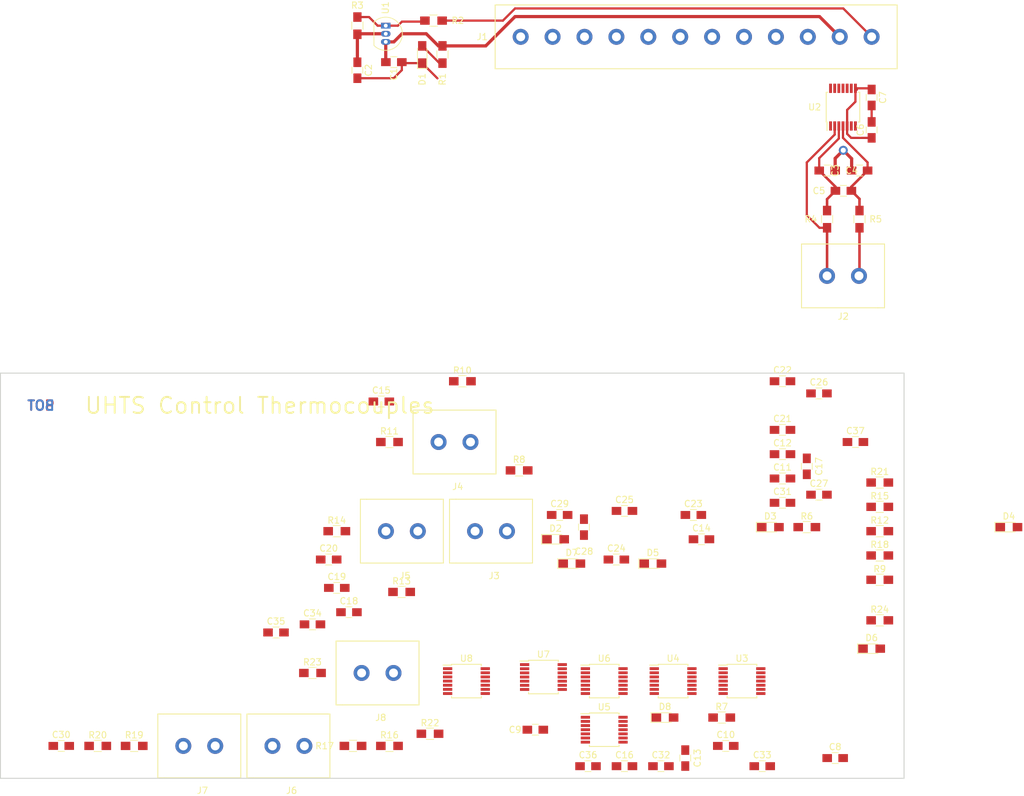
<source format=kicad_pcb>
(kicad_pcb (version 4) (host pcbnew 4.0.7)

  (general
    (links 187)
    (no_connects 174)
    (area 66.92 19.439999 262.260001 144.015)
    (thickness 1.6)
    (drawings 7)
    (tracks 77)
    (zones 0)
    (modules 85)
    (nets 79)
  )

  (page A4)
  (layers
    (0 F.Cu signal)
    (31 B.Cu signal)
    (32 B.Adhes user)
    (33 F.Adhes user)
    (34 B.Paste user)
    (35 F.Paste user)
    (36 B.SilkS user)
    (37 F.SilkS user)
    (38 B.Mask user)
    (39 F.Mask user)
    (40 Dwgs.User user)
    (41 Cmts.User user)
    (42 Eco1.User user)
    (43 Eco2.User user)
    (44 Edge.Cuts user)
    (45 Margin user)
    (46 B.CrtYd user)
    (47 F.CrtYd user)
    (48 B.Fab user)
    (49 F.Fab user hide)
  )

  (setup
    (last_trace_width 0.35)
    (trace_clearance 0.3)
    (zone_clearance 0.508)
    (zone_45_only no)
    (trace_min 0.25)
    (segment_width 0.2)
    (edge_width 0.15)
    (via_size 1.4)
    (via_drill 0.8)
    (via_min_size 1.4)
    (via_min_drill 0.8)
    (uvia_size 0.3)
    (uvia_drill 0.1)
    (uvias_allowed no)
    (uvia_min_size 0.2)
    (uvia_min_drill 0.1)
    (pcb_text_width 0.3)
    (pcb_text_size 1.5 1.5)
    (mod_edge_width 0.15)
    (mod_text_size 1 1)
    (mod_text_width 0.15)
    (pad_size 2.5 2.5)
    (pad_drill 1.4)
    (pad_to_mask_clearance 0.2)
    (aux_axis_origin 0 0)
    (grid_origin 197.485 45.085)
    (visible_elements FFFFFF7F)
    (pcbplotparams
      (layerselection 0x00030_80000001)
      (usegerberextensions false)
      (excludeedgelayer false)
      (linewidth 0.100000)
      (plotframeref false)
      (viasonmask false)
      (mode 1)
      (useauxorigin false)
      (hpglpennumber 1)
      (hpglpenspeed 20)
      (hpglpendiameter 15)
      (hpglpenoverlay 2)
      (psnegative false)
      (psa4output false)
      (plotreference true)
      (plotvalue true)
      (plotinvisibletext false)
      (padsonsilk false)
      (subtractmaskfromsilk false)
      (outputformat 1)
      (mirror false)
      (drillshape 0)
      (scaleselection 1)
      (outputdirectory /home/m/KiCad/UHTSThermocouples/Gerbers/))
  )

  (net 0 "")
  (net 1 GND)
  (net 2 "Net-(C10-Pad2)")
  (net 3 "Net-(C10-Pad1)")
  (net 4 +3V3)
  (net 5 "Net-(C23-Pad1)")
  (net 6 +VSW)
  (net 7 "Net-(D1-Pad2)")
  (net 8 /SDI)
  (net 9 /SDO)
  (net 10 /SCK)
  (net 11 /CS0)
  (net 12 /CS1)
  (net 13 /CS2)
  (net 14 /CS3)
  (net 15 /CS4)
  (net 16 /CS5)
  (net 17 /CS6)
  (net 18 "Net-(J2-Pad1)")
  (net 19 "Net-(J2-Pad2)")
  (net 20 "Net-(J3-Pad1)")
  (net 21 "Net-(J3-Pad2)")
  (net 22 "Net-(J4-Pad1)")
  (net 23 "Net-(J4-Pad2)")
  (net 24 "Net-(J5-Pad1)")
  (net 25 "Net-(J5-Pad2)")
  (net 26 "Net-(J6-Pad1)")
  (net 27 "Net-(J6-Pad2)")
  (net 28 "Net-(J7-Pad1)")
  (net 29 "Net-(J7-Pad2)")
  (net 30 "Net-(J8-Pad1)")
  (net 31 "Net-(J8-Pad2)")
  (net 32 "Net-(U2-Pad6)")
  (net 33 "Net-(U2-Pad7)")
  (net 34 "Net-(U3-Pad6)")
  (net 35 "Net-(U3-Pad7)")
  (net 36 "Net-(U4-Pad6)")
  (net 37 "Net-(U4-Pad7)")
  (net 38 "Net-(U5-Pad6)")
  (net 39 "Net-(U5-Pad7)")
  (net 40 "Net-(U6-Pad6)")
  (net 41 "Net-(U6-Pad7)")
  (net 42 "Net-(U7-Pad6)")
  (net 43 "Net-(U7-Pad7)")
  (net 44 "Net-(U8-Pad6)")
  (net 45 "Net-(U8-Pad7)")
  (net 46 "Net-(C3-Pad1)")
  (net 47 "Net-(C4-Pad1)")
  (net 48 "Net-(C13-Pad1)")
  (net 49 "Net-(C14-Pad1)")
  (net 50 "Net-(C18-Pad1)")
  (net 51 "Net-(C19-Pad1)")
  (net 52 "Net-(C24-Pad1)")
  (net 53 "Net-(C28-Pad1)")
  (net 54 "Net-(C29-Pad1)")
  (net 55 "Net-(C33-Pad1)")
  (net 56 "Net-(C34-Pad1)")
  (net 57 "Net-(D2-Pad1)")
  (net 58 "Net-(D2-Pad2)")
  (net 59 "Net-(D3-Pad1)")
  (net 60 "Net-(D3-Pad2)")
  (net 61 "Net-(D4-Pad1)")
  (net 62 "Net-(D4-Pad2)")
  (net 63 "Net-(D5-Pad1)")
  (net 64 "Net-(D5-Pad2)")
  (net 65 "Net-(D6-Pad1)")
  (net 66 "Net-(D6-Pad2)")
  (net 67 "Net-(D7-Pad1)")
  (net 68 "Net-(D7-Pad2)")
  (net 69 "Net-(D8-Pad1)")
  (net 70 "Net-(D8-Pad2)")
  (net 71 "Net-(R2-Pad1)")
  (net 72 "Net-(U2-Pad13)")
  (net 73 "Net-(U3-Pad13)")
  (net 74 "Net-(U4-Pad13)")
  (net 75 "Net-(U5-Pad13)")
  (net 76 "Net-(U6-Pad13)")
  (net 77 "Net-(U7-Pad13)")
  (net 78 "Net-(U8-Pad13)")

  (net_class Default "This is the default net class."
    (clearance 0.3)
    (trace_width 0.35)
    (via_dia 1.4)
    (via_drill 0.8)
    (uvia_dia 0.3)
    (uvia_drill 0.1)
    (add_net /CS0)
    (add_net /CS1)
    (add_net /CS2)
    (add_net /CS3)
    (add_net /CS4)
    (add_net /CS5)
    (add_net /CS6)
    (add_net /SCK)
    (add_net /SDI)
    (add_net /SDO)
    (add_net GND)
  )

  (net_class IC ""
    (clearance 0.3)
    (trace_width 0.35)
    (via_dia 1.4)
    (via_drill 0.8)
    (uvia_dia 0.3)
    (uvia_drill 0.1)
    (add_net "Net-(C10-Pad1)")
    (add_net "Net-(C10-Pad2)")
    (add_net "Net-(C13-Pad1)")
    (add_net "Net-(C14-Pad1)")
    (add_net "Net-(C18-Pad1)")
    (add_net "Net-(C19-Pad1)")
    (add_net "Net-(C23-Pad1)")
    (add_net "Net-(C24-Pad1)")
    (add_net "Net-(C28-Pad1)")
    (add_net "Net-(C29-Pad1)")
    (add_net "Net-(C3-Pad1)")
    (add_net "Net-(C33-Pad1)")
    (add_net "Net-(C34-Pad1)")
    (add_net "Net-(C4-Pad1)")
    (add_net "Net-(D1-Pad2)")
    (add_net "Net-(D2-Pad1)")
    (add_net "Net-(D2-Pad2)")
    (add_net "Net-(D3-Pad1)")
    (add_net "Net-(D3-Pad2)")
    (add_net "Net-(D4-Pad1)")
    (add_net "Net-(D4-Pad2)")
    (add_net "Net-(D5-Pad1)")
    (add_net "Net-(D5-Pad2)")
    (add_net "Net-(D6-Pad1)")
    (add_net "Net-(D6-Pad2)")
    (add_net "Net-(D7-Pad1)")
    (add_net "Net-(D7-Pad2)")
    (add_net "Net-(D8-Pad1)")
    (add_net "Net-(D8-Pad2)")
    (add_net "Net-(J2-Pad1)")
    (add_net "Net-(J2-Pad2)")
    (add_net "Net-(J3-Pad1)")
    (add_net "Net-(J3-Pad2)")
    (add_net "Net-(J4-Pad1)")
    (add_net "Net-(J4-Pad2)")
    (add_net "Net-(J5-Pad1)")
    (add_net "Net-(J5-Pad2)")
    (add_net "Net-(J6-Pad1)")
    (add_net "Net-(J6-Pad2)")
    (add_net "Net-(J7-Pad1)")
    (add_net "Net-(J7-Pad2)")
    (add_net "Net-(J8-Pad1)")
    (add_net "Net-(J8-Pad2)")
    (add_net "Net-(R2-Pad1)")
    (add_net "Net-(U2-Pad13)")
    (add_net "Net-(U2-Pad6)")
    (add_net "Net-(U2-Pad7)")
    (add_net "Net-(U3-Pad13)")
    (add_net "Net-(U3-Pad6)")
    (add_net "Net-(U3-Pad7)")
    (add_net "Net-(U4-Pad13)")
    (add_net "Net-(U4-Pad6)")
    (add_net "Net-(U4-Pad7)")
    (add_net "Net-(U5-Pad13)")
    (add_net "Net-(U5-Pad6)")
    (add_net "Net-(U5-Pad7)")
    (add_net "Net-(U6-Pad13)")
    (add_net "Net-(U6-Pad6)")
    (add_net "Net-(U6-Pad7)")
    (add_net "Net-(U7-Pad13)")
    (add_net "Net-(U7-Pad6)")
    (add_net "Net-(U7-Pad7)")
    (add_net "Net-(U8-Pad13)")
    (add_net "Net-(U8-Pad6)")
    (add_net "Net-(U8-Pad7)")
  )

  (net_class posVOl ""
    (clearance 0.3)
    (trace_width 0.5)
    (via_dia 1.4)
    (via_drill 0.8)
    (uvia_dia 0.3)
    (uvia_drill 0.1)
    (add_net +3V3)
    (add_net +VSW)
  )

  (module UHTS:RSPro12-wayScrewTerminalPCBMount placed (layer F.Cu) (tedit 5A6F9C07) (tstamp 5A6D1E64)
    (at 210.125 24.765 180)
    (path /5A6D1780)
    (fp_text reference J1 (at 33.02 0 180) (layer F.SilkS)
      (effects (font (size 1 1) (thickness 0.15)))
    )
    (fp_text value Conn_01x12 (at 0 -8 180) (layer F.Fab)
      (effects (font (size 1 1) (thickness 0.15)))
    )
    (fp_line (start 31 -1) (end 31 5) (layer F.SilkS) (width 0.15))
    (fp_line (start 31 5) (end -32 5) (layer F.SilkS) (width 0.15))
    (fp_line (start -32 5) (end -32 -5) (layer F.SilkS) (width 0.15))
    (fp_line (start -32 -5) (end 31 -5) (layer F.SilkS) (width 0.15))
    (fp_line (start 31 -5) (end 31 -1) (layer F.SilkS) (width 0.15))
    (pad 1 thru_hole circle (at -28 0 180) (size 2.5 2.5) (drill 1.4) (layers *.Cu *.Mask)
      (net 1 GND))
    (pad 2 thru_hole circle (at -23 0 180) (size 2.5 2.5) (drill 1.4) (layers *.Cu *.Mask)
      (net 6 +VSW))
    (pad 3 thru_hole circle (at -18 0 180) (size 2.5 2.5) (drill 1.4) (layers *.Cu *.Mask)
      (net 11 /CS0))
    (pad 4 thru_hole circle (at -13 0 180) (size 2.5 2.5) (drill 1.4) (layers *.Cu *.Mask)
      (net 12 /CS1))
    (pad 5 thru_hole circle (at -8 0 180) (size 2.5 2.5) (drill 1.4) (layers *.Cu *.Mask)
      (net 13 /CS2))
    (pad 6 thru_hole circle (at -3 0 180) (size 2.5 2.5) (drill 1.4) (layers *.Cu *.Mask)
      (net 14 /CS3))
    (pad 7 thru_hole circle (at 2 0 180) (size 2.5 2.5) (drill 1.4) (layers *.Cu *.Mask)
      (net 15 /CS4))
    (pad 8 thru_hole circle (at 7 0 180) (size 2.5 2.5) (drill 1.4) (layers *.Cu *.Mask)
      (net 16 /CS5))
    (pad 9 thru_hole circle (at 12 0 180) (size 2.5 2.5) (drill 1.4) (layers *.Cu *.Mask)
      (net 17 /CS6))
    (pad 10 thru_hole circle (at 17 0 180) (size 2.5 2.5) (drill 1.4) (layers *.Cu *.Mask)
      (net 10 /SCK))
    (pad 11 thru_hole circle (at 22 0 180) (size 2.5 2.5) (drill 1.4) (layers *.Cu *.Mask)
      (net 9 /SDO))
    (pad 12 thru_hole circle (at 27 0 180) (size 2.5 2.5) (drill 1.4) (layers *.Cu *.Mask)
      (net 8 /SDI))
  )

  (module Capacitors_SMD:C_0805_HandSoldering placed (layer F.Cu) (tedit 58AA84A8) (tstamp 5A7CDD46)
    (at 236.24 45.72 180)
    (descr "Capacitor SMD 0805, hand soldering")
    (tags "capacitor 0805")
    (path /5A7CCC06/5A7CCF13)
    (attr smd)
    (fp_text reference C3 (at 3.83 0 270) (layer F.SilkS)
      (effects (font (size 1 1) (thickness 0.15)))
    )
    (fp_text value 0.01u (at 0 1.75 180) (layer F.Fab)
      (effects (font (size 1 1) (thickness 0.15)))
    )
    (fp_text user %R (at 0 -1.75 180) (layer F.Fab)
      (effects (font (size 1 1) (thickness 0.15)))
    )
    (fp_line (start -1 0.62) (end -1 -0.62) (layer F.Fab) (width 0.1))
    (fp_line (start 1 0.62) (end -1 0.62) (layer F.Fab) (width 0.1))
    (fp_line (start 1 -0.62) (end 1 0.62) (layer F.Fab) (width 0.1))
    (fp_line (start -1 -0.62) (end 1 -0.62) (layer F.Fab) (width 0.1))
    (fp_line (start 0.5 -0.85) (end -0.5 -0.85) (layer F.SilkS) (width 0.12))
    (fp_line (start -0.5 0.85) (end 0.5 0.85) (layer F.SilkS) (width 0.12))
    (fp_line (start -2.25 -0.88) (end 2.25 -0.88) (layer F.CrtYd) (width 0.05))
    (fp_line (start -2.25 -0.88) (end -2.25 0.87) (layer F.CrtYd) (width 0.05))
    (fp_line (start 2.25 0.87) (end 2.25 -0.88) (layer F.CrtYd) (width 0.05))
    (fp_line (start 2.25 0.87) (end -2.25 0.87) (layer F.CrtYd) (width 0.05))
    (pad 1 smd rect (at -1.25 0 180) (size 1.5 1.25) (layers F.Cu F.Paste F.Mask)
      (net 46 "Net-(C3-Pad1)"))
    (pad 2 smd rect (at 1.25 0 180) (size 1.5 1.25) (layers F.Cu F.Paste F.Mask)
      (net 1 GND))
    (model Capacitors_SMD.3dshapes/C_0805.wrl
      (at (xyz 0 0 0))
      (scale (xyz 1 1 1))
      (rotate (xyz 0 0 0))
    )
  )

  (module Capacitors_SMD:C_0805_HandSoldering placed (layer F.Cu) (tedit 58AA84A8) (tstamp 5A7CDD4C)
    (at 231.16 45.72)
    (descr "Capacitor SMD 0805, hand soldering")
    (tags "capacitor 0805")
    (path /5A7CCC06/5A7CCF12)
    (attr smd)
    (fp_text reference C4 (at 3.83 0) (layer F.SilkS)
      (effects (font (size 1 1) (thickness 0.15)))
    )
    (fp_text value 0.01u (at 0 1.75) (layer F.Fab)
      (effects (font (size 1 1) (thickness 0.15)))
    )
    (fp_text user %R (at 0.02 1.905) (layer F.Fab)
      (effects (font (size 1 1) (thickness 0.15)))
    )
    (fp_line (start -1 0.62) (end -1 -0.62) (layer F.Fab) (width 0.1))
    (fp_line (start 1 0.62) (end -1 0.62) (layer F.Fab) (width 0.1))
    (fp_line (start 1 -0.62) (end 1 0.62) (layer F.Fab) (width 0.1))
    (fp_line (start -1 -0.62) (end 1 -0.62) (layer F.Fab) (width 0.1))
    (fp_line (start 0.5 -0.85) (end -0.5 -0.85) (layer F.SilkS) (width 0.12))
    (fp_line (start -0.5 0.85) (end 0.5 0.85) (layer F.SilkS) (width 0.12))
    (fp_line (start -2.25 -0.88) (end 2.25 -0.88) (layer F.CrtYd) (width 0.05))
    (fp_line (start -2.25 -0.88) (end -2.25 0.87) (layer F.CrtYd) (width 0.05))
    (fp_line (start 2.25 0.87) (end 2.25 -0.88) (layer F.CrtYd) (width 0.05))
    (fp_line (start 2.25 0.87) (end -2.25 0.87) (layer F.CrtYd) (width 0.05))
    (pad 1 smd rect (at -1.25 0) (size 1.5 1.25) (layers F.Cu F.Paste F.Mask)
      (net 47 "Net-(C4-Pad1)"))
    (pad 2 smd rect (at 1.25 0) (size 1.5 1.25) (layers F.Cu F.Paste F.Mask)
      (net 1 GND))
    (model Capacitors_SMD.3dshapes/C_0805.wrl
      (at (xyz 0 0 0))
      (scale (xyz 1 1 1))
      (rotate (xyz 0 0 0))
    )
  )

  (module Capacitors_SMD:C_0805_HandSoldering placed (layer F.Cu) (tedit 58AA84A8) (tstamp 5A6D1D89)
    (at 233.7 48.895)
    (descr "Capacitor SMD 0805, hand soldering")
    (tags "capacitor 0805")
    (path /5A7CCC06/5A7CCF14)
    (attr smd)
    (fp_text reference C5 (at -3.83 0) (layer F.SilkS)
      (effects (font (size 1 1) (thickness 0.15)))
    )
    (fp_text value 0.1u (at 0 1.75) (layer F.Fab)
      (effects (font (size 1 1) (thickness 0.15)))
    )
    (fp_text user %R (at 0 -1.75) (layer F.Fab)
      (effects (font (size 1 1) (thickness 0.15)))
    )
    (fp_line (start -1 0.62) (end -1 -0.62) (layer F.Fab) (width 0.1))
    (fp_line (start 1 0.62) (end -1 0.62) (layer F.Fab) (width 0.1))
    (fp_line (start 1 -0.62) (end 1 0.62) (layer F.Fab) (width 0.1))
    (fp_line (start -1 -0.62) (end 1 -0.62) (layer F.Fab) (width 0.1))
    (fp_line (start 0.5 -0.85) (end -0.5 -0.85) (layer F.SilkS) (width 0.12))
    (fp_line (start -0.5 0.85) (end 0.5 0.85) (layer F.SilkS) (width 0.12))
    (fp_line (start -2.25 -0.88) (end 2.25 -0.88) (layer F.CrtYd) (width 0.05))
    (fp_line (start -2.25 -0.88) (end -2.25 0.87) (layer F.CrtYd) (width 0.05))
    (fp_line (start 2.25 0.87) (end 2.25 -0.88) (layer F.CrtYd) (width 0.05))
    (fp_line (start 2.25 0.87) (end -2.25 0.87) (layer F.CrtYd) (width 0.05))
    (pad 1 smd rect (at -1.25 0) (size 1.5 1.25) (layers F.Cu F.Paste F.Mask)
      (net 47 "Net-(C4-Pad1)"))
    (pad 2 smd rect (at 1.25 0) (size 1.5 1.25) (layers F.Cu F.Paste F.Mask)
      (net 46 "Net-(C3-Pad1)"))
    (model Capacitors_SMD.3dshapes/C_0805.wrl
      (at (xyz 0 0 0))
      (scale (xyz 1 1 1))
      (rotate (xyz 0 0 0))
    )
  )

  (module Resistors_SMD:R_0805_HandSoldering placed (layer F.Cu) (tedit 5A7F5D05) (tstamp 5A6D1ED0)
    (at 231.14 53.34 270)
    (descr "Resistor SMD 0805, hand soldering")
    (tags "resistor 0805")
    (path /5A7CCC06/5A7CCF11)
    (attr smd)
    (fp_text reference R4 (at 0 2.54 360) (layer F.SilkS)
      (effects (font (size 1 1) (thickness 0.15)))
    )
    (fp_text value 100 (at 0 8.255 270) (layer F.Fab) hide
      (effects (font (size 1 1) (thickness 0.15)))
    )
    (fp_text user %R (at 0 0 270) (layer F.Fab)
      (effects (font (size 0.5 0.5) (thickness 0.075)))
    )
    (fp_line (start -1 0.62) (end -1 -0.62) (layer F.Fab) (width 0.1))
    (fp_line (start 1 0.62) (end -1 0.62) (layer F.Fab) (width 0.1))
    (fp_line (start 1 -0.62) (end 1 0.62) (layer F.Fab) (width 0.1))
    (fp_line (start -1 -0.62) (end 1 -0.62) (layer F.Fab) (width 0.1))
    (fp_line (start 0.6 0.88) (end -0.6 0.88) (layer F.SilkS) (width 0.12))
    (fp_line (start -0.6 -0.88) (end 0.6 -0.88) (layer F.SilkS) (width 0.12))
    (fp_line (start -2.35 -0.9) (end 2.35 -0.9) (layer F.CrtYd) (width 0.05))
    (fp_line (start -2.35 -0.9) (end -2.35 0.9) (layer F.CrtYd) (width 0.05))
    (fp_line (start 2.35 0.9) (end 2.35 -0.9) (layer F.CrtYd) (width 0.05))
    (fp_line (start 2.35 0.9) (end -2.35 0.9) (layer F.CrtYd) (width 0.05))
    (pad 1 smd rect (at -1.35 0 270) (size 1.5 1.3) (layers F.Cu F.Paste F.Mask)
      (net 47 "Net-(C4-Pad1)"))
    (pad 2 smd rect (at 1.35 0 270) (size 1.5 1.3) (layers F.Cu F.Paste F.Mask)
      (net 19 "Net-(J2-Pad2)"))
    (model ${KISYS3DMOD}/Resistors_SMD.3dshapes/R_0805.wrl
      (at (xyz 0 0 0))
      (scale (xyz 1 1 1))
      (rotate (xyz 0 0 0))
    )
  )

  (module Resistors_SMD:R_0805_HandSoldering placed (layer F.Cu) (tedit 5A7F5D08) (tstamp 5A7CDE0C)
    (at 236.22 53.34 270)
    (descr "Resistor SMD 0805, hand soldering")
    (tags "resistor 0805")
    (path /5A7CCC06/5A7CCF10)
    (attr smd)
    (fp_text reference R5 (at 0 -2.54 360) (layer F.SilkS)
      (effects (font (size 1 1) (thickness 0.15)))
    )
    (fp_text value 100 (at 0 1.75 270) (layer F.Fab) hide
      (effects (font (size 1 1) (thickness 0.15)))
    )
    (fp_text user %R (at 0 0 270) (layer F.Fab)
      (effects (font (size 0.5 0.5) (thickness 0.075)))
    )
    (fp_line (start -1 0.62) (end -1 -0.62) (layer F.Fab) (width 0.1))
    (fp_line (start 1 0.62) (end -1 0.62) (layer F.Fab) (width 0.1))
    (fp_line (start 1 -0.62) (end 1 0.62) (layer F.Fab) (width 0.1))
    (fp_line (start -1 -0.62) (end 1 -0.62) (layer F.Fab) (width 0.1))
    (fp_line (start 0.6 0.88) (end -0.6 0.88) (layer F.SilkS) (width 0.12))
    (fp_line (start -0.6 -0.88) (end 0.6 -0.88) (layer F.SilkS) (width 0.12))
    (fp_line (start -2.35 -0.9) (end 2.35 -0.9) (layer F.CrtYd) (width 0.05))
    (fp_line (start -2.35 -0.9) (end -2.35 0.9) (layer F.CrtYd) (width 0.05))
    (fp_line (start 2.35 0.9) (end 2.35 -0.9) (layer F.CrtYd) (width 0.05))
    (fp_line (start 2.35 0.9) (end -2.35 0.9) (layer F.CrtYd) (width 0.05))
    (pad 1 smd rect (at -1.35 0 270) (size 1.5 1.3) (layers F.Cu F.Paste F.Mask)
      (net 46 "Net-(C3-Pad1)"))
    (pad 2 smd rect (at 1.35 0 270) (size 1.5 1.3) (layers F.Cu F.Paste F.Mask)
      (net 18 "Net-(J2-Pad1)"))
    (model ${KISYS3DMOD}/Resistors_SMD.3dshapes/R_0805.wrl
      (at (xyz 0 0 0))
      (scale (xyz 1 1 1))
      (rotate (xyz 0 0 0))
    )
  )

  (module Housings_SSOP:TSSOP-14_4.4x5mm_Pitch0.65mm placed (layer F.Cu) (tedit 5A6F9C0B) (tstamp 5A6D1F37)
    (at 233.635 35.785 90)
    (descr "14-Lead Plastic Thin Shrink Small Outline (ST)-4.4 mm Body [TSSOP] (see Microchip Packaging Specification 00000049BS.pdf)")
    (tags "SSOP 0.65")
    (path /5A7CCC06/5A7CCF15)
    (attr smd)
    (fp_text reference U2 (at 0 -4.445 180) (layer F.SilkS)
      (effects (font (size 1 1) (thickness 0.15)))
    )
    (fp_text value MAX31856MUD+ (at 0 3.55 90) (layer F.Fab)
      (effects (font (size 1 1) (thickness 0.15)))
    )
    (fp_line (start -1.2 -2.5) (end 2.2 -2.5) (layer F.Fab) (width 0.15))
    (fp_line (start 2.2 -2.5) (end 2.2 2.5) (layer F.Fab) (width 0.15))
    (fp_line (start 2.2 2.5) (end -2.2 2.5) (layer F.Fab) (width 0.15))
    (fp_line (start -2.2 2.5) (end -2.2 -1.5) (layer F.Fab) (width 0.15))
    (fp_line (start -2.2 -1.5) (end -1.2 -2.5) (layer F.Fab) (width 0.15))
    (fp_line (start -3.95 -2.8) (end -3.95 2.8) (layer F.CrtYd) (width 0.05))
    (fp_line (start 3.95 -2.8) (end 3.95 2.8) (layer F.CrtYd) (width 0.05))
    (fp_line (start -3.95 -2.8) (end 3.95 -2.8) (layer F.CrtYd) (width 0.05))
    (fp_line (start -3.95 2.8) (end 3.95 2.8) (layer F.CrtYd) (width 0.05))
    (fp_line (start -2.325 -2.625) (end -2.325 -2.5) (layer F.SilkS) (width 0.15))
    (fp_line (start 2.325 -2.625) (end 2.325 -2.4) (layer F.SilkS) (width 0.15))
    (fp_line (start 2.325 2.625) (end 2.325 2.4) (layer F.SilkS) (width 0.15))
    (fp_line (start -2.325 2.625) (end -2.325 2.4) (layer F.SilkS) (width 0.15))
    (fp_line (start -2.325 -2.625) (end 2.325 -2.625) (layer F.SilkS) (width 0.15))
    (fp_line (start -2.325 2.625) (end 2.325 2.625) (layer F.SilkS) (width 0.15))
    (fp_line (start -2.325 -2.5) (end -3.675 -2.5) (layer F.SilkS) (width 0.15))
    (fp_text user %R (at 0 0 90) (layer F.Fab)
      (effects (font (size 0.8 0.8) (thickness 0.15)))
    )
    (pad 1 smd rect (at -2.95 -1.95 90) (size 1.45 0.45) (layers F.Cu F.Paste F.Mask)
      (net 1 GND))
    (pad 2 smd rect (at -2.95 -1.3 90) (size 1.45 0.45) (layers F.Cu F.Paste F.Mask)
      (net 19 "Net-(J2-Pad2)"))
    (pad 3 smd rect (at -2.95 -0.65 90) (size 1.45 0.45) (layers F.Cu F.Paste F.Mask)
      (net 47 "Net-(C4-Pad1)"))
    (pad 4 smd rect (at -2.95 0 90) (size 1.45 0.45) (layers F.Cu F.Paste F.Mask)
      (net 46 "Net-(C3-Pad1)"))
    (pad 5 smd rect (at -2.95 0.65 90) (size 1.45 0.45) (layers F.Cu F.Paste F.Mask)
      (net 4 +3V3))
    (pad 6 smd rect (at -2.95 1.3 90) (size 1.45 0.45) (layers F.Cu F.Paste F.Mask)
      (net 32 "Net-(U2-Pad6)"))
    (pad 7 smd rect (at -2.95 1.95 90) (size 1.45 0.45) (layers F.Cu F.Paste F.Mask)
      (net 33 "Net-(U2-Pad7)"))
    (pad 8 smd rect (at 2.95 1.95 90) (size 1.45 0.45) (layers F.Cu F.Paste F.Mask)
      (net 4 +3V3))
    (pad 9 smd rect (at 2.95 1.3 90) (size 1.45 0.45) (layers F.Cu F.Paste F.Mask)
      (net 11 /CS0))
    (pad 10 smd rect (at 2.95 0.65 90) (size 1.45 0.45) (layers F.Cu F.Paste F.Mask)
      (net 10 /SCK))
    (pad 11 smd rect (at 2.95 0 90) (size 1.45 0.45) (layers F.Cu F.Paste F.Mask)
      (net 9 /SDO))
    (pad 12 smd rect (at 2.95 -0.65 90) (size 1.45 0.45) (layers F.Cu F.Paste F.Mask)
      (net 8 /SDI))
    (pad 13 smd rect (at 2.95 -1.3 90) (size 1.45 0.45) (layers F.Cu F.Paste F.Mask)
      (net 72 "Net-(U2-Pad13)"))
    (pad 14 smd rect (at 2.95 -1.95 90) (size 1.45 0.45) (layers F.Cu F.Paste F.Mask)
      (net 1 GND))
    (model ${KISYS3DMOD}/Housings_SSOP.3dshapes/TSSOP-14_4.4x5mm_Pitch0.65mm.wrl
      (at (xyz 0 0 0))
      (scale (xyz 1 1 1))
      (rotate (xyz 0 0 0))
    )
  )

  (module UHTS:RSPro2-wayScrewTerminalPCBMount placed (layer F.Cu) (tedit 5A6F9D59) (tstamp 5A6D1E70)
    (at 231.14 62.23 180)
    (path /5A7CCC06/5A7CCF0F)
    (fp_text reference J2 (at -2.54 -6.35 180) (layer F.SilkS)
      (effects (font (size 1 1) (thickness 0.15)))
    )
    (fp_text value Conn_01x02 (at -2 -7 180) (layer F.Fab)
      (effects (font (size 1 1) (thickness 0.15)))
    )
    (fp_line (start -8 -5) (end -9 -5) (layer F.SilkS) (width 0.15))
    (fp_line (start -8 5) (end -9 5) (layer F.SilkS) (width 0.15))
    (fp_line (start 4 -5) (end 4 5) (layer F.SilkS) (width 0.15))
    (fp_line (start 4 5) (end -8 5) (layer F.SilkS) (width 0.15))
    (fp_line (start -9 5) (end -9 -5) (layer F.SilkS) (width 0.15))
    (fp_line (start -8 -5) (end 4 -5) (layer F.SilkS) (width 0.15))
    (pad 1 thru_hole circle (at -5 0 180) (size 2.5 2.5) (drill 1.4) (layers *.Cu *.Mask)
      (net 18 "Net-(J2-Pad1)"))
    (pad 2 thru_hole circle (at 0 0 180) (size 2.5 2.5) (drill 1.4) (layers *.Cu *.Mask)
      (net 19 "Net-(J2-Pad2)"))
  )

  (module Capacitors_SMD:C_0805_HandSoldering placed (layer F.Cu) (tedit 5A6F9CF0) (tstamp 5A6D1D71)
    (at 163.247683 28.731777)
    (descr "Capacitor SMD 0805, hand soldering")
    (tags "capacitor 0805")
    (path /5A6F3575)
    (attr smd)
    (fp_text reference C1 (at 0 1.905 270) (layer F.SilkS)
      (effects (font (size 1 1) (thickness 0.15)))
    )
    (fp_text value 0.1uF (at 0 1.75) (layer F.Fab)
      (effects (font (size 1 1) (thickness 0.15)))
    )
    (fp_text user %R (at 0 1.905) (layer F.Fab)
      (effects (font (size 1 1) (thickness 0.15)))
    )
    (fp_line (start -1 0.62) (end -1 -0.62) (layer F.Fab) (width 0.1))
    (fp_line (start 1 0.62) (end -1 0.62) (layer F.Fab) (width 0.1))
    (fp_line (start 1 -0.62) (end 1 0.62) (layer F.Fab) (width 0.1))
    (fp_line (start -1 -0.62) (end 1 -0.62) (layer F.Fab) (width 0.1))
    (fp_line (start 0.5 -0.85) (end -0.5 -0.85) (layer F.SilkS) (width 0.12))
    (fp_line (start -0.5 0.85) (end 0.5 0.85) (layer F.SilkS) (width 0.12))
    (fp_line (start -2.25 -0.88) (end 2.25 -0.88) (layer F.CrtYd) (width 0.05))
    (fp_line (start -2.25 -0.88) (end -2.25 0.87) (layer F.CrtYd) (width 0.05))
    (fp_line (start 2.25 0.87) (end 2.25 -0.88) (layer F.CrtYd) (width 0.05))
    (fp_line (start 2.25 0.87) (end -2.25 0.87) (layer F.CrtYd) (width 0.05))
    (pad 1 smd rect (at -1.25 0) (size 1.5 1.25) (layers F.Cu F.Paste F.Mask)
      (net 6 +VSW))
    (pad 2 smd rect (at 1.25 0) (size 1.5 1.25) (layers F.Cu F.Paste F.Mask)
      (net 1 GND))
    (model Capacitors_SMD.3dshapes/C_0805.wrl
      (at (xyz 0 0 0))
      (scale (xyz 1 1 1))
      (rotate (xyz 0 0 0))
    )
  )

  (module Capacitors_SMD:C_0805_HandSoldering placed (layer F.Cu) (tedit 5A6F9D04) (tstamp 5A6D1DA1)
    (at 185.42 133.35)
    (descr "Capacitor SMD 0805, hand soldering")
    (tags "capacitor 0805")
    (path /5A7D1AF6/5A7CCF12)
    (attr smd)
    (fp_text reference C9 (at -3.175 0) (layer F.SilkS)
      (effects (font (size 1 1) (thickness 0.15)))
    )
    (fp_text value 0.01u (at 0 1.75) (layer F.Fab)
      (effects (font (size 1 1) (thickness 0.15)))
    )
    (fp_text user %R (at -3.175 0) (layer F.Fab)
      (effects (font (size 1 1) (thickness 0.15)))
    )
    (fp_line (start -1 0.62) (end -1 -0.62) (layer F.Fab) (width 0.1))
    (fp_line (start 1 0.62) (end -1 0.62) (layer F.Fab) (width 0.1))
    (fp_line (start 1 -0.62) (end 1 0.62) (layer F.Fab) (width 0.1))
    (fp_line (start -1 -0.62) (end 1 -0.62) (layer F.Fab) (width 0.1))
    (fp_line (start 0.5 -0.85) (end -0.5 -0.85) (layer F.SilkS) (width 0.12))
    (fp_line (start -0.5 0.85) (end 0.5 0.85) (layer F.SilkS) (width 0.12))
    (fp_line (start -2.25 -0.88) (end 2.25 -0.88) (layer F.CrtYd) (width 0.05))
    (fp_line (start -2.25 -0.88) (end -2.25 0.87) (layer F.CrtYd) (width 0.05))
    (fp_line (start 2.25 0.87) (end 2.25 -0.88) (layer F.CrtYd) (width 0.05))
    (fp_line (start 2.25 0.87) (end -2.25 0.87) (layer F.CrtYd) (width 0.05))
    (pad 1 smd rect (at -1.25 0) (size 1.5 1.25) (layers F.Cu F.Paste F.Mask)
      (net 3 "Net-(C10-Pad1)"))
    (pad 2 smd rect (at 1.25 0) (size 1.5 1.25) (layers F.Cu F.Paste F.Mask)
      (net 1 GND))
    (model Capacitors_SMD.3dshapes/C_0805.wrl
      (at (xyz 0 0 0))
      (scale (xyz 1 1 1))
      (rotate (xyz 0 0 0))
    )
  )

  (module Capacitors_SMD:C_0805_HandSoldering placed (layer F.Cu) (tedit 5A6F9DFF) (tstamp 5A6D1DB9)
    (at 208.915 137.795 270)
    (descr "Capacitor SMD 0805, hand soldering")
    (tags "capacitor 0805")
    (path /5A7D2196/5A7CCF13)
    (attr smd)
    (fp_text reference C13 (at 0 -1.905 270) (layer F.SilkS)
      (effects (font (size 1 1) (thickness 0.15)))
    )
    (fp_text value 0.01u (at 0 1.75 270) (layer F.Fab)
      (effects (font (size 1 1) (thickness 0.15)))
    )
    (fp_text user %R (at 0 -1.75 270) (layer F.Fab)
      (effects (font (size 1 1) (thickness 0.15)))
    )
    (fp_line (start -1 0.62) (end -1 -0.62) (layer F.Fab) (width 0.1))
    (fp_line (start 1 0.62) (end -1 0.62) (layer F.Fab) (width 0.1))
    (fp_line (start 1 -0.62) (end 1 0.62) (layer F.Fab) (width 0.1))
    (fp_line (start -1 -0.62) (end 1 -0.62) (layer F.Fab) (width 0.1))
    (fp_line (start 0.5 -0.85) (end -0.5 -0.85) (layer F.SilkS) (width 0.12))
    (fp_line (start -0.5 0.85) (end 0.5 0.85) (layer F.SilkS) (width 0.12))
    (fp_line (start -2.25 -0.88) (end 2.25 -0.88) (layer F.CrtYd) (width 0.05))
    (fp_line (start -2.25 -0.88) (end -2.25 0.87) (layer F.CrtYd) (width 0.05))
    (fp_line (start 2.25 0.87) (end 2.25 -0.88) (layer F.CrtYd) (width 0.05))
    (fp_line (start 2.25 0.87) (end -2.25 0.87) (layer F.CrtYd) (width 0.05))
    (pad 1 smd rect (at -1.25 0 270) (size 1.5 1.25) (layers F.Cu F.Paste F.Mask)
      (net 48 "Net-(C13-Pad1)"))
    (pad 2 smd rect (at 1.25 0 270) (size 1.5 1.25) (layers F.Cu F.Paste F.Mask)
      (net 1 GND))
    (model Capacitors_SMD.3dshapes/C_0805.wrl
      (at (xyz 0 0 0))
      (scale (xyz 1 1 1))
      (rotate (xyz 0 0 0))
    )
  )

  (module Capacitors_SMD:C_0805_HandSoldering placed (layer F.Cu) (tedit 5A6F9DDE) (tstamp 5A6D1DD1)
    (at 227.965 92.075 90)
    (descr "Capacitor SMD 0805, hand soldering")
    (tags "capacitor 0805")
    (path /5A7D2196/5A7CCF0B)
    (attr smd)
    (fp_text reference C17 (at 0 1.905 90) (layer F.SilkS)
      (effects (font (size 1 1) (thickness 0.15)))
    )
    (fp_text value 0.1u (at 0 1.75 90) (layer F.Fab)
      (effects (font (size 1 1) (thickness 0.15)))
    )
    (fp_text user %R (at 0 -1.75 90) (layer F.Fab)
      (effects (font (size 1 1) (thickness 0.15)))
    )
    (fp_line (start -1 0.62) (end -1 -0.62) (layer F.Fab) (width 0.1))
    (fp_line (start 1 0.62) (end -1 0.62) (layer F.Fab) (width 0.1))
    (fp_line (start 1 -0.62) (end 1 0.62) (layer F.Fab) (width 0.1))
    (fp_line (start -1 -0.62) (end 1 -0.62) (layer F.Fab) (width 0.1))
    (fp_line (start 0.5 -0.85) (end -0.5 -0.85) (layer F.SilkS) (width 0.12))
    (fp_line (start -0.5 0.85) (end 0.5 0.85) (layer F.SilkS) (width 0.12))
    (fp_line (start -2.25 -0.88) (end 2.25 -0.88) (layer F.CrtYd) (width 0.05))
    (fp_line (start -2.25 -0.88) (end -2.25 0.87) (layer F.CrtYd) (width 0.05))
    (fp_line (start 2.25 0.87) (end 2.25 -0.88) (layer F.CrtYd) (width 0.05))
    (fp_line (start 2.25 0.87) (end -2.25 0.87) (layer F.CrtYd) (width 0.05))
    (pad 1 smd rect (at -1.25 0 90) (size 1.5 1.25) (layers F.Cu F.Paste F.Mask)
      (net 4 +3V3))
    (pad 2 smd rect (at 1.25 0 90) (size 1.5 1.25) (layers F.Cu F.Paste F.Mask)
      (net 1 GND))
    (model Capacitors_SMD.3dshapes/C_0805.wrl
      (at (xyz 0 0 0))
      (scale (xyz 1 1 1))
      (rotate (xyz 0 0 0))
    )
  )

  (module Capacitors_SMD:C_0805_HandSoldering placed (layer F.Cu) (tedit 58AA84A8) (tstamp 5A6D1DFB)
    (at 198.12 106.68)
    (descr "Capacitor SMD 0805, hand soldering")
    (tags "capacitor 0805")
    (path /5A7D3042/5A7CCF12)
    (attr smd)
    (fp_text reference C24 (at 0 -1.75) (layer F.SilkS)
      (effects (font (size 1 1) (thickness 0.15)))
    )
    (fp_text value 0.01u (at 0 1.75) (layer F.Fab)
      (effects (font (size 1 1) (thickness 0.15)))
    )
    (fp_text user %R (at 0 -1.75) (layer F.Fab)
      (effects (font (size 1 1) (thickness 0.15)))
    )
    (fp_line (start -1 0.62) (end -1 -0.62) (layer F.Fab) (width 0.1))
    (fp_line (start 1 0.62) (end -1 0.62) (layer F.Fab) (width 0.1))
    (fp_line (start 1 -0.62) (end 1 0.62) (layer F.Fab) (width 0.1))
    (fp_line (start -1 -0.62) (end 1 -0.62) (layer F.Fab) (width 0.1))
    (fp_line (start 0.5 -0.85) (end -0.5 -0.85) (layer F.SilkS) (width 0.12))
    (fp_line (start -0.5 0.85) (end 0.5 0.85) (layer F.SilkS) (width 0.12))
    (fp_line (start -2.25 -0.88) (end 2.25 -0.88) (layer F.CrtYd) (width 0.05))
    (fp_line (start -2.25 -0.88) (end -2.25 0.87) (layer F.CrtYd) (width 0.05))
    (fp_line (start 2.25 0.87) (end 2.25 -0.88) (layer F.CrtYd) (width 0.05))
    (fp_line (start 2.25 0.87) (end -2.25 0.87) (layer F.CrtYd) (width 0.05))
    (pad 1 smd rect (at -1.25 0) (size 1.5 1.25) (layers F.Cu F.Paste F.Mask)
      (net 52 "Net-(C24-Pad1)"))
    (pad 2 smd rect (at 1.25 0) (size 1.5 1.25) (layers F.Cu F.Paste F.Mask)
      (net 1 GND))
    (model Capacitors_SMD.3dshapes/C_0805.wrl
      (at (xyz 0 0 0))
      (scale (xyz 1 1 1))
      (rotate (xyz 0 0 0))
    )
  )

  (module Capacitors_SMD:C_0805_HandSoldering placed (layer F.Cu) (tedit 5A6F9CD5) (tstamp 5A6D1E13)
    (at 193.04 101.6 90)
    (descr "Capacitor SMD 0805, hand soldering")
    (tags "capacitor 0805")
    (path /5A7D304A/5A7CCF13)
    (attr smd)
    (fp_text reference C28 (at -3.81 0 180) (layer F.SilkS)
      (effects (font (size 1 1) (thickness 0.15)))
    )
    (fp_text value 0.01u (at 0 1.75 90) (layer F.Fab)
      (effects (font (size 1 1) (thickness 0.15)))
    )
    (fp_text user %R (at 0 1.905 90) (layer F.Fab)
      (effects (font (size 1 1) (thickness 0.15)))
    )
    (fp_line (start -1 0.62) (end -1 -0.62) (layer F.Fab) (width 0.1))
    (fp_line (start 1 0.62) (end -1 0.62) (layer F.Fab) (width 0.1))
    (fp_line (start 1 -0.62) (end 1 0.62) (layer F.Fab) (width 0.1))
    (fp_line (start -1 -0.62) (end 1 -0.62) (layer F.Fab) (width 0.1))
    (fp_line (start 0.5 -0.85) (end -0.5 -0.85) (layer F.SilkS) (width 0.12))
    (fp_line (start -0.5 0.85) (end 0.5 0.85) (layer F.SilkS) (width 0.12))
    (fp_line (start -2.25 -0.88) (end 2.25 -0.88) (layer F.CrtYd) (width 0.05))
    (fp_line (start -2.25 -0.88) (end -2.25 0.87) (layer F.CrtYd) (width 0.05))
    (fp_line (start 2.25 0.87) (end 2.25 -0.88) (layer F.CrtYd) (width 0.05))
    (fp_line (start 2.25 0.87) (end -2.25 0.87) (layer F.CrtYd) (width 0.05))
    (pad 1 smd rect (at -1.25 0 90) (size 1.5 1.25) (layers F.Cu F.Paste F.Mask)
      (net 53 "Net-(C28-Pad1)"))
    (pad 2 smd rect (at 1.25 0 90) (size 1.5 1.25) (layers F.Cu F.Paste F.Mask)
      (net 1 GND))
    (model Capacitors_SMD.3dshapes/C_0805.wrl
      (at (xyz 0 0 0))
      (scale (xyz 1 1 1))
      (rotate (xyz 0 0 0))
    )
  )

  (module LEDs:LED_0805_HandSoldering placed (layer F.Cu) (tedit 5A6F9CCA) (tstamp 5A6D1E4F)
    (at 167.692683 27.536777 90)
    (descr "Resistor SMD 0805, hand soldering")
    (tags "resistor 0805")
    (path /5A6DA4F9)
    (attr smd)
    (fp_text reference D1 (at -3.89 0 90) (layer F.SilkS)
      (effects (font (size 1 1) (thickness 0.15)))
    )
    (fp_text value LED (at 0 1.75 90) (layer F.Fab)
      (effects (font (size 1 1) (thickness 0.15)))
    )
    (fp_line (start -0.4 -0.4) (end -0.4 0.4) (layer F.Fab) (width 0.1))
    (fp_line (start -0.4 0) (end 0.2 -0.4) (layer F.Fab) (width 0.1))
    (fp_line (start 0.2 0.4) (end -0.4 0) (layer F.Fab) (width 0.1))
    (fp_line (start 0.2 -0.4) (end 0.2 0.4) (layer F.Fab) (width 0.1))
    (fp_line (start -1 0.62) (end -1 -0.62) (layer F.Fab) (width 0.1))
    (fp_line (start 1 0.62) (end -1 0.62) (layer F.Fab) (width 0.1))
    (fp_line (start 1 -0.62) (end 1 0.62) (layer F.Fab) (width 0.1))
    (fp_line (start -1 -0.62) (end 1 -0.62) (layer F.Fab) (width 0.1))
    (fp_line (start 1 0.75) (end -2.2 0.75) (layer F.SilkS) (width 0.12))
    (fp_line (start -2.2 -0.75) (end 1 -0.75) (layer F.SilkS) (width 0.12))
    (fp_line (start -2.35 -0.9) (end 2.35 -0.9) (layer F.CrtYd) (width 0.05))
    (fp_line (start -2.35 -0.9) (end -2.35 0.9) (layer F.CrtYd) (width 0.05))
    (fp_line (start 2.35 0.9) (end 2.35 -0.9) (layer F.CrtYd) (width 0.05))
    (fp_line (start 2.35 0.9) (end -2.35 0.9) (layer F.CrtYd) (width 0.05))
    (fp_line (start -2.2 -0.75) (end -2.2 0.75) (layer F.SilkS) (width 0.12))
    (pad 1 smd rect (at -1.35 0 90) (size 1.5 1.3) (layers F.Cu F.Paste F.Mask)
      (net 1 GND))
    (pad 2 smd rect (at 1.35 0 90) (size 1.5 1.3) (layers F.Cu F.Paste F.Mask)
      (net 7 "Net-(D1-Pad2)"))
    (model ${KISYS3DMOD}/LEDs.3dshapes/LED_0805.wrl
      (at (xyz 0 0 0))
      (scale (xyz 1 1 1))
      (rotate (xyz 0 0 0))
    )
  )

  (module Resistors_SMD:R_0805_HandSoldering placed (layer F.Cu) (tedit 5A6D2516) (tstamp 5A6D1EBE)
    (at 170.867683 27.536777 270)
    (descr "Resistor SMD 0805, hand soldering")
    (tags "resistor 0805")
    (path /5A6DA938)
    (attr smd)
    (fp_text reference R1 (at 3.89 0 270) (layer F.SilkS)
      (effects (font (size 1 1) (thickness 0.15)))
    )
    (fp_text value 820 (at 0 1.75 270) (layer F.Fab)
      (effects (font (size 1 1) (thickness 0.15)))
    )
    (fp_text user %R (at 0 0 270) (layer F.Fab)
      (effects (font (size 0.5 0.5) (thickness 0.075)))
    )
    (fp_line (start -1 0.62) (end -1 -0.62) (layer F.Fab) (width 0.1))
    (fp_line (start 1 0.62) (end -1 0.62) (layer F.Fab) (width 0.1))
    (fp_line (start 1 -0.62) (end 1 0.62) (layer F.Fab) (width 0.1))
    (fp_line (start -1 -0.62) (end 1 -0.62) (layer F.Fab) (width 0.1))
    (fp_line (start 0.6 0.88) (end -0.6 0.88) (layer F.SilkS) (width 0.12))
    (fp_line (start -0.6 -0.88) (end 0.6 -0.88) (layer F.SilkS) (width 0.12))
    (fp_line (start -2.35 -0.9) (end 2.35 -0.9) (layer F.CrtYd) (width 0.05))
    (fp_line (start -2.35 -0.9) (end -2.35 0.9) (layer F.CrtYd) (width 0.05))
    (fp_line (start 2.35 0.9) (end 2.35 -0.9) (layer F.CrtYd) (width 0.05))
    (fp_line (start 2.35 0.9) (end -2.35 0.9) (layer F.CrtYd) (width 0.05))
    (pad 1 smd rect (at -1.35 0 270) (size 1.5 1.3) (layers F.Cu F.Paste F.Mask)
      (net 6 +VSW))
    (pad 2 smd rect (at 1.35 0 270) (size 1.5 1.3) (layers F.Cu F.Paste F.Mask)
      (net 7 "Net-(D1-Pad2)"))
    (model ${KISYS3DMOD}/Resistors_SMD.3dshapes/R_0805.wrl
      (at (xyz 0 0 0))
      (scale (xyz 1 1 1))
      (rotate (xyz 0 0 0))
    )
  )

  (module Resistors_SMD:R_0805_HandSoldering placed (layer F.Cu) (tedit 5A6D2102) (tstamp 5A6D1EC4)
    (at 169.465 22.225)
    (descr "Resistor SMD 0805, hand soldering")
    (tags "resistor 0805")
    (path /5A6E0E1E)
    (attr smd)
    (fp_text reference R2 (at 3.81 0) (layer F.SilkS)
      (effects (font (size 1 1) (thickness 0.15)))
    )
    (fp_text value 560 (at 0 1.75) (layer F.Fab)
      (effects (font (size 1 1) (thickness 0.15)))
    )
    (fp_text user %R (at 0 0) (layer F.Fab)
      (effects (font (size 0.5 0.5) (thickness 0.075)))
    )
    (fp_line (start -1 0.62) (end -1 -0.62) (layer F.Fab) (width 0.1))
    (fp_line (start 1 0.62) (end -1 0.62) (layer F.Fab) (width 0.1))
    (fp_line (start 1 -0.62) (end 1 0.62) (layer F.Fab) (width 0.1))
    (fp_line (start -1 -0.62) (end 1 -0.62) (layer F.Fab) (width 0.1))
    (fp_line (start 0.6 0.88) (end -0.6 0.88) (layer F.SilkS) (width 0.12))
    (fp_line (start -0.6 -0.88) (end 0.6 -0.88) (layer F.SilkS) (width 0.12))
    (fp_line (start -2.35 -0.9) (end 2.35 -0.9) (layer F.CrtYd) (width 0.05))
    (fp_line (start -2.35 -0.9) (end -2.35 0.9) (layer F.CrtYd) (width 0.05))
    (fp_line (start 2.35 0.9) (end 2.35 -0.9) (layer F.CrtYd) (width 0.05))
    (fp_line (start 2.35 0.9) (end -2.35 0.9) (layer F.CrtYd) (width 0.05))
    (pad 1 smd rect (at -1.35 0) (size 1.5 1.3) (layers F.Cu F.Paste F.Mask)
      (net 71 "Net-(R2-Pad1)"))
    (pad 2 smd rect (at 1.35 0) (size 1.5 1.3) (layers F.Cu F.Paste F.Mask)
      (net 1 GND))
    (model ${KISYS3DMOD}/Resistors_SMD.3dshapes/R_0805.wrl
      (at (xyz 0 0 0))
      (scale (xyz 1 1 1))
      (rotate (xyz 0 0 0))
    )
  )

  (module Resistors_SMD:R_0805_HandSoldering placed (layer F.Cu) (tedit 5A6F9CDE) (tstamp 5A6D1ECA)
    (at 157.532683 23.016777 90)
    (descr "Resistor SMD 0805, hand soldering")
    (tags "resistor 0805")
    (path /5A6E0F44)
    (attr smd)
    (fp_text reference R3 (at 3.175 0 180) (layer F.SilkS)
      (effects (font (size 1 1) (thickness 0.15)))
    )
    (fp_text value 330 (at 0 1.75 90) (layer F.Fab)
      (effects (font (size 1 1) (thickness 0.15)))
    )
    (fp_text user %R (at 0 0 90) (layer F.Fab)
      (effects (font (size 0.5 0.5) (thickness 0.075)))
    )
    (fp_line (start -1 0.62) (end -1 -0.62) (layer F.Fab) (width 0.1))
    (fp_line (start 1 0.62) (end -1 0.62) (layer F.Fab) (width 0.1))
    (fp_line (start 1 -0.62) (end 1 0.62) (layer F.Fab) (width 0.1))
    (fp_line (start -1 -0.62) (end 1 -0.62) (layer F.Fab) (width 0.1))
    (fp_line (start 0.6 0.88) (end -0.6 0.88) (layer F.SilkS) (width 0.12))
    (fp_line (start -0.6 -0.88) (end 0.6 -0.88) (layer F.SilkS) (width 0.12))
    (fp_line (start -2.35 -0.9) (end 2.35 -0.9) (layer F.CrtYd) (width 0.05))
    (fp_line (start -2.35 -0.9) (end -2.35 0.9) (layer F.CrtYd) (width 0.05))
    (fp_line (start 2.35 0.9) (end 2.35 -0.9) (layer F.CrtYd) (width 0.05))
    (fp_line (start 2.35 0.9) (end -2.35 0.9) (layer F.CrtYd) (width 0.05))
    (pad 1 smd rect (at -1.35 0 90) (size 1.5 1.3) (layers F.Cu F.Paste F.Mask)
      (net 4 +3V3))
    (pad 2 smd rect (at 1.35 0 90) (size 1.5 1.3) (layers F.Cu F.Paste F.Mask)
      (net 71 "Net-(R2-Pad1)"))
    (model ${KISYS3DMOD}/Resistors_SMD.3dshapes/R_0805.wrl
      (at (xyz 0 0 0))
      (scale (xyz 1 1 1))
      (rotate (xyz 0 0 0))
    )
  )

  (module Resistors_SMD:R_0805_HandSoldering placed (layer F.Cu) (tedit 5A6F9CCE) (tstamp 5A6D1F1E)
    (at 156.845 135.89)
    (descr "Resistor SMD 0805, hand soldering")
    (tags "resistor 0805")
    (path /5A7D676D/5A7CCF10)
    (attr smd)
    (fp_text reference R17 (at -4.445 0) (layer F.SilkS)
      (effects (font (size 1 1) (thickness 0.15)))
    )
    (fp_text value 100 (at 0 1.75) (layer F.Fab)
      (effects (font (size 1 1) (thickness 0.15)))
    )
    (fp_text user %R (at 0 0) (layer F.Fab)
      (effects (font (size 0.5 0.5) (thickness 0.075)))
    )
    (fp_line (start -1 0.62) (end -1 -0.62) (layer F.Fab) (width 0.1))
    (fp_line (start 1 0.62) (end -1 0.62) (layer F.Fab) (width 0.1))
    (fp_line (start 1 -0.62) (end 1 0.62) (layer F.Fab) (width 0.1))
    (fp_line (start -1 -0.62) (end 1 -0.62) (layer F.Fab) (width 0.1))
    (fp_line (start 0.6 0.88) (end -0.6 0.88) (layer F.SilkS) (width 0.12))
    (fp_line (start -0.6 -0.88) (end 0.6 -0.88) (layer F.SilkS) (width 0.12))
    (fp_line (start -2.35 -0.9) (end 2.35 -0.9) (layer F.CrtYd) (width 0.05))
    (fp_line (start -2.35 -0.9) (end -2.35 0.9) (layer F.CrtYd) (width 0.05))
    (fp_line (start 2.35 0.9) (end 2.35 -0.9) (layer F.CrtYd) (width 0.05))
    (fp_line (start 2.35 0.9) (end -2.35 0.9) (layer F.CrtYd) (width 0.05))
    (pad 1 smd rect (at -1.35 0) (size 1.5 1.3) (layers F.Cu F.Paste F.Mask)
      (net 55 "Net-(C33-Pad1)"))
    (pad 2 smd rect (at 1.35 0) (size 1.5 1.3) (layers F.Cu F.Paste F.Mask)
      (net 30 "Net-(J8-Pad1)"))
    (model ${KISYS3DMOD}/Resistors_SMD.3dshapes/R_0805.wrl
      (at (xyz 0 0 0))
      (scale (xyz 1 1 1))
      (rotate (xyz 0 0 0))
    )
  )

  (module TO_SOT_Packages_THT:TO-92_Inline_Narrow_Oval placed (layer F.Cu) (tedit 5A6F9DAB) (tstamp 5A6D1F25)
    (at 161.977683 23.016777 270)
    (descr "TO-92 leads in-line, narrow, oval pads, drill 0.6mm (see NXP sot054_po.pdf)")
    (tags "to-92 sc-43 sc-43a sot54 PA33 transistor")
    (path /5A6DDBDE)
    (fp_text reference U1 (at -2.8 0.045 270) (layer F.SilkS)
      (effects (font (size 1 1) (thickness 0.15)))
    )
    (fp_text value LM317L_TO92 (at 1.27 2.79 270) (layer F.Fab)
      (effects (font (size 1 1) (thickness 0.15)))
    )
    (fp_text user %R (at 1.27 -3.56 270) (layer F.Fab)
      (effects (font (size 1 1) (thickness 0.15)))
    )
    (fp_line (start -0.53 1.85) (end 3.07 1.85) (layer F.SilkS) (width 0.12))
    (fp_line (start -0.5 1.75) (end 3 1.75) (layer F.Fab) (width 0.1))
    (fp_line (start -1.46 -2.73) (end 4 -2.73) (layer F.CrtYd) (width 0.05))
    (fp_line (start -1.46 -2.73) (end -1.46 2.01) (layer F.CrtYd) (width 0.05))
    (fp_line (start 4 2.01) (end 4 -2.73) (layer F.CrtYd) (width 0.05))
    (fp_line (start 4 2.01) (end -1.46 2.01) (layer F.CrtYd) (width 0.05))
    (fp_arc (start 1.27 0) (end 1.27 -2.48) (angle 135) (layer F.Fab) (width 0.1))
    (fp_arc (start 1.27 0) (end 1.27 -2.6) (angle -135) (layer F.SilkS) (width 0.12))
    (fp_arc (start 1.27 0) (end 1.27 -2.48) (angle -135) (layer F.Fab) (width 0.1))
    (fp_arc (start 1.27 0) (end 1.27 -2.6) (angle 135) (layer F.SilkS) (width 0.12))
    (pad 2 thru_hole oval (at 1.27 0 90) (size 0.9 1.5) (drill 0.6) (layers *.Cu *.Mask)
      (net 4 +3V3))
    (pad 3 thru_hole oval (at 2.54 0 90) (size 0.9 1.5) (drill 0.6) (layers *.Cu *.Mask)
      (net 6 +VSW))
    (pad 1 thru_hole rect (at 0 0 90) (size 0.9 1.5) (drill 0.6) (layers *.Cu *.Mask)
      (net 71 "Net-(R2-Pad1)"))
    (model ${KISYS3DMOD}/TO_SOT_Packages_THT.3dshapes/TO-92_Inline_Narrow_Oval.wrl
      (at (xyz 0.05 0 0))
      (scale (xyz 1 1 1))
      (rotate (xyz 0 0 -90))
    )
  )

  (module Capacitors_SMD:C_0805_HandSoldering placed (layer F.Cu) (tedit 58AA84A8) (tstamp 5A7CDAA4)
    (at 205.105 139.065)
    (descr "Capacitor SMD 0805, hand soldering")
    (tags "capacitor 0805")
    (path /5A7D304A/5A7CCF0B)
    (attr smd)
    (fp_text reference C32 (at 0 -1.75) (layer F.SilkS)
      (effects (font (size 1 1) (thickness 0.15)))
    )
    (fp_text value 0.1u (at 0 1.75) (layer F.Fab)
      (effects (font (size 1 1) (thickness 0.15)))
    )
    (fp_text user %R (at 0 -1.75) (layer F.Fab)
      (effects (font (size 1 1) (thickness 0.15)))
    )
    (fp_line (start -1 0.62) (end -1 -0.62) (layer F.Fab) (width 0.1))
    (fp_line (start 1 0.62) (end -1 0.62) (layer F.Fab) (width 0.1))
    (fp_line (start 1 -0.62) (end 1 0.62) (layer F.Fab) (width 0.1))
    (fp_line (start -1 -0.62) (end 1 -0.62) (layer F.Fab) (width 0.1))
    (fp_line (start 0.5 -0.85) (end -0.5 -0.85) (layer F.SilkS) (width 0.12))
    (fp_line (start -0.5 0.85) (end 0.5 0.85) (layer F.SilkS) (width 0.12))
    (fp_line (start -2.25 -0.88) (end 2.25 -0.88) (layer F.CrtYd) (width 0.05))
    (fp_line (start -2.25 -0.88) (end -2.25 0.87) (layer F.CrtYd) (width 0.05))
    (fp_line (start 2.25 0.87) (end 2.25 -0.88) (layer F.CrtYd) (width 0.05))
    (fp_line (start 2.25 0.87) (end -2.25 0.87) (layer F.CrtYd) (width 0.05))
    (pad 1 smd rect (at -1.25 0) (size 1.5 1.25) (layers F.Cu F.Paste F.Mask)
      (net 4 +3V3))
    (pad 2 smd rect (at 1.25 0) (size 1.5 1.25) (layers F.Cu F.Paste F.Mask)
      (net 1 GND))
    (model Capacitors_SMD.3dshapes/C_0805.wrl
      (at (xyz 0 0 0))
      (scale (xyz 1 1 1))
      (rotate (xyz 0 0 0))
    )
  )

  (module Capacitors_SMD:C_0805_HandSoldering placed (layer F.Cu) (tedit 58AA84A8) (tstamp 5A7CDAAA)
    (at 193.675 139.065)
    (descr "Capacitor SMD 0805, hand soldering")
    (tags "capacitor 0805")
    (path /5A7D676D/5A7CCF0C)
    (attr smd)
    (fp_text reference C36 (at 0 -1.75) (layer F.SilkS)
      (effects (font (size 1 1) (thickness 0.15)))
    )
    (fp_text value 0.1u (at 0 1.75) (layer F.Fab)
      (effects (font (size 1 1) (thickness 0.15)))
    )
    (fp_text user %R (at 0 -1.75) (layer F.Fab)
      (effects (font (size 1 1) (thickness 0.15)))
    )
    (fp_line (start -1 0.62) (end -1 -0.62) (layer F.Fab) (width 0.1))
    (fp_line (start 1 0.62) (end -1 0.62) (layer F.Fab) (width 0.1))
    (fp_line (start 1 -0.62) (end 1 0.62) (layer F.Fab) (width 0.1))
    (fp_line (start -1 -0.62) (end 1 -0.62) (layer F.Fab) (width 0.1))
    (fp_line (start 0.5 -0.85) (end -0.5 -0.85) (layer F.SilkS) (width 0.12))
    (fp_line (start -0.5 0.85) (end 0.5 0.85) (layer F.SilkS) (width 0.12))
    (fp_line (start -2.25 -0.88) (end 2.25 -0.88) (layer F.CrtYd) (width 0.05))
    (fp_line (start -2.25 -0.88) (end -2.25 0.87) (layer F.CrtYd) (width 0.05))
    (fp_line (start 2.25 0.87) (end 2.25 -0.88) (layer F.CrtYd) (width 0.05))
    (fp_line (start 2.25 0.87) (end -2.25 0.87) (layer F.CrtYd) (width 0.05))
    (pad 1 smd rect (at -1.25 0) (size 1.5 1.25) (layers F.Cu F.Paste F.Mask)
      (net 4 +3V3))
    (pad 2 smd rect (at 1.25 0) (size 1.5 1.25) (layers F.Cu F.Paste F.Mask)
      (net 1 GND))
    (model Capacitors_SMD.3dshapes/C_0805.wrl
      (at (xyz 0 0 0))
      (scale (xyz 1 1 1))
      (rotate (xyz 0 0 0))
    )
  )

  (module LEDs:LED_0805_HandSoldering placed (layer F.Cu) (tedit 595FCA25) (tstamp 5A7CDAB0)
    (at 188.595 103.505)
    (descr "Resistor SMD 0805, hand soldering")
    (tags "resistor 0805")
    (path /5A7CCC06/5A7CCF16)
    (attr smd)
    (fp_text reference D2 (at 0 -1.7) (layer F.SilkS)
      (effects (font (size 1 1) (thickness 0.15)))
    )
    (fp_text value LED (at 0 1.75) (layer F.Fab)
      (effects (font (size 1 1) (thickness 0.15)))
    )
    (fp_line (start -0.4 -0.4) (end -0.4 0.4) (layer F.Fab) (width 0.1))
    (fp_line (start -0.4 0) (end 0.2 -0.4) (layer F.Fab) (width 0.1))
    (fp_line (start 0.2 0.4) (end -0.4 0) (layer F.Fab) (width 0.1))
    (fp_line (start 0.2 -0.4) (end 0.2 0.4) (layer F.Fab) (width 0.1))
    (fp_line (start -1 0.62) (end -1 -0.62) (layer F.Fab) (width 0.1))
    (fp_line (start 1 0.62) (end -1 0.62) (layer F.Fab) (width 0.1))
    (fp_line (start 1 -0.62) (end 1 0.62) (layer F.Fab) (width 0.1))
    (fp_line (start -1 -0.62) (end 1 -0.62) (layer F.Fab) (width 0.1))
    (fp_line (start 1 0.75) (end -2.2 0.75) (layer F.SilkS) (width 0.12))
    (fp_line (start -2.2 -0.75) (end 1 -0.75) (layer F.SilkS) (width 0.12))
    (fp_line (start -2.35 -0.9) (end 2.35 -0.9) (layer F.CrtYd) (width 0.05))
    (fp_line (start -2.35 -0.9) (end -2.35 0.9) (layer F.CrtYd) (width 0.05))
    (fp_line (start 2.35 0.9) (end 2.35 -0.9) (layer F.CrtYd) (width 0.05))
    (fp_line (start 2.35 0.9) (end -2.35 0.9) (layer F.CrtYd) (width 0.05))
    (fp_line (start -2.2 -0.75) (end -2.2 0.75) (layer F.SilkS) (width 0.12))
    (pad 1 smd rect (at -1.35 0) (size 1.5 1.3) (layers F.Cu F.Paste F.Mask)
      (net 57 "Net-(D2-Pad1)"))
    (pad 2 smd rect (at 1.35 0) (size 1.5 1.3) (layers F.Cu F.Paste F.Mask)
      (net 58 "Net-(D2-Pad2)"))
    (model ${KISYS3DMOD}/LEDs.3dshapes/LED_0805.wrl
      (at (xyz 0 0 0))
      (scale (xyz 1 1 1))
      (rotate (xyz 0 0 0))
    )
  )

  (module LEDs:LED_0805_HandSoldering placed (layer F.Cu) (tedit 595FCA25) (tstamp 5A7CDAB6)
    (at 222.25 101.6)
    (descr "Resistor SMD 0805, hand soldering")
    (tags "resistor 0805")
    (path /5A7D1AF6/5A7CCF16)
    (attr smd)
    (fp_text reference D3 (at 0 -1.7) (layer F.SilkS)
      (effects (font (size 1 1) (thickness 0.15)))
    )
    (fp_text value LED (at 0 1.75) (layer F.Fab)
      (effects (font (size 1 1) (thickness 0.15)))
    )
    (fp_line (start -0.4 -0.4) (end -0.4 0.4) (layer F.Fab) (width 0.1))
    (fp_line (start -0.4 0) (end 0.2 -0.4) (layer F.Fab) (width 0.1))
    (fp_line (start 0.2 0.4) (end -0.4 0) (layer F.Fab) (width 0.1))
    (fp_line (start 0.2 -0.4) (end 0.2 0.4) (layer F.Fab) (width 0.1))
    (fp_line (start -1 0.62) (end -1 -0.62) (layer F.Fab) (width 0.1))
    (fp_line (start 1 0.62) (end -1 0.62) (layer F.Fab) (width 0.1))
    (fp_line (start 1 -0.62) (end 1 0.62) (layer F.Fab) (width 0.1))
    (fp_line (start -1 -0.62) (end 1 -0.62) (layer F.Fab) (width 0.1))
    (fp_line (start 1 0.75) (end -2.2 0.75) (layer F.SilkS) (width 0.12))
    (fp_line (start -2.2 -0.75) (end 1 -0.75) (layer F.SilkS) (width 0.12))
    (fp_line (start -2.35 -0.9) (end 2.35 -0.9) (layer F.CrtYd) (width 0.05))
    (fp_line (start -2.35 -0.9) (end -2.35 0.9) (layer F.CrtYd) (width 0.05))
    (fp_line (start 2.35 0.9) (end 2.35 -0.9) (layer F.CrtYd) (width 0.05))
    (fp_line (start 2.35 0.9) (end -2.35 0.9) (layer F.CrtYd) (width 0.05))
    (fp_line (start -2.2 -0.75) (end -2.2 0.75) (layer F.SilkS) (width 0.12))
    (pad 1 smd rect (at -1.35 0) (size 1.5 1.3) (layers F.Cu F.Paste F.Mask)
      (net 59 "Net-(D3-Pad1)"))
    (pad 2 smd rect (at 1.35 0) (size 1.5 1.3) (layers F.Cu F.Paste F.Mask)
      (net 60 "Net-(D3-Pad2)"))
    (model ${KISYS3DMOD}/LEDs.3dshapes/LED_0805.wrl
      (at (xyz 0 0 0))
      (scale (xyz 1 1 1))
      (rotate (xyz 0 0 0))
    )
  )

  (module LEDs:LED_0805_HandSoldering placed (layer F.Cu) (tedit 595FCA25) (tstamp 5A7CDABC)
    (at 259.635 101.6)
    (descr "Resistor SMD 0805, hand soldering")
    (tags "resistor 0805")
    (path /5A7D2196/5A7CCF16)
    (attr smd)
    (fp_text reference D4 (at 0 -1.7) (layer F.SilkS)
      (effects (font (size 1 1) (thickness 0.15)))
    )
    (fp_text value LED (at 0 1.75) (layer F.Fab)
      (effects (font (size 1 1) (thickness 0.15)))
    )
    (fp_line (start -0.4 -0.4) (end -0.4 0.4) (layer F.Fab) (width 0.1))
    (fp_line (start -0.4 0) (end 0.2 -0.4) (layer F.Fab) (width 0.1))
    (fp_line (start 0.2 0.4) (end -0.4 0) (layer F.Fab) (width 0.1))
    (fp_line (start 0.2 -0.4) (end 0.2 0.4) (layer F.Fab) (width 0.1))
    (fp_line (start -1 0.62) (end -1 -0.62) (layer F.Fab) (width 0.1))
    (fp_line (start 1 0.62) (end -1 0.62) (layer F.Fab) (width 0.1))
    (fp_line (start 1 -0.62) (end 1 0.62) (layer F.Fab) (width 0.1))
    (fp_line (start -1 -0.62) (end 1 -0.62) (layer F.Fab) (width 0.1))
    (fp_line (start 1 0.75) (end -2.2 0.75) (layer F.SilkS) (width 0.12))
    (fp_line (start -2.2 -0.75) (end 1 -0.75) (layer F.SilkS) (width 0.12))
    (fp_line (start -2.35 -0.9) (end 2.35 -0.9) (layer F.CrtYd) (width 0.05))
    (fp_line (start -2.35 -0.9) (end -2.35 0.9) (layer F.CrtYd) (width 0.05))
    (fp_line (start 2.35 0.9) (end 2.35 -0.9) (layer F.CrtYd) (width 0.05))
    (fp_line (start 2.35 0.9) (end -2.35 0.9) (layer F.CrtYd) (width 0.05))
    (fp_line (start -2.2 -0.75) (end -2.2 0.75) (layer F.SilkS) (width 0.12))
    (pad 1 smd rect (at -1.35 0) (size 1.5 1.3) (layers F.Cu F.Paste F.Mask)
      (net 61 "Net-(D4-Pad1)"))
    (pad 2 smd rect (at 1.35 0) (size 1.5 1.3) (layers F.Cu F.Paste F.Mask)
      (net 62 "Net-(D4-Pad2)"))
    (model ${KISYS3DMOD}/LEDs.3dshapes/LED_0805.wrl
      (at (xyz 0 0 0))
      (scale (xyz 1 1 1))
      (rotate (xyz 0 0 0))
    )
  )

  (module LEDs:LED_0805_HandSoldering placed (layer F.Cu) (tedit 595FCA25) (tstamp 5A7CDAC2)
    (at 203.835 107.315)
    (descr "Resistor SMD 0805, hand soldering")
    (tags "resistor 0805")
    (path /5A7D303A/5A7CCF16)
    (attr smd)
    (fp_text reference D5 (at 0 -1.7) (layer F.SilkS)
      (effects (font (size 1 1) (thickness 0.15)))
    )
    (fp_text value LED (at 0 1.75) (layer F.Fab)
      (effects (font (size 1 1) (thickness 0.15)))
    )
    (fp_line (start -0.4 -0.4) (end -0.4 0.4) (layer F.Fab) (width 0.1))
    (fp_line (start -0.4 0) (end 0.2 -0.4) (layer F.Fab) (width 0.1))
    (fp_line (start 0.2 0.4) (end -0.4 0) (layer F.Fab) (width 0.1))
    (fp_line (start 0.2 -0.4) (end 0.2 0.4) (layer F.Fab) (width 0.1))
    (fp_line (start -1 0.62) (end -1 -0.62) (layer F.Fab) (width 0.1))
    (fp_line (start 1 0.62) (end -1 0.62) (layer F.Fab) (width 0.1))
    (fp_line (start 1 -0.62) (end 1 0.62) (layer F.Fab) (width 0.1))
    (fp_line (start -1 -0.62) (end 1 -0.62) (layer F.Fab) (width 0.1))
    (fp_line (start 1 0.75) (end -2.2 0.75) (layer F.SilkS) (width 0.12))
    (fp_line (start -2.2 -0.75) (end 1 -0.75) (layer F.SilkS) (width 0.12))
    (fp_line (start -2.35 -0.9) (end 2.35 -0.9) (layer F.CrtYd) (width 0.05))
    (fp_line (start -2.35 -0.9) (end -2.35 0.9) (layer F.CrtYd) (width 0.05))
    (fp_line (start 2.35 0.9) (end 2.35 -0.9) (layer F.CrtYd) (width 0.05))
    (fp_line (start 2.35 0.9) (end -2.35 0.9) (layer F.CrtYd) (width 0.05))
    (fp_line (start -2.2 -0.75) (end -2.2 0.75) (layer F.SilkS) (width 0.12))
    (pad 1 smd rect (at -1.35 0) (size 1.5 1.3) (layers F.Cu F.Paste F.Mask)
      (net 63 "Net-(D5-Pad1)"))
    (pad 2 smd rect (at 1.35 0) (size 1.5 1.3) (layers F.Cu F.Paste F.Mask)
      (net 64 "Net-(D5-Pad2)"))
    (model ${KISYS3DMOD}/LEDs.3dshapes/LED_0805.wrl
      (at (xyz 0 0 0))
      (scale (xyz 1 1 1))
      (rotate (xyz 0 0 0))
    )
  )

  (module LEDs:LED_0805_HandSoldering placed (layer F.Cu) (tedit 595FCA25) (tstamp 5A7CDAC8)
    (at 238.125 120.65)
    (descr "Resistor SMD 0805, hand soldering")
    (tags "resistor 0805")
    (path /5A7D3042/5A7CCF16)
    (attr smd)
    (fp_text reference D6 (at 0 -1.7) (layer F.SilkS)
      (effects (font (size 1 1) (thickness 0.15)))
    )
    (fp_text value LED (at 0 1.75) (layer F.Fab)
      (effects (font (size 1 1) (thickness 0.15)))
    )
    (fp_line (start -0.4 -0.4) (end -0.4 0.4) (layer F.Fab) (width 0.1))
    (fp_line (start -0.4 0) (end 0.2 -0.4) (layer F.Fab) (width 0.1))
    (fp_line (start 0.2 0.4) (end -0.4 0) (layer F.Fab) (width 0.1))
    (fp_line (start 0.2 -0.4) (end 0.2 0.4) (layer F.Fab) (width 0.1))
    (fp_line (start -1 0.62) (end -1 -0.62) (layer F.Fab) (width 0.1))
    (fp_line (start 1 0.62) (end -1 0.62) (layer F.Fab) (width 0.1))
    (fp_line (start 1 -0.62) (end 1 0.62) (layer F.Fab) (width 0.1))
    (fp_line (start -1 -0.62) (end 1 -0.62) (layer F.Fab) (width 0.1))
    (fp_line (start 1 0.75) (end -2.2 0.75) (layer F.SilkS) (width 0.12))
    (fp_line (start -2.2 -0.75) (end 1 -0.75) (layer F.SilkS) (width 0.12))
    (fp_line (start -2.35 -0.9) (end 2.35 -0.9) (layer F.CrtYd) (width 0.05))
    (fp_line (start -2.35 -0.9) (end -2.35 0.9) (layer F.CrtYd) (width 0.05))
    (fp_line (start 2.35 0.9) (end 2.35 -0.9) (layer F.CrtYd) (width 0.05))
    (fp_line (start 2.35 0.9) (end -2.35 0.9) (layer F.CrtYd) (width 0.05))
    (fp_line (start -2.2 -0.75) (end -2.2 0.75) (layer F.SilkS) (width 0.12))
    (pad 1 smd rect (at -1.35 0) (size 1.5 1.3) (layers F.Cu F.Paste F.Mask)
      (net 65 "Net-(D6-Pad1)"))
    (pad 2 smd rect (at 1.35 0) (size 1.5 1.3) (layers F.Cu F.Paste F.Mask)
      (net 66 "Net-(D6-Pad2)"))
    (model ${KISYS3DMOD}/LEDs.3dshapes/LED_0805.wrl
      (at (xyz 0 0 0))
      (scale (xyz 1 1 1))
      (rotate (xyz 0 0 0))
    )
  )

  (module LEDs:LED_0805_HandSoldering placed (layer F.Cu) (tedit 595FCA25) (tstamp 5A7CDACE)
    (at 191.135 107.315)
    (descr "Resistor SMD 0805, hand soldering")
    (tags "resistor 0805")
    (path /5A7D304A/5A7CCF16)
    (attr smd)
    (fp_text reference D7 (at 0 -1.7) (layer F.SilkS)
      (effects (font (size 1 1) (thickness 0.15)))
    )
    (fp_text value LED (at 0 1.75) (layer F.Fab)
      (effects (font (size 1 1) (thickness 0.15)))
    )
    (fp_line (start -0.4 -0.4) (end -0.4 0.4) (layer F.Fab) (width 0.1))
    (fp_line (start -0.4 0) (end 0.2 -0.4) (layer F.Fab) (width 0.1))
    (fp_line (start 0.2 0.4) (end -0.4 0) (layer F.Fab) (width 0.1))
    (fp_line (start 0.2 -0.4) (end 0.2 0.4) (layer F.Fab) (width 0.1))
    (fp_line (start -1 0.62) (end -1 -0.62) (layer F.Fab) (width 0.1))
    (fp_line (start 1 0.62) (end -1 0.62) (layer F.Fab) (width 0.1))
    (fp_line (start 1 -0.62) (end 1 0.62) (layer F.Fab) (width 0.1))
    (fp_line (start -1 -0.62) (end 1 -0.62) (layer F.Fab) (width 0.1))
    (fp_line (start 1 0.75) (end -2.2 0.75) (layer F.SilkS) (width 0.12))
    (fp_line (start -2.2 -0.75) (end 1 -0.75) (layer F.SilkS) (width 0.12))
    (fp_line (start -2.35 -0.9) (end 2.35 -0.9) (layer F.CrtYd) (width 0.05))
    (fp_line (start -2.35 -0.9) (end -2.35 0.9) (layer F.CrtYd) (width 0.05))
    (fp_line (start 2.35 0.9) (end 2.35 -0.9) (layer F.CrtYd) (width 0.05))
    (fp_line (start 2.35 0.9) (end -2.35 0.9) (layer F.CrtYd) (width 0.05))
    (fp_line (start -2.2 -0.75) (end -2.2 0.75) (layer F.SilkS) (width 0.12))
    (pad 1 smd rect (at -1.35 0) (size 1.5 1.3) (layers F.Cu F.Paste F.Mask)
      (net 67 "Net-(D7-Pad1)"))
    (pad 2 smd rect (at 1.35 0) (size 1.5 1.3) (layers F.Cu F.Paste F.Mask)
      (net 68 "Net-(D7-Pad2)"))
    (model ${KISYS3DMOD}/LEDs.3dshapes/LED_0805.wrl
      (at (xyz 0 0 0))
      (scale (xyz 1 1 1))
      (rotate (xyz 0 0 0))
    )
  )

  (module LEDs:LED_0805_HandSoldering placed (layer F.Cu) (tedit 595FCA25) (tstamp 5A7CDAD4)
    (at 205.74 131.445)
    (descr "Resistor SMD 0805, hand soldering")
    (tags "resistor 0805")
    (path /5A7D676D/5A7CCF16)
    (attr smd)
    (fp_text reference D8 (at 0 -1.7) (layer F.SilkS)
      (effects (font (size 1 1) (thickness 0.15)))
    )
    (fp_text value LED (at 0 1.75) (layer F.Fab)
      (effects (font (size 1 1) (thickness 0.15)))
    )
    (fp_line (start -0.4 -0.4) (end -0.4 0.4) (layer F.Fab) (width 0.1))
    (fp_line (start -0.4 0) (end 0.2 -0.4) (layer F.Fab) (width 0.1))
    (fp_line (start 0.2 0.4) (end -0.4 0) (layer F.Fab) (width 0.1))
    (fp_line (start 0.2 -0.4) (end 0.2 0.4) (layer F.Fab) (width 0.1))
    (fp_line (start -1 0.62) (end -1 -0.62) (layer F.Fab) (width 0.1))
    (fp_line (start 1 0.62) (end -1 0.62) (layer F.Fab) (width 0.1))
    (fp_line (start 1 -0.62) (end 1 0.62) (layer F.Fab) (width 0.1))
    (fp_line (start -1 -0.62) (end 1 -0.62) (layer F.Fab) (width 0.1))
    (fp_line (start 1 0.75) (end -2.2 0.75) (layer F.SilkS) (width 0.12))
    (fp_line (start -2.2 -0.75) (end 1 -0.75) (layer F.SilkS) (width 0.12))
    (fp_line (start -2.35 -0.9) (end 2.35 -0.9) (layer F.CrtYd) (width 0.05))
    (fp_line (start -2.35 -0.9) (end -2.35 0.9) (layer F.CrtYd) (width 0.05))
    (fp_line (start 2.35 0.9) (end 2.35 -0.9) (layer F.CrtYd) (width 0.05))
    (fp_line (start 2.35 0.9) (end -2.35 0.9) (layer F.CrtYd) (width 0.05))
    (fp_line (start -2.2 -0.75) (end -2.2 0.75) (layer F.SilkS) (width 0.12))
    (pad 1 smd rect (at -1.35 0) (size 1.5 1.3) (layers F.Cu F.Paste F.Mask)
      (net 69 "Net-(D8-Pad1)"))
    (pad 2 smd rect (at 1.35 0) (size 1.5 1.3) (layers F.Cu F.Paste F.Mask)
      (net 70 "Net-(D8-Pad2)"))
    (model ${KISYS3DMOD}/LEDs.3dshapes/LED_0805.wrl
      (at (xyz 0 0 0))
      (scale (xyz 1 1 1))
      (rotate (xyz 0 0 0))
    )
  )

  (module Resistors_SMD:R_0805_HandSoldering placed (layer F.Cu) (tedit 58E0A804) (tstamp 5A7CDADA)
    (at 239.395 106.045)
    (descr "Resistor SMD 0805, hand soldering")
    (tags "resistor 0805")
    (path /5A7D3042/5A7CDD7E)
    (attr smd)
    (fp_text reference R18 (at 0 -1.7) (layer F.SilkS)
      (effects (font (size 1 1) (thickness 0.15)))
    )
    (fp_text value R (at 0 1.75) (layer F.Fab)
      (effects (font (size 1 1) (thickness 0.15)))
    )
    (fp_text user %R (at 0 0) (layer F.Fab)
      (effects (font (size 0.5 0.5) (thickness 0.075)))
    )
    (fp_line (start -1 0.62) (end -1 -0.62) (layer F.Fab) (width 0.1))
    (fp_line (start 1 0.62) (end -1 0.62) (layer F.Fab) (width 0.1))
    (fp_line (start 1 -0.62) (end 1 0.62) (layer F.Fab) (width 0.1))
    (fp_line (start -1 -0.62) (end 1 -0.62) (layer F.Fab) (width 0.1))
    (fp_line (start 0.6 0.88) (end -0.6 0.88) (layer F.SilkS) (width 0.12))
    (fp_line (start -0.6 -0.88) (end 0.6 -0.88) (layer F.SilkS) (width 0.12))
    (fp_line (start -2.35 -0.9) (end 2.35 -0.9) (layer F.CrtYd) (width 0.05))
    (fp_line (start -2.35 -0.9) (end -2.35 0.9) (layer F.CrtYd) (width 0.05))
    (fp_line (start 2.35 0.9) (end 2.35 -0.9) (layer F.CrtYd) (width 0.05))
    (fp_line (start 2.35 0.9) (end -2.35 0.9) (layer F.CrtYd) (width 0.05))
    (pad 1 smd rect (at -1.35 0) (size 1.5 1.3) (layers F.Cu F.Paste F.Mask)
      (net 1 GND))
    (pad 2 smd rect (at 1.35 0) (size 1.5 1.3) (layers F.Cu F.Paste F.Mask)
      (net 65 "Net-(D6-Pad1)"))
    (model ${KISYS3DMOD}/Resistors_SMD.3dshapes/R_0805.wrl
      (at (xyz 0 0 0))
      (scale (xyz 1 1 1))
      (rotate (xyz 0 0 0))
    )
  )

  (module Resistors_SMD:R_0805_HandSoldering placed (layer F.Cu) (tedit 58E0A804) (tstamp 5A7CDAE0)
    (at 122.555 135.89)
    (descr "Resistor SMD 0805, hand soldering")
    (tags "resistor 0805")
    (path /5A7D304A/5A7CCF11)
    (attr smd)
    (fp_text reference R19 (at 0 -1.7) (layer F.SilkS)
      (effects (font (size 1 1) (thickness 0.15)))
    )
    (fp_text value 100 (at 0 1.75) (layer F.Fab)
      (effects (font (size 1 1) (thickness 0.15)))
    )
    (fp_text user %R (at 0 0) (layer F.Fab)
      (effects (font (size 0.5 0.5) (thickness 0.075)))
    )
    (fp_line (start -1 0.62) (end -1 -0.62) (layer F.Fab) (width 0.1))
    (fp_line (start 1 0.62) (end -1 0.62) (layer F.Fab) (width 0.1))
    (fp_line (start 1 -0.62) (end 1 0.62) (layer F.Fab) (width 0.1))
    (fp_line (start -1 -0.62) (end 1 -0.62) (layer F.Fab) (width 0.1))
    (fp_line (start 0.6 0.88) (end -0.6 0.88) (layer F.SilkS) (width 0.12))
    (fp_line (start -0.6 -0.88) (end 0.6 -0.88) (layer F.SilkS) (width 0.12))
    (fp_line (start -2.35 -0.9) (end 2.35 -0.9) (layer F.CrtYd) (width 0.05))
    (fp_line (start -2.35 -0.9) (end -2.35 0.9) (layer F.CrtYd) (width 0.05))
    (fp_line (start 2.35 0.9) (end 2.35 -0.9) (layer F.CrtYd) (width 0.05))
    (fp_line (start 2.35 0.9) (end -2.35 0.9) (layer F.CrtYd) (width 0.05))
    (pad 1 smd rect (at -1.35 0) (size 1.5 1.3) (layers F.Cu F.Paste F.Mask)
      (net 54 "Net-(C29-Pad1)"))
    (pad 2 smd rect (at 1.35 0) (size 1.5 1.3) (layers F.Cu F.Paste F.Mask)
      (net 29 "Net-(J7-Pad2)"))
    (model ${KISYS3DMOD}/Resistors_SMD.3dshapes/R_0805.wrl
      (at (xyz 0 0 0))
      (scale (xyz 1 1 1))
      (rotate (xyz 0 0 0))
    )
  )

  (module Resistors_SMD:R_0805_HandSoldering placed (layer F.Cu) (tedit 58E0A804) (tstamp 5A7CDAE6)
    (at 116.84 135.89)
    (descr "Resistor SMD 0805, hand soldering")
    (tags "resistor 0805")
    (path /5A7D304A/5A7CCF10)
    (attr smd)
    (fp_text reference R20 (at 0 -1.7) (layer F.SilkS)
      (effects (font (size 1 1) (thickness 0.15)))
    )
    (fp_text value 100 (at 0 1.75) (layer F.Fab)
      (effects (font (size 1 1) (thickness 0.15)))
    )
    (fp_text user %R (at 0 0) (layer F.Fab)
      (effects (font (size 0.5 0.5) (thickness 0.075)))
    )
    (fp_line (start -1 0.62) (end -1 -0.62) (layer F.Fab) (width 0.1))
    (fp_line (start 1 0.62) (end -1 0.62) (layer F.Fab) (width 0.1))
    (fp_line (start 1 -0.62) (end 1 0.62) (layer F.Fab) (width 0.1))
    (fp_line (start -1 -0.62) (end 1 -0.62) (layer F.Fab) (width 0.1))
    (fp_line (start 0.6 0.88) (end -0.6 0.88) (layer F.SilkS) (width 0.12))
    (fp_line (start -0.6 -0.88) (end 0.6 -0.88) (layer F.SilkS) (width 0.12))
    (fp_line (start -2.35 -0.9) (end 2.35 -0.9) (layer F.CrtYd) (width 0.05))
    (fp_line (start -2.35 -0.9) (end -2.35 0.9) (layer F.CrtYd) (width 0.05))
    (fp_line (start 2.35 0.9) (end 2.35 -0.9) (layer F.CrtYd) (width 0.05))
    (fp_line (start 2.35 0.9) (end -2.35 0.9) (layer F.CrtYd) (width 0.05))
    (pad 1 smd rect (at -1.35 0) (size 1.5 1.3) (layers F.Cu F.Paste F.Mask)
      (net 53 "Net-(C28-Pad1)"))
    (pad 2 smd rect (at 1.35 0) (size 1.5 1.3) (layers F.Cu F.Paste F.Mask)
      (net 28 "Net-(J7-Pad1)"))
    (model ${KISYS3DMOD}/Resistors_SMD.3dshapes/R_0805.wrl
      (at (xyz 0 0 0))
      (scale (xyz 1 1 1))
      (rotate (xyz 0 0 0))
    )
  )

  (module Resistors_SMD:R_0805_HandSoldering placed (layer F.Cu) (tedit 58E0A804) (tstamp 5A7CDAEC)
    (at 239.395 94.615)
    (descr "Resistor SMD 0805, hand soldering")
    (tags "resistor 0805")
    (path /5A7D304A/5A7CDD7E)
    (attr smd)
    (fp_text reference R21 (at 0 -1.7) (layer F.SilkS)
      (effects (font (size 1 1) (thickness 0.15)))
    )
    (fp_text value R (at 0 1.75) (layer F.Fab)
      (effects (font (size 1 1) (thickness 0.15)))
    )
    (fp_text user %R (at 0 0) (layer F.Fab)
      (effects (font (size 0.5 0.5) (thickness 0.075)))
    )
    (fp_line (start -1 0.62) (end -1 -0.62) (layer F.Fab) (width 0.1))
    (fp_line (start 1 0.62) (end -1 0.62) (layer F.Fab) (width 0.1))
    (fp_line (start 1 -0.62) (end 1 0.62) (layer F.Fab) (width 0.1))
    (fp_line (start -1 -0.62) (end 1 -0.62) (layer F.Fab) (width 0.1))
    (fp_line (start 0.6 0.88) (end -0.6 0.88) (layer F.SilkS) (width 0.12))
    (fp_line (start -0.6 -0.88) (end 0.6 -0.88) (layer F.SilkS) (width 0.12))
    (fp_line (start -2.35 -0.9) (end 2.35 -0.9) (layer F.CrtYd) (width 0.05))
    (fp_line (start -2.35 -0.9) (end -2.35 0.9) (layer F.CrtYd) (width 0.05))
    (fp_line (start 2.35 0.9) (end 2.35 -0.9) (layer F.CrtYd) (width 0.05))
    (fp_line (start 2.35 0.9) (end -2.35 0.9) (layer F.CrtYd) (width 0.05))
    (pad 1 smd rect (at -1.35 0) (size 1.5 1.3) (layers F.Cu F.Paste F.Mask)
      (net 1 GND))
    (pad 2 smd rect (at 1.35 0) (size 1.5 1.3) (layers F.Cu F.Paste F.Mask)
      (net 67 "Net-(D7-Pad1)"))
    (model ${KISYS3DMOD}/Resistors_SMD.3dshapes/R_0805.wrl
      (at (xyz 0 0 0))
      (scale (xyz 1 1 1))
      (rotate (xyz 0 0 0))
    )
  )

  (module Resistors_SMD:R_0805_HandSoldering placed (layer F.Cu) (tedit 58E0A804) (tstamp 5A7CDAF2)
    (at 168.91 133.985)
    (descr "Resistor SMD 0805, hand soldering")
    (tags "resistor 0805")
    (path /5A7D676D/5A7CCF11)
    (attr smd)
    (fp_text reference R22 (at 0 -1.7) (layer F.SilkS)
      (effects (font (size 1 1) (thickness 0.15)))
    )
    (fp_text value 100 (at 0 1.75) (layer F.Fab)
      (effects (font (size 1 1) (thickness 0.15)))
    )
    (fp_text user %R (at 0 0) (layer F.Fab)
      (effects (font (size 0.5 0.5) (thickness 0.075)))
    )
    (fp_line (start -1 0.62) (end -1 -0.62) (layer F.Fab) (width 0.1))
    (fp_line (start 1 0.62) (end -1 0.62) (layer F.Fab) (width 0.1))
    (fp_line (start 1 -0.62) (end 1 0.62) (layer F.Fab) (width 0.1))
    (fp_line (start -1 -0.62) (end 1 -0.62) (layer F.Fab) (width 0.1))
    (fp_line (start 0.6 0.88) (end -0.6 0.88) (layer F.SilkS) (width 0.12))
    (fp_line (start -0.6 -0.88) (end 0.6 -0.88) (layer F.SilkS) (width 0.12))
    (fp_line (start -2.35 -0.9) (end 2.35 -0.9) (layer F.CrtYd) (width 0.05))
    (fp_line (start -2.35 -0.9) (end -2.35 0.9) (layer F.CrtYd) (width 0.05))
    (fp_line (start 2.35 0.9) (end 2.35 -0.9) (layer F.CrtYd) (width 0.05))
    (fp_line (start 2.35 0.9) (end -2.35 0.9) (layer F.CrtYd) (width 0.05))
    (pad 1 smd rect (at -1.35 0) (size 1.5 1.3) (layers F.Cu F.Paste F.Mask)
      (net 56 "Net-(C34-Pad1)"))
    (pad 2 smd rect (at 1.35 0) (size 1.5 1.3) (layers F.Cu F.Paste F.Mask)
      (net 31 "Net-(J8-Pad2)"))
    (model ${KISYS3DMOD}/Resistors_SMD.3dshapes/R_0805.wrl
      (at (xyz 0 0 0))
      (scale (xyz 1 1 1))
      (rotate (xyz 0 0 0))
    )
  )

  (module Resistors_SMD:R_0805_HandSoldering placed (layer F.Cu) (tedit 58E0A804) (tstamp 5A7CDAF8)
    (at 150.495 124.46)
    (descr "Resistor SMD 0805, hand soldering")
    (tags "resistor 0805")
    (path /5A7D676D/5A7CCF10)
    (attr smd)
    (fp_text reference R23 (at 0 -1.7) (layer F.SilkS)
      (effects (font (size 1 1) (thickness 0.15)))
    )
    (fp_text value 100 (at 0 1.75) (layer F.Fab)
      (effects (font (size 1 1) (thickness 0.15)))
    )
    (fp_text user %R (at 0 0) (layer F.Fab)
      (effects (font (size 0.5 0.5) (thickness 0.075)))
    )
    (fp_line (start -1 0.62) (end -1 -0.62) (layer F.Fab) (width 0.1))
    (fp_line (start 1 0.62) (end -1 0.62) (layer F.Fab) (width 0.1))
    (fp_line (start 1 -0.62) (end 1 0.62) (layer F.Fab) (width 0.1))
    (fp_line (start -1 -0.62) (end 1 -0.62) (layer F.Fab) (width 0.1))
    (fp_line (start 0.6 0.88) (end -0.6 0.88) (layer F.SilkS) (width 0.12))
    (fp_line (start -0.6 -0.88) (end 0.6 -0.88) (layer F.SilkS) (width 0.12))
    (fp_line (start -2.35 -0.9) (end 2.35 -0.9) (layer F.CrtYd) (width 0.05))
    (fp_line (start -2.35 -0.9) (end -2.35 0.9) (layer F.CrtYd) (width 0.05))
    (fp_line (start 2.35 0.9) (end 2.35 -0.9) (layer F.CrtYd) (width 0.05))
    (fp_line (start 2.35 0.9) (end -2.35 0.9) (layer F.CrtYd) (width 0.05))
    (pad 1 smd rect (at -1.35 0) (size 1.5 1.3) (layers F.Cu F.Paste F.Mask)
      (net 55 "Net-(C33-Pad1)"))
    (pad 2 smd rect (at 1.35 0) (size 1.5 1.3) (layers F.Cu F.Paste F.Mask)
      (net 30 "Net-(J8-Pad1)"))
    (model ${KISYS3DMOD}/Resistors_SMD.3dshapes/R_0805.wrl
      (at (xyz 0 0 0))
      (scale (xyz 1 1 1))
      (rotate (xyz 0 0 0))
    )
  )

  (module Resistors_SMD:R_0805_HandSoldering placed (layer F.Cu) (tedit 58E0A804) (tstamp 5A7CDAFE)
    (at 239.395 116.205)
    (descr "Resistor SMD 0805, hand soldering")
    (tags "resistor 0805")
    (path /5A7D676D/5A7CDD7E)
    (attr smd)
    (fp_text reference R24 (at 0 -1.7) (layer F.SilkS)
      (effects (font (size 1 1) (thickness 0.15)))
    )
    (fp_text value R (at 0 1.75) (layer F.Fab)
      (effects (font (size 1 1) (thickness 0.15)))
    )
    (fp_text user %R (at 0 0) (layer F.Fab)
      (effects (font (size 0.5 0.5) (thickness 0.075)))
    )
    (fp_line (start -1 0.62) (end -1 -0.62) (layer F.Fab) (width 0.1))
    (fp_line (start 1 0.62) (end -1 0.62) (layer F.Fab) (width 0.1))
    (fp_line (start 1 -0.62) (end 1 0.62) (layer F.Fab) (width 0.1))
    (fp_line (start -1 -0.62) (end 1 -0.62) (layer F.Fab) (width 0.1))
    (fp_line (start 0.6 0.88) (end -0.6 0.88) (layer F.SilkS) (width 0.12))
    (fp_line (start -0.6 -0.88) (end 0.6 -0.88) (layer F.SilkS) (width 0.12))
    (fp_line (start -2.35 -0.9) (end 2.35 -0.9) (layer F.CrtYd) (width 0.05))
    (fp_line (start -2.35 -0.9) (end -2.35 0.9) (layer F.CrtYd) (width 0.05))
    (fp_line (start 2.35 0.9) (end 2.35 -0.9) (layer F.CrtYd) (width 0.05))
    (fp_line (start 2.35 0.9) (end -2.35 0.9) (layer F.CrtYd) (width 0.05))
    (pad 1 smd rect (at -1.35 0) (size 1.5 1.3) (layers F.Cu F.Paste F.Mask)
      (net 1 GND))
    (pad 2 smd rect (at 1.35 0) (size 1.5 1.3) (layers F.Cu F.Paste F.Mask)
      (net 69 "Net-(D8-Pad1)"))
    (model ${KISYS3DMOD}/Resistors_SMD.3dshapes/R_0805.wrl
      (at (xyz 0 0 0))
      (scale (xyz 1 1 1))
      (rotate (xyz 0 0 0))
    )
  )

  (module Capacitors_SMD:C_0805_HandSoldering placed (layer F.Cu) (tedit 58AA84A8) (tstamp 5A7CDD40)
    (at 157.532683 30.001777 270)
    (descr "Capacitor SMD 0805, hand soldering")
    (tags "capacitor 0805")
    (path /5A6F426E)
    (attr smd)
    (fp_text reference C2 (at 0 -1.75 270) (layer F.SilkS)
      (effects (font (size 1 1) (thickness 0.15)))
    )
    (fp_text value 1uF (at 0 1.75 270) (layer F.Fab)
      (effects (font (size 1 1) (thickness 0.15)))
    )
    (fp_text user %R (at 0 -1.75 270) (layer F.Fab)
      (effects (font (size 1 1) (thickness 0.15)))
    )
    (fp_line (start -1 0.62) (end -1 -0.62) (layer F.Fab) (width 0.1))
    (fp_line (start 1 0.62) (end -1 0.62) (layer F.Fab) (width 0.1))
    (fp_line (start 1 -0.62) (end 1 0.62) (layer F.Fab) (width 0.1))
    (fp_line (start -1 -0.62) (end 1 -0.62) (layer F.Fab) (width 0.1))
    (fp_line (start 0.5 -0.85) (end -0.5 -0.85) (layer F.SilkS) (width 0.12))
    (fp_line (start -0.5 0.85) (end 0.5 0.85) (layer F.SilkS) (width 0.12))
    (fp_line (start -2.25 -0.88) (end 2.25 -0.88) (layer F.CrtYd) (width 0.05))
    (fp_line (start -2.25 -0.88) (end -2.25 0.87) (layer F.CrtYd) (width 0.05))
    (fp_line (start 2.25 0.87) (end 2.25 -0.88) (layer F.CrtYd) (width 0.05))
    (fp_line (start 2.25 0.87) (end -2.25 0.87) (layer F.CrtYd) (width 0.05))
    (pad 1 smd rect (at -1.25 0 270) (size 1.5 1.25) (layers F.Cu F.Paste F.Mask)
      (net 4 +3V3))
    (pad 2 smd rect (at 1.25 0 270) (size 1.5 1.25) (layers F.Cu F.Paste F.Mask)
      (net 1 GND))
    (model Capacitors_SMD.3dshapes/C_0805.wrl
      (at (xyz 0 0 0))
      (scale (xyz 1 1 1))
      (rotate (xyz 0 0 0))
    )
  )

  (module Capacitors_SMD:C_0805_HandSoldering placed (layer F.Cu) (tedit 58AA84A8) (tstamp 5A7CDD52)
    (at 238.125 39.35 90)
    (descr "Capacitor SMD 0805, hand soldering")
    (tags "capacitor 0805")
    (path /5A7CCC06/5A7CCF0C)
    (attr smd)
    (fp_text reference C6 (at 0 -1.75 90) (layer F.SilkS)
      (effects (font (size 1 1) (thickness 0.15)))
    )
    (fp_text value 0.1u (at 0 1.75 90) (layer F.Fab)
      (effects (font (size 1 1) (thickness 0.15)))
    )
    (fp_text user %R (at 0 -1.75 90) (layer F.Fab)
      (effects (font (size 1 1) (thickness 0.15)))
    )
    (fp_line (start -1 0.62) (end -1 -0.62) (layer F.Fab) (width 0.1))
    (fp_line (start 1 0.62) (end -1 0.62) (layer F.Fab) (width 0.1))
    (fp_line (start 1 -0.62) (end 1 0.62) (layer F.Fab) (width 0.1))
    (fp_line (start -1 -0.62) (end 1 -0.62) (layer F.Fab) (width 0.1))
    (fp_line (start 0.5 -0.85) (end -0.5 -0.85) (layer F.SilkS) (width 0.12))
    (fp_line (start -0.5 0.85) (end 0.5 0.85) (layer F.SilkS) (width 0.12))
    (fp_line (start -2.25 -0.88) (end 2.25 -0.88) (layer F.CrtYd) (width 0.05))
    (fp_line (start -2.25 -0.88) (end -2.25 0.87) (layer F.CrtYd) (width 0.05))
    (fp_line (start 2.25 0.87) (end 2.25 -0.88) (layer F.CrtYd) (width 0.05))
    (fp_line (start 2.25 0.87) (end -2.25 0.87) (layer F.CrtYd) (width 0.05))
    (pad 1 smd rect (at -1.25 0 90) (size 1.5 1.25) (layers F.Cu F.Paste F.Mask)
      (net 4 +3V3))
    (pad 2 smd rect (at 1.25 0 90) (size 1.5 1.25) (layers F.Cu F.Paste F.Mask)
      (net 1 GND))
    (model Capacitors_SMD.3dshapes/C_0805.wrl
      (at (xyz 0 0 0))
      (scale (xyz 1 1 1))
      (rotate (xyz 0 0 0))
    )
  )

  (module Capacitors_SMD:C_0805_HandSoldering placed (layer F.Cu) (tedit 58AA84A8) (tstamp 5A7CDD58)
    (at 238.125 34.27 270)
    (descr "Capacitor SMD 0805, hand soldering")
    (tags "capacitor 0805")
    (path /5A7CCC06/5A7CCF0B)
    (attr smd)
    (fp_text reference C7 (at 0 -1.75 270) (layer F.SilkS)
      (effects (font (size 1 1) (thickness 0.15)))
    )
    (fp_text value 0.1u (at 0 1.75 270) (layer F.Fab)
      (effects (font (size 1 1) (thickness 0.15)))
    )
    (fp_text user %R (at 0 -1.75 270) (layer F.Fab)
      (effects (font (size 1 1) (thickness 0.15)))
    )
    (fp_line (start -1 0.62) (end -1 -0.62) (layer F.Fab) (width 0.1))
    (fp_line (start 1 0.62) (end -1 0.62) (layer F.Fab) (width 0.1))
    (fp_line (start 1 -0.62) (end 1 0.62) (layer F.Fab) (width 0.1))
    (fp_line (start -1 -0.62) (end 1 -0.62) (layer F.Fab) (width 0.1))
    (fp_line (start 0.5 -0.85) (end -0.5 -0.85) (layer F.SilkS) (width 0.12))
    (fp_line (start -0.5 0.85) (end 0.5 0.85) (layer F.SilkS) (width 0.12))
    (fp_line (start -2.25 -0.88) (end 2.25 -0.88) (layer F.CrtYd) (width 0.05))
    (fp_line (start -2.25 -0.88) (end -2.25 0.87) (layer F.CrtYd) (width 0.05))
    (fp_line (start 2.25 0.87) (end 2.25 -0.88) (layer F.CrtYd) (width 0.05))
    (fp_line (start 2.25 0.87) (end -2.25 0.87) (layer F.CrtYd) (width 0.05))
    (pad 1 smd rect (at -1.25 0 270) (size 1.5 1.25) (layers F.Cu F.Paste F.Mask)
      (net 4 +3V3))
    (pad 2 smd rect (at 1.25 0 270) (size 1.5 1.25) (layers F.Cu F.Paste F.Mask)
      (net 1 GND))
    (model Capacitors_SMD.3dshapes/C_0805.wrl
      (at (xyz 0 0 0))
      (scale (xyz 1 1 1))
      (rotate (xyz 0 0 0))
    )
  )

  (module Capacitors_SMD:C_0805_HandSoldering placed (layer F.Cu) (tedit 58AA84A8) (tstamp 5A7CDD5E)
    (at 232.41 137.795)
    (descr "Capacitor SMD 0805, hand soldering")
    (tags "capacitor 0805")
    (path /5A7D1AF6/5A7CCF13)
    (attr smd)
    (fp_text reference C8 (at 0 -1.75) (layer F.SilkS)
      (effects (font (size 1 1) (thickness 0.15)))
    )
    (fp_text value 0.01u (at 0 1.75) (layer F.Fab)
      (effects (font (size 1 1) (thickness 0.15)))
    )
    (fp_text user %R (at 0 -1.75) (layer F.Fab)
      (effects (font (size 1 1) (thickness 0.15)))
    )
    (fp_line (start -1 0.62) (end -1 -0.62) (layer F.Fab) (width 0.1))
    (fp_line (start 1 0.62) (end -1 0.62) (layer F.Fab) (width 0.1))
    (fp_line (start 1 -0.62) (end 1 0.62) (layer F.Fab) (width 0.1))
    (fp_line (start -1 -0.62) (end 1 -0.62) (layer F.Fab) (width 0.1))
    (fp_line (start 0.5 -0.85) (end -0.5 -0.85) (layer F.SilkS) (width 0.12))
    (fp_line (start -0.5 0.85) (end 0.5 0.85) (layer F.SilkS) (width 0.12))
    (fp_line (start -2.25 -0.88) (end 2.25 -0.88) (layer F.CrtYd) (width 0.05))
    (fp_line (start -2.25 -0.88) (end -2.25 0.87) (layer F.CrtYd) (width 0.05))
    (fp_line (start 2.25 0.87) (end 2.25 -0.88) (layer F.CrtYd) (width 0.05))
    (fp_line (start 2.25 0.87) (end -2.25 0.87) (layer F.CrtYd) (width 0.05))
    (pad 1 smd rect (at -1.25 0) (size 1.5 1.25) (layers F.Cu F.Paste F.Mask)
      (net 2 "Net-(C10-Pad2)"))
    (pad 2 smd rect (at 1.25 0) (size 1.5 1.25) (layers F.Cu F.Paste F.Mask)
      (net 1 GND))
    (model Capacitors_SMD.3dshapes/C_0805.wrl
      (at (xyz 0 0 0))
      (scale (xyz 1 1 1))
      (rotate (xyz 0 0 0))
    )
  )

  (module Capacitors_SMD:C_0805_HandSoldering placed (layer F.Cu) (tedit 58AA84A8) (tstamp 5A7CDD64)
    (at 215.265 135.89)
    (descr "Capacitor SMD 0805, hand soldering")
    (tags "capacitor 0805")
    (path /5A7D1AF6/5A7CCF14)
    (attr smd)
    (fp_text reference C10 (at 0 -1.75) (layer F.SilkS)
      (effects (font (size 1 1) (thickness 0.15)))
    )
    (fp_text value 0.1u (at 0 1.75) (layer F.Fab)
      (effects (font (size 1 1) (thickness 0.15)))
    )
    (fp_text user %R (at 0 -1.75) (layer F.Fab)
      (effects (font (size 1 1) (thickness 0.15)))
    )
    (fp_line (start -1 0.62) (end -1 -0.62) (layer F.Fab) (width 0.1))
    (fp_line (start 1 0.62) (end -1 0.62) (layer F.Fab) (width 0.1))
    (fp_line (start 1 -0.62) (end 1 0.62) (layer F.Fab) (width 0.1))
    (fp_line (start -1 -0.62) (end 1 -0.62) (layer F.Fab) (width 0.1))
    (fp_line (start 0.5 -0.85) (end -0.5 -0.85) (layer F.SilkS) (width 0.12))
    (fp_line (start -0.5 0.85) (end 0.5 0.85) (layer F.SilkS) (width 0.12))
    (fp_line (start -2.25 -0.88) (end 2.25 -0.88) (layer F.CrtYd) (width 0.05))
    (fp_line (start -2.25 -0.88) (end -2.25 0.87) (layer F.CrtYd) (width 0.05))
    (fp_line (start 2.25 0.87) (end 2.25 -0.88) (layer F.CrtYd) (width 0.05))
    (fp_line (start 2.25 0.87) (end -2.25 0.87) (layer F.CrtYd) (width 0.05))
    (pad 1 smd rect (at -1.25 0) (size 1.5 1.25) (layers F.Cu F.Paste F.Mask)
      (net 3 "Net-(C10-Pad1)"))
    (pad 2 smd rect (at 1.25 0) (size 1.5 1.25) (layers F.Cu F.Paste F.Mask)
      (net 2 "Net-(C10-Pad2)"))
    (model Capacitors_SMD.3dshapes/C_0805.wrl
      (at (xyz 0 0 0))
      (scale (xyz 1 1 1))
      (rotate (xyz 0 0 0))
    )
  )

  (module Capacitors_SMD:C_0805_HandSoldering placed (layer F.Cu) (tedit 58AA84A8) (tstamp 5A7CDD6A)
    (at 224.155 93.98)
    (descr "Capacitor SMD 0805, hand soldering")
    (tags "capacitor 0805")
    (path /5A7D1AF6/5A7CCF0C)
    (attr smd)
    (fp_text reference C11 (at 0 -1.75) (layer F.SilkS)
      (effects (font (size 1 1) (thickness 0.15)))
    )
    (fp_text value 0.1u (at 0 1.75) (layer F.Fab)
      (effects (font (size 1 1) (thickness 0.15)))
    )
    (fp_text user %R (at 0 -1.75) (layer F.Fab)
      (effects (font (size 1 1) (thickness 0.15)))
    )
    (fp_line (start -1 0.62) (end -1 -0.62) (layer F.Fab) (width 0.1))
    (fp_line (start 1 0.62) (end -1 0.62) (layer F.Fab) (width 0.1))
    (fp_line (start 1 -0.62) (end 1 0.62) (layer F.Fab) (width 0.1))
    (fp_line (start -1 -0.62) (end 1 -0.62) (layer F.Fab) (width 0.1))
    (fp_line (start 0.5 -0.85) (end -0.5 -0.85) (layer F.SilkS) (width 0.12))
    (fp_line (start -0.5 0.85) (end 0.5 0.85) (layer F.SilkS) (width 0.12))
    (fp_line (start -2.25 -0.88) (end 2.25 -0.88) (layer F.CrtYd) (width 0.05))
    (fp_line (start -2.25 -0.88) (end -2.25 0.87) (layer F.CrtYd) (width 0.05))
    (fp_line (start 2.25 0.87) (end 2.25 -0.88) (layer F.CrtYd) (width 0.05))
    (fp_line (start 2.25 0.87) (end -2.25 0.87) (layer F.CrtYd) (width 0.05))
    (pad 1 smd rect (at -1.25 0) (size 1.5 1.25) (layers F.Cu F.Paste F.Mask)
      (net 4 +3V3))
    (pad 2 smd rect (at 1.25 0) (size 1.5 1.25) (layers F.Cu F.Paste F.Mask)
      (net 1 GND))
    (model Capacitors_SMD.3dshapes/C_0805.wrl
      (at (xyz 0 0 0))
      (scale (xyz 1 1 1))
      (rotate (xyz 0 0 0))
    )
  )

  (module Capacitors_SMD:C_0805_HandSoldering placed (layer F.Cu) (tedit 58AA84A8) (tstamp 5A7CDD70)
    (at 224.155 90.17)
    (descr "Capacitor SMD 0805, hand soldering")
    (tags "capacitor 0805")
    (path /5A7D1AF6/5A7CCF0B)
    (attr smd)
    (fp_text reference C12 (at 0 -1.75) (layer F.SilkS)
      (effects (font (size 1 1) (thickness 0.15)))
    )
    (fp_text value 0.1u (at 0 1.75) (layer F.Fab)
      (effects (font (size 1 1) (thickness 0.15)))
    )
    (fp_text user %R (at 0 -1.75) (layer F.Fab)
      (effects (font (size 1 1) (thickness 0.15)))
    )
    (fp_line (start -1 0.62) (end -1 -0.62) (layer F.Fab) (width 0.1))
    (fp_line (start 1 0.62) (end -1 0.62) (layer F.Fab) (width 0.1))
    (fp_line (start 1 -0.62) (end 1 0.62) (layer F.Fab) (width 0.1))
    (fp_line (start -1 -0.62) (end 1 -0.62) (layer F.Fab) (width 0.1))
    (fp_line (start 0.5 -0.85) (end -0.5 -0.85) (layer F.SilkS) (width 0.12))
    (fp_line (start -0.5 0.85) (end 0.5 0.85) (layer F.SilkS) (width 0.12))
    (fp_line (start -2.25 -0.88) (end 2.25 -0.88) (layer F.CrtYd) (width 0.05))
    (fp_line (start -2.25 -0.88) (end -2.25 0.87) (layer F.CrtYd) (width 0.05))
    (fp_line (start 2.25 0.87) (end 2.25 -0.88) (layer F.CrtYd) (width 0.05))
    (fp_line (start 2.25 0.87) (end -2.25 0.87) (layer F.CrtYd) (width 0.05))
    (pad 1 smd rect (at -1.25 0) (size 1.5 1.25) (layers F.Cu F.Paste F.Mask)
      (net 4 +3V3))
    (pad 2 smd rect (at 1.25 0) (size 1.5 1.25) (layers F.Cu F.Paste F.Mask)
      (net 1 GND))
    (model Capacitors_SMD.3dshapes/C_0805.wrl
      (at (xyz 0 0 0))
      (scale (xyz 1 1 1))
      (rotate (xyz 0 0 0))
    )
  )

  (module Capacitors_SMD:C_0805_HandSoldering placed (layer F.Cu) (tedit 58AA84A8) (tstamp 5A7CDD76)
    (at 211.455 103.505)
    (descr "Capacitor SMD 0805, hand soldering")
    (tags "capacitor 0805")
    (path /5A7D2196/5A7CCF12)
    (attr smd)
    (fp_text reference C14 (at 0 -1.75) (layer F.SilkS)
      (effects (font (size 1 1) (thickness 0.15)))
    )
    (fp_text value 0.01u (at 0 1.75) (layer F.Fab)
      (effects (font (size 1 1) (thickness 0.15)))
    )
    (fp_text user %R (at 0 -1.75) (layer F.Fab)
      (effects (font (size 1 1) (thickness 0.15)))
    )
    (fp_line (start -1 0.62) (end -1 -0.62) (layer F.Fab) (width 0.1))
    (fp_line (start 1 0.62) (end -1 0.62) (layer F.Fab) (width 0.1))
    (fp_line (start 1 -0.62) (end 1 0.62) (layer F.Fab) (width 0.1))
    (fp_line (start -1 -0.62) (end 1 -0.62) (layer F.Fab) (width 0.1))
    (fp_line (start 0.5 -0.85) (end -0.5 -0.85) (layer F.SilkS) (width 0.12))
    (fp_line (start -0.5 0.85) (end 0.5 0.85) (layer F.SilkS) (width 0.12))
    (fp_line (start -2.25 -0.88) (end 2.25 -0.88) (layer F.CrtYd) (width 0.05))
    (fp_line (start -2.25 -0.88) (end -2.25 0.87) (layer F.CrtYd) (width 0.05))
    (fp_line (start 2.25 0.87) (end 2.25 -0.88) (layer F.CrtYd) (width 0.05))
    (fp_line (start 2.25 0.87) (end -2.25 0.87) (layer F.CrtYd) (width 0.05))
    (pad 1 smd rect (at -1.25 0) (size 1.5 1.25) (layers F.Cu F.Paste F.Mask)
      (net 49 "Net-(C14-Pad1)"))
    (pad 2 smd rect (at 1.25 0) (size 1.5 1.25) (layers F.Cu F.Paste F.Mask)
      (net 1 GND))
    (model Capacitors_SMD.3dshapes/C_0805.wrl
      (at (xyz 0 0 0))
      (scale (xyz 1 1 1))
      (rotate (xyz 0 0 0))
    )
  )

  (module Capacitors_SMD:C_0805_HandSoldering placed (layer F.Cu) (tedit 58AA84A8) (tstamp 5A7CDD7C)
    (at 161.29 81.915)
    (descr "Capacitor SMD 0805, hand soldering")
    (tags "capacitor 0805")
    (path /5A7D2196/5A7CCF14)
    (attr smd)
    (fp_text reference C15 (at 0 -1.75) (layer F.SilkS)
      (effects (font (size 1 1) (thickness 0.15)))
    )
    (fp_text value 0.1u (at 0 1.75) (layer F.Fab)
      (effects (font (size 1 1) (thickness 0.15)))
    )
    (fp_text user %R (at 0 -1.75) (layer F.Fab)
      (effects (font (size 1 1) (thickness 0.15)))
    )
    (fp_line (start -1 0.62) (end -1 -0.62) (layer F.Fab) (width 0.1))
    (fp_line (start 1 0.62) (end -1 0.62) (layer F.Fab) (width 0.1))
    (fp_line (start 1 -0.62) (end 1 0.62) (layer F.Fab) (width 0.1))
    (fp_line (start -1 -0.62) (end 1 -0.62) (layer F.Fab) (width 0.1))
    (fp_line (start 0.5 -0.85) (end -0.5 -0.85) (layer F.SilkS) (width 0.12))
    (fp_line (start -0.5 0.85) (end 0.5 0.85) (layer F.SilkS) (width 0.12))
    (fp_line (start -2.25 -0.88) (end 2.25 -0.88) (layer F.CrtYd) (width 0.05))
    (fp_line (start -2.25 -0.88) (end -2.25 0.87) (layer F.CrtYd) (width 0.05))
    (fp_line (start 2.25 0.87) (end 2.25 -0.88) (layer F.CrtYd) (width 0.05))
    (fp_line (start 2.25 0.87) (end -2.25 0.87) (layer F.CrtYd) (width 0.05))
    (pad 1 smd rect (at -1.25 0) (size 1.5 1.25) (layers F.Cu F.Paste F.Mask)
      (net 49 "Net-(C14-Pad1)"))
    (pad 2 smd rect (at 1.25 0) (size 1.5 1.25) (layers F.Cu F.Paste F.Mask)
      (net 48 "Net-(C13-Pad1)"))
    (model Capacitors_SMD.3dshapes/C_0805.wrl
      (at (xyz 0 0 0))
      (scale (xyz 1 1 1))
      (rotate (xyz 0 0 0))
    )
  )

  (module Capacitors_SMD:C_0805_HandSoldering placed (layer F.Cu) (tedit 58AA84A8) (tstamp 5A7CDD82)
    (at 199.39 139.065)
    (descr "Capacitor SMD 0805, hand soldering")
    (tags "capacitor 0805")
    (path /5A7D2196/5A7CCF0C)
    (attr smd)
    (fp_text reference C16 (at 0 -1.75) (layer F.SilkS)
      (effects (font (size 1 1) (thickness 0.15)))
    )
    (fp_text value 0.1u (at 0 1.75) (layer F.Fab)
      (effects (font (size 1 1) (thickness 0.15)))
    )
    (fp_text user %R (at 0 -1.75) (layer F.Fab)
      (effects (font (size 1 1) (thickness 0.15)))
    )
    (fp_line (start -1 0.62) (end -1 -0.62) (layer F.Fab) (width 0.1))
    (fp_line (start 1 0.62) (end -1 0.62) (layer F.Fab) (width 0.1))
    (fp_line (start 1 -0.62) (end 1 0.62) (layer F.Fab) (width 0.1))
    (fp_line (start -1 -0.62) (end 1 -0.62) (layer F.Fab) (width 0.1))
    (fp_line (start 0.5 -0.85) (end -0.5 -0.85) (layer F.SilkS) (width 0.12))
    (fp_line (start -0.5 0.85) (end 0.5 0.85) (layer F.SilkS) (width 0.12))
    (fp_line (start -2.25 -0.88) (end 2.25 -0.88) (layer F.CrtYd) (width 0.05))
    (fp_line (start -2.25 -0.88) (end -2.25 0.87) (layer F.CrtYd) (width 0.05))
    (fp_line (start 2.25 0.87) (end 2.25 -0.88) (layer F.CrtYd) (width 0.05))
    (fp_line (start 2.25 0.87) (end -2.25 0.87) (layer F.CrtYd) (width 0.05))
    (pad 1 smd rect (at -1.25 0) (size 1.5 1.25) (layers F.Cu F.Paste F.Mask)
      (net 4 +3V3))
    (pad 2 smd rect (at 1.25 0) (size 1.5 1.25) (layers F.Cu F.Paste F.Mask)
      (net 1 GND))
    (model Capacitors_SMD.3dshapes/C_0805.wrl
      (at (xyz 0 0 0))
      (scale (xyz 1 1 1))
      (rotate (xyz 0 0 0))
    )
  )

  (module Capacitors_SMD:C_0805_HandSoldering placed (layer F.Cu) (tedit 58AA84A8) (tstamp 5A7CDD88)
    (at 156.21 114.935)
    (descr "Capacitor SMD 0805, hand soldering")
    (tags "capacitor 0805")
    (path /5A7D303A/5A7CCF13)
    (attr smd)
    (fp_text reference C18 (at 0 -1.75) (layer F.SilkS)
      (effects (font (size 1 1) (thickness 0.15)))
    )
    (fp_text value 0.01u (at 0 1.75) (layer F.Fab)
      (effects (font (size 1 1) (thickness 0.15)))
    )
    (fp_text user %R (at 0 -1.75) (layer F.Fab)
      (effects (font (size 1 1) (thickness 0.15)))
    )
    (fp_line (start -1 0.62) (end -1 -0.62) (layer F.Fab) (width 0.1))
    (fp_line (start 1 0.62) (end -1 0.62) (layer F.Fab) (width 0.1))
    (fp_line (start 1 -0.62) (end 1 0.62) (layer F.Fab) (width 0.1))
    (fp_line (start -1 -0.62) (end 1 -0.62) (layer F.Fab) (width 0.1))
    (fp_line (start 0.5 -0.85) (end -0.5 -0.85) (layer F.SilkS) (width 0.12))
    (fp_line (start -0.5 0.85) (end 0.5 0.85) (layer F.SilkS) (width 0.12))
    (fp_line (start -2.25 -0.88) (end 2.25 -0.88) (layer F.CrtYd) (width 0.05))
    (fp_line (start -2.25 -0.88) (end -2.25 0.87) (layer F.CrtYd) (width 0.05))
    (fp_line (start 2.25 0.87) (end 2.25 -0.88) (layer F.CrtYd) (width 0.05))
    (fp_line (start 2.25 0.87) (end -2.25 0.87) (layer F.CrtYd) (width 0.05))
    (pad 1 smd rect (at -1.25 0) (size 1.5 1.25) (layers F.Cu F.Paste F.Mask)
      (net 50 "Net-(C18-Pad1)"))
    (pad 2 smd rect (at 1.25 0) (size 1.5 1.25) (layers F.Cu F.Paste F.Mask)
      (net 1 GND))
    (model Capacitors_SMD.3dshapes/C_0805.wrl
      (at (xyz 0 0 0))
      (scale (xyz 1 1 1))
      (rotate (xyz 0 0 0))
    )
  )

  (module Capacitors_SMD:C_0805_HandSoldering placed (layer F.Cu) (tedit 58AA84A8) (tstamp 5A7CDD8E)
    (at 154.305 111.125)
    (descr "Capacitor SMD 0805, hand soldering")
    (tags "capacitor 0805")
    (path /5A7D303A/5A7CCF12)
    (attr smd)
    (fp_text reference C19 (at 0 -1.75) (layer F.SilkS)
      (effects (font (size 1 1) (thickness 0.15)))
    )
    (fp_text value 0.01u (at 0 1.75) (layer F.Fab)
      (effects (font (size 1 1) (thickness 0.15)))
    )
    (fp_text user %R (at 0 -1.75) (layer F.Fab)
      (effects (font (size 1 1) (thickness 0.15)))
    )
    (fp_line (start -1 0.62) (end -1 -0.62) (layer F.Fab) (width 0.1))
    (fp_line (start 1 0.62) (end -1 0.62) (layer F.Fab) (width 0.1))
    (fp_line (start 1 -0.62) (end 1 0.62) (layer F.Fab) (width 0.1))
    (fp_line (start -1 -0.62) (end 1 -0.62) (layer F.Fab) (width 0.1))
    (fp_line (start 0.5 -0.85) (end -0.5 -0.85) (layer F.SilkS) (width 0.12))
    (fp_line (start -0.5 0.85) (end 0.5 0.85) (layer F.SilkS) (width 0.12))
    (fp_line (start -2.25 -0.88) (end 2.25 -0.88) (layer F.CrtYd) (width 0.05))
    (fp_line (start -2.25 -0.88) (end -2.25 0.87) (layer F.CrtYd) (width 0.05))
    (fp_line (start 2.25 0.87) (end 2.25 -0.88) (layer F.CrtYd) (width 0.05))
    (fp_line (start 2.25 0.87) (end -2.25 0.87) (layer F.CrtYd) (width 0.05))
    (pad 1 smd rect (at -1.25 0) (size 1.5 1.25) (layers F.Cu F.Paste F.Mask)
      (net 51 "Net-(C19-Pad1)"))
    (pad 2 smd rect (at 1.25 0) (size 1.5 1.25) (layers F.Cu F.Paste F.Mask)
      (net 1 GND))
    (model Capacitors_SMD.3dshapes/C_0805.wrl
      (at (xyz 0 0 0))
      (scale (xyz 1 1 1))
      (rotate (xyz 0 0 0))
    )
  )

  (module Capacitors_SMD:C_0805_HandSoldering placed (layer F.Cu) (tedit 58AA84A8) (tstamp 5A7CDD94)
    (at 153.035 106.68)
    (descr "Capacitor SMD 0805, hand soldering")
    (tags "capacitor 0805")
    (path /5A7D303A/5A7CCF14)
    (attr smd)
    (fp_text reference C20 (at 0 -1.75) (layer F.SilkS)
      (effects (font (size 1 1) (thickness 0.15)))
    )
    (fp_text value 0.1u (at 0 1.75) (layer F.Fab)
      (effects (font (size 1 1) (thickness 0.15)))
    )
    (fp_text user %R (at 0 -1.75) (layer F.Fab)
      (effects (font (size 1 1) (thickness 0.15)))
    )
    (fp_line (start -1 0.62) (end -1 -0.62) (layer F.Fab) (width 0.1))
    (fp_line (start 1 0.62) (end -1 0.62) (layer F.Fab) (width 0.1))
    (fp_line (start 1 -0.62) (end 1 0.62) (layer F.Fab) (width 0.1))
    (fp_line (start -1 -0.62) (end 1 -0.62) (layer F.Fab) (width 0.1))
    (fp_line (start 0.5 -0.85) (end -0.5 -0.85) (layer F.SilkS) (width 0.12))
    (fp_line (start -0.5 0.85) (end 0.5 0.85) (layer F.SilkS) (width 0.12))
    (fp_line (start -2.25 -0.88) (end 2.25 -0.88) (layer F.CrtYd) (width 0.05))
    (fp_line (start -2.25 -0.88) (end -2.25 0.87) (layer F.CrtYd) (width 0.05))
    (fp_line (start 2.25 0.87) (end 2.25 -0.88) (layer F.CrtYd) (width 0.05))
    (fp_line (start 2.25 0.87) (end -2.25 0.87) (layer F.CrtYd) (width 0.05))
    (pad 1 smd rect (at -1.25 0) (size 1.5 1.25) (layers F.Cu F.Paste F.Mask)
      (net 51 "Net-(C19-Pad1)"))
    (pad 2 smd rect (at 1.25 0) (size 1.5 1.25) (layers F.Cu F.Paste F.Mask)
      (net 50 "Net-(C18-Pad1)"))
    (model Capacitors_SMD.3dshapes/C_0805.wrl
      (at (xyz 0 0 0))
      (scale (xyz 1 1 1))
      (rotate (xyz 0 0 0))
    )
  )

  (module Capacitors_SMD:C_0805_HandSoldering placed (layer F.Cu) (tedit 58AA84A8) (tstamp 5A7CDD9A)
    (at 224.155 86.36)
    (descr "Capacitor SMD 0805, hand soldering")
    (tags "capacitor 0805")
    (path /5A7D303A/5A7CCF0C)
    (attr smd)
    (fp_text reference C21 (at 0 -1.75) (layer F.SilkS)
      (effects (font (size 1 1) (thickness 0.15)))
    )
    (fp_text value 0.1u (at 0 1.75) (layer F.Fab)
      (effects (font (size 1 1) (thickness 0.15)))
    )
    (fp_text user %R (at 0 -1.75) (layer F.Fab)
      (effects (font (size 1 1) (thickness 0.15)))
    )
    (fp_line (start -1 0.62) (end -1 -0.62) (layer F.Fab) (width 0.1))
    (fp_line (start 1 0.62) (end -1 0.62) (layer F.Fab) (width 0.1))
    (fp_line (start 1 -0.62) (end 1 0.62) (layer F.Fab) (width 0.1))
    (fp_line (start -1 -0.62) (end 1 -0.62) (layer F.Fab) (width 0.1))
    (fp_line (start 0.5 -0.85) (end -0.5 -0.85) (layer F.SilkS) (width 0.12))
    (fp_line (start -0.5 0.85) (end 0.5 0.85) (layer F.SilkS) (width 0.12))
    (fp_line (start -2.25 -0.88) (end 2.25 -0.88) (layer F.CrtYd) (width 0.05))
    (fp_line (start -2.25 -0.88) (end -2.25 0.87) (layer F.CrtYd) (width 0.05))
    (fp_line (start 2.25 0.87) (end 2.25 -0.88) (layer F.CrtYd) (width 0.05))
    (fp_line (start 2.25 0.87) (end -2.25 0.87) (layer F.CrtYd) (width 0.05))
    (pad 1 smd rect (at -1.25 0) (size 1.5 1.25) (layers F.Cu F.Paste F.Mask)
      (net 4 +3V3))
    (pad 2 smd rect (at 1.25 0) (size 1.5 1.25) (layers F.Cu F.Paste F.Mask)
      (net 1 GND))
    (model Capacitors_SMD.3dshapes/C_0805.wrl
      (at (xyz 0 0 0))
      (scale (xyz 1 1 1))
      (rotate (xyz 0 0 0))
    )
  )

  (module Capacitors_SMD:C_0805_HandSoldering placed (layer F.Cu) (tedit 58AA84A8) (tstamp 5A7CDDA0)
    (at 224.155 78.74)
    (descr "Capacitor SMD 0805, hand soldering")
    (tags "capacitor 0805")
    (path /5A7D303A/5A7CCF0B)
    (attr smd)
    (fp_text reference C22 (at 0 -1.75) (layer F.SilkS)
      (effects (font (size 1 1) (thickness 0.15)))
    )
    (fp_text value 0.1u (at 0 1.75) (layer F.Fab)
      (effects (font (size 1 1) (thickness 0.15)))
    )
    (fp_text user %R (at 0 -1.75) (layer F.Fab)
      (effects (font (size 1 1) (thickness 0.15)))
    )
    (fp_line (start -1 0.62) (end -1 -0.62) (layer F.Fab) (width 0.1))
    (fp_line (start 1 0.62) (end -1 0.62) (layer F.Fab) (width 0.1))
    (fp_line (start 1 -0.62) (end 1 0.62) (layer F.Fab) (width 0.1))
    (fp_line (start -1 -0.62) (end 1 -0.62) (layer F.Fab) (width 0.1))
    (fp_line (start 0.5 -0.85) (end -0.5 -0.85) (layer F.SilkS) (width 0.12))
    (fp_line (start -0.5 0.85) (end 0.5 0.85) (layer F.SilkS) (width 0.12))
    (fp_line (start -2.25 -0.88) (end 2.25 -0.88) (layer F.CrtYd) (width 0.05))
    (fp_line (start -2.25 -0.88) (end -2.25 0.87) (layer F.CrtYd) (width 0.05))
    (fp_line (start 2.25 0.87) (end 2.25 -0.88) (layer F.CrtYd) (width 0.05))
    (fp_line (start 2.25 0.87) (end -2.25 0.87) (layer F.CrtYd) (width 0.05))
    (pad 1 smd rect (at -1.25 0) (size 1.5 1.25) (layers F.Cu F.Paste F.Mask)
      (net 4 +3V3))
    (pad 2 smd rect (at 1.25 0) (size 1.5 1.25) (layers F.Cu F.Paste F.Mask)
      (net 1 GND))
    (model Capacitors_SMD.3dshapes/C_0805.wrl
      (at (xyz 0 0 0))
      (scale (xyz 1 1 1))
      (rotate (xyz 0 0 0))
    )
  )

  (module Capacitors_SMD:C_0805_HandSoldering placed (layer F.Cu) (tedit 58AA84A8) (tstamp 5A7CDDA6)
    (at 210.185 99.695)
    (descr "Capacitor SMD 0805, hand soldering")
    (tags "capacitor 0805")
    (path /5A7D3042/5A7CCF13)
    (attr smd)
    (fp_text reference C23 (at 0 -1.75) (layer F.SilkS)
      (effects (font (size 1 1) (thickness 0.15)))
    )
    (fp_text value 0.01u (at 0 1.75) (layer F.Fab)
      (effects (font (size 1 1) (thickness 0.15)))
    )
    (fp_text user %R (at 0 -1.75) (layer F.Fab)
      (effects (font (size 1 1) (thickness 0.15)))
    )
    (fp_line (start -1 0.62) (end -1 -0.62) (layer F.Fab) (width 0.1))
    (fp_line (start 1 0.62) (end -1 0.62) (layer F.Fab) (width 0.1))
    (fp_line (start 1 -0.62) (end 1 0.62) (layer F.Fab) (width 0.1))
    (fp_line (start -1 -0.62) (end 1 -0.62) (layer F.Fab) (width 0.1))
    (fp_line (start 0.5 -0.85) (end -0.5 -0.85) (layer F.SilkS) (width 0.12))
    (fp_line (start -0.5 0.85) (end 0.5 0.85) (layer F.SilkS) (width 0.12))
    (fp_line (start -2.25 -0.88) (end 2.25 -0.88) (layer F.CrtYd) (width 0.05))
    (fp_line (start -2.25 -0.88) (end -2.25 0.87) (layer F.CrtYd) (width 0.05))
    (fp_line (start 2.25 0.87) (end 2.25 -0.88) (layer F.CrtYd) (width 0.05))
    (fp_line (start 2.25 0.87) (end -2.25 0.87) (layer F.CrtYd) (width 0.05))
    (pad 1 smd rect (at -1.25 0) (size 1.5 1.25) (layers F.Cu F.Paste F.Mask)
      (net 5 "Net-(C23-Pad1)"))
    (pad 2 smd rect (at 1.25 0) (size 1.5 1.25) (layers F.Cu F.Paste F.Mask)
      (net 1 GND))
    (model Capacitors_SMD.3dshapes/C_0805.wrl
      (at (xyz 0 0 0))
      (scale (xyz 1 1 1))
      (rotate (xyz 0 0 0))
    )
  )

  (module Capacitors_SMD:C_0805_HandSoldering placed (layer F.Cu) (tedit 58AA84A8) (tstamp 5A7CDDAC)
    (at 199.39 99.06)
    (descr "Capacitor SMD 0805, hand soldering")
    (tags "capacitor 0805")
    (path /5A7D3042/5A7CCF14)
    (attr smd)
    (fp_text reference C25 (at 0 -1.75) (layer F.SilkS)
      (effects (font (size 1 1) (thickness 0.15)))
    )
    (fp_text value 0.1u (at 0 1.75) (layer F.Fab)
      (effects (font (size 1 1) (thickness 0.15)))
    )
    (fp_text user %R (at 0 -1.75) (layer F.Fab)
      (effects (font (size 1 1) (thickness 0.15)))
    )
    (fp_line (start -1 0.62) (end -1 -0.62) (layer F.Fab) (width 0.1))
    (fp_line (start 1 0.62) (end -1 0.62) (layer F.Fab) (width 0.1))
    (fp_line (start 1 -0.62) (end 1 0.62) (layer F.Fab) (width 0.1))
    (fp_line (start -1 -0.62) (end 1 -0.62) (layer F.Fab) (width 0.1))
    (fp_line (start 0.5 -0.85) (end -0.5 -0.85) (layer F.SilkS) (width 0.12))
    (fp_line (start -0.5 0.85) (end 0.5 0.85) (layer F.SilkS) (width 0.12))
    (fp_line (start -2.25 -0.88) (end 2.25 -0.88) (layer F.CrtYd) (width 0.05))
    (fp_line (start -2.25 -0.88) (end -2.25 0.87) (layer F.CrtYd) (width 0.05))
    (fp_line (start 2.25 0.87) (end 2.25 -0.88) (layer F.CrtYd) (width 0.05))
    (fp_line (start 2.25 0.87) (end -2.25 0.87) (layer F.CrtYd) (width 0.05))
    (pad 1 smd rect (at -1.25 0) (size 1.5 1.25) (layers F.Cu F.Paste F.Mask)
      (net 52 "Net-(C24-Pad1)"))
    (pad 2 smd rect (at 1.25 0) (size 1.5 1.25) (layers F.Cu F.Paste F.Mask)
      (net 5 "Net-(C23-Pad1)"))
    (model Capacitors_SMD.3dshapes/C_0805.wrl
      (at (xyz 0 0 0))
      (scale (xyz 1 1 1))
      (rotate (xyz 0 0 0))
    )
  )

  (module Capacitors_SMD:C_0805_HandSoldering placed (layer F.Cu) (tedit 58AA84A8) (tstamp 5A7CDDB2)
    (at 229.87 80.645)
    (descr "Capacitor SMD 0805, hand soldering")
    (tags "capacitor 0805")
    (path /5A7D3042/5A7CCF0C)
    (attr smd)
    (fp_text reference C26 (at 0 -1.75) (layer F.SilkS)
      (effects (font (size 1 1) (thickness 0.15)))
    )
    (fp_text value 0.1u (at 0 1.75) (layer F.Fab)
      (effects (font (size 1 1) (thickness 0.15)))
    )
    (fp_text user %R (at 0 -1.75) (layer F.Fab)
      (effects (font (size 1 1) (thickness 0.15)))
    )
    (fp_line (start -1 0.62) (end -1 -0.62) (layer F.Fab) (width 0.1))
    (fp_line (start 1 0.62) (end -1 0.62) (layer F.Fab) (width 0.1))
    (fp_line (start 1 -0.62) (end 1 0.62) (layer F.Fab) (width 0.1))
    (fp_line (start -1 -0.62) (end 1 -0.62) (layer F.Fab) (width 0.1))
    (fp_line (start 0.5 -0.85) (end -0.5 -0.85) (layer F.SilkS) (width 0.12))
    (fp_line (start -0.5 0.85) (end 0.5 0.85) (layer F.SilkS) (width 0.12))
    (fp_line (start -2.25 -0.88) (end 2.25 -0.88) (layer F.CrtYd) (width 0.05))
    (fp_line (start -2.25 -0.88) (end -2.25 0.87) (layer F.CrtYd) (width 0.05))
    (fp_line (start 2.25 0.87) (end 2.25 -0.88) (layer F.CrtYd) (width 0.05))
    (fp_line (start 2.25 0.87) (end -2.25 0.87) (layer F.CrtYd) (width 0.05))
    (pad 1 smd rect (at -1.25 0) (size 1.5 1.25) (layers F.Cu F.Paste F.Mask)
      (net 4 +3V3))
    (pad 2 smd rect (at 1.25 0) (size 1.5 1.25) (layers F.Cu F.Paste F.Mask)
      (net 1 GND))
    (model Capacitors_SMD.3dshapes/C_0805.wrl
      (at (xyz 0 0 0))
      (scale (xyz 1 1 1))
      (rotate (xyz 0 0 0))
    )
  )

  (module Capacitors_SMD:C_0805_HandSoldering placed (layer F.Cu) (tedit 58AA84A8) (tstamp 5A7CDDB8)
    (at 229.87 96.52)
    (descr "Capacitor SMD 0805, hand soldering")
    (tags "capacitor 0805")
    (path /5A7D3042/5A7CCF0B)
    (attr smd)
    (fp_text reference C27 (at 0 -1.75) (layer F.SilkS)
      (effects (font (size 1 1) (thickness 0.15)))
    )
    (fp_text value 0.1u (at 0 1.75) (layer F.Fab)
      (effects (font (size 1 1) (thickness 0.15)))
    )
    (fp_text user %R (at 0 -1.75) (layer F.Fab)
      (effects (font (size 1 1) (thickness 0.15)))
    )
    (fp_line (start -1 0.62) (end -1 -0.62) (layer F.Fab) (width 0.1))
    (fp_line (start 1 0.62) (end -1 0.62) (layer F.Fab) (width 0.1))
    (fp_line (start 1 -0.62) (end 1 0.62) (layer F.Fab) (width 0.1))
    (fp_line (start -1 -0.62) (end 1 -0.62) (layer F.Fab) (width 0.1))
    (fp_line (start 0.5 -0.85) (end -0.5 -0.85) (layer F.SilkS) (width 0.12))
    (fp_line (start -0.5 0.85) (end 0.5 0.85) (layer F.SilkS) (width 0.12))
    (fp_line (start -2.25 -0.88) (end 2.25 -0.88) (layer F.CrtYd) (width 0.05))
    (fp_line (start -2.25 -0.88) (end -2.25 0.87) (layer F.CrtYd) (width 0.05))
    (fp_line (start 2.25 0.87) (end 2.25 -0.88) (layer F.CrtYd) (width 0.05))
    (fp_line (start 2.25 0.87) (end -2.25 0.87) (layer F.CrtYd) (width 0.05))
    (pad 1 smd rect (at -1.25 0) (size 1.5 1.25) (layers F.Cu F.Paste F.Mask)
      (net 4 +3V3))
    (pad 2 smd rect (at 1.25 0) (size 1.5 1.25) (layers F.Cu F.Paste F.Mask)
      (net 1 GND))
    (model Capacitors_SMD.3dshapes/C_0805.wrl
      (at (xyz 0 0 0))
      (scale (xyz 1 1 1))
      (rotate (xyz 0 0 0))
    )
  )

  (module Capacitors_SMD:C_0805_HandSoldering placed (layer F.Cu) (tedit 58AA84A8) (tstamp 5A7CDDBE)
    (at 189.23 99.695)
    (descr "Capacitor SMD 0805, hand soldering")
    (tags "capacitor 0805")
    (path /5A7D304A/5A7CCF12)
    (attr smd)
    (fp_text reference C29 (at 0 -1.75) (layer F.SilkS)
      (effects (font (size 1 1) (thickness 0.15)))
    )
    (fp_text value 0.01u (at 0 1.75) (layer F.Fab)
      (effects (font (size 1 1) (thickness 0.15)))
    )
    (fp_text user %R (at 0 -1.75) (layer F.Fab)
      (effects (font (size 1 1) (thickness 0.15)))
    )
    (fp_line (start -1 0.62) (end -1 -0.62) (layer F.Fab) (width 0.1))
    (fp_line (start 1 0.62) (end -1 0.62) (layer F.Fab) (width 0.1))
    (fp_line (start 1 -0.62) (end 1 0.62) (layer F.Fab) (width 0.1))
    (fp_line (start -1 -0.62) (end 1 -0.62) (layer F.Fab) (width 0.1))
    (fp_line (start 0.5 -0.85) (end -0.5 -0.85) (layer F.SilkS) (width 0.12))
    (fp_line (start -0.5 0.85) (end 0.5 0.85) (layer F.SilkS) (width 0.12))
    (fp_line (start -2.25 -0.88) (end 2.25 -0.88) (layer F.CrtYd) (width 0.05))
    (fp_line (start -2.25 -0.88) (end -2.25 0.87) (layer F.CrtYd) (width 0.05))
    (fp_line (start 2.25 0.87) (end 2.25 -0.88) (layer F.CrtYd) (width 0.05))
    (fp_line (start 2.25 0.87) (end -2.25 0.87) (layer F.CrtYd) (width 0.05))
    (pad 1 smd rect (at -1.25 0) (size 1.5 1.25) (layers F.Cu F.Paste F.Mask)
      (net 54 "Net-(C29-Pad1)"))
    (pad 2 smd rect (at 1.25 0) (size 1.5 1.25) (layers F.Cu F.Paste F.Mask)
      (net 1 GND))
    (model Capacitors_SMD.3dshapes/C_0805.wrl
      (at (xyz 0 0 0))
      (scale (xyz 1 1 1))
      (rotate (xyz 0 0 0))
    )
  )

  (module Capacitors_SMD:C_0805_HandSoldering placed (layer F.Cu) (tedit 58AA84A8) (tstamp 5A7CDDC4)
    (at 111.125 135.89)
    (descr "Capacitor SMD 0805, hand soldering")
    (tags "capacitor 0805")
    (path /5A7D304A/5A7CCF14)
    (attr smd)
    (fp_text reference C30 (at 0 -1.75) (layer F.SilkS)
      (effects (font (size 1 1) (thickness 0.15)))
    )
    (fp_text value 0.1u (at 0 1.75) (layer F.Fab)
      (effects (font (size 1 1) (thickness 0.15)))
    )
    (fp_text user %R (at 0 -1.75) (layer F.Fab)
      (effects (font (size 1 1) (thickness 0.15)))
    )
    (fp_line (start -1 0.62) (end -1 -0.62) (layer F.Fab) (width 0.1))
    (fp_line (start 1 0.62) (end -1 0.62) (layer F.Fab) (width 0.1))
    (fp_line (start 1 -0.62) (end 1 0.62) (layer F.Fab) (width 0.1))
    (fp_line (start -1 -0.62) (end 1 -0.62) (layer F.Fab) (width 0.1))
    (fp_line (start 0.5 -0.85) (end -0.5 -0.85) (layer F.SilkS) (width 0.12))
    (fp_line (start -0.5 0.85) (end 0.5 0.85) (layer F.SilkS) (width 0.12))
    (fp_line (start -2.25 -0.88) (end 2.25 -0.88) (layer F.CrtYd) (width 0.05))
    (fp_line (start -2.25 -0.88) (end -2.25 0.87) (layer F.CrtYd) (width 0.05))
    (fp_line (start 2.25 0.87) (end 2.25 -0.88) (layer F.CrtYd) (width 0.05))
    (fp_line (start 2.25 0.87) (end -2.25 0.87) (layer F.CrtYd) (width 0.05))
    (pad 1 smd rect (at -1.25 0) (size 1.5 1.25) (layers F.Cu F.Paste F.Mask)
      (net 54 "Net-(C29-Pad1)"))
    (pad 2 smd rect (at 1.25 0) (size 1.5 1.25) (layers F.Cu F.Paste F.Mask)
      (net 53 "Net-(C28-Pad1)"))
    (model Capacitors_SMD.3dshapes/C_0805.wrl
      (at (xyz 0 0 0))
      (scale (xyz 1 1 1))
      (rotate (xyz 0 0 0))
    )
  )

  (module Capacitors_SMD:C_0805_HandSoldering placed (layer F.Cu) (tedit 58AA84A8) (tstamp 5A7CDDCA)
    (at 224.155 97.79)
    (descr "Capacitor SMD 0805, hand soldering")
    (tags "capacitor 0805")
    (path /5A7D304A/5A7CCF0C)
    (attr smd)
    (fp_text reference C31 (at 0 -1.75) (layer F.SilkS)
      (effects (font (size 1 1) (thickness 0.15)))
    )
    (fp_text value 0.1u (at 0 1.75) (layer F.Fab)
      (effects (font (size 1 1) (thickness 0.15)))
    )
    (fp_text user %R (at 0 -1.75) (layer F.Fab)
      (effects (font (size 1 1) (thickness 0.15)))
    )
    (fp_line (start -1 0.62) (end -1 -0.62) (layer F.Fab) (width 0.1))
    (fp_line (start 1 0.62) (end -1 0.62) (layer F.Fab) (width 0.1))
    (fp_line (start 1 -0.62) (end 1 0.62) (layer F.Fab) (width 0.1))
    (fp_line (start -1 -0.62) (end 1 -0.62) (layer F.Fab) (width 0.1))
    (fp_line (start 0.5 -0.85) (end -0.5 -0.85) (layer F.SilkS) (width 0.12))
    (fp_line (start -0.5 0.85) (end 0.5 0.85) (layer F.SilkS) (width 0.12))
    (fp_line (start -2.25 -0.88) (end 2.25 -0.88) (layer F.CrtYd) (width 0.05))
    (fp_line (start -2.25 -0.88) (end -2.25 0.87) (layer F.CrtYd) (width 0.05))
    (fp_line (start 2.25 0.87) (end 2.25 -0.88) (layer F.CrtYd) (width 0.05))
    (fp_line (start 2.25 0.87) (end -2.25 0.87) (layer F.CrtYd) (width 0.05))
    (pad 1 smd rect (at -1.25 0) (size 1.5 1.25) (layers F.Cu F.Paste F.Mask)
      (net 4 +3V3))
    (pad 2 smd rect (at 1.25 0) (size 1.5 1.25) (layers F.Cu F.Paste F.Mask)
      (net 1 GND))
    (model Capacitors_SMD.3dshapes/C_0805.wrl
      (at (xyz 0 0 0))
      (scale (xyz 1 1 1))
      (rotate (xyz 0 0 0))
    )
  )

  (module Capacitors_SMD:C_0805_HandSoldering placed (layer F.Cu) (tedit 58AA84A8) (tstamp 5A7CDDD0)
    (at 220.98 139.065)
    (descr "Capacitor SMD 0805, hand soldering")
    (tags "capacitor 0805")
    (path /5A7D676D/5A7CCF13)
    (attr smd)
    (fp_text reference C33 (at 0 -1.75) (layer F.SilkS)
      (effects (font (size 1 1) (thickness 0.15)))
    )
    (fp_text value 0.01u (at 0 1.75) (layer F.Fab)
      (effects (font (size 1 1) (thickness 0.15)))
    )
    (fp_text user %R (at 0 -1.75) (layer F.Fab)
      (effects (font (size 1 1) (thickness 0.15)))
    )
    (fp_line (start -1 0.62) (end -1 -0.62) (layer F.Fab) (width 0.1))
    (fp_line (start 1 0.62) (end -1 0.62) (layer F.Fab) (width 0.1))
    (fp_line (start 1 -0.62) (end 1 0.62) (layer F.Fab) (width 0.1))
    (fp_line (start -1 -0.62) (end 1 -0.62) (layer F.Fab) (width 0.1))
    (fp_line (start 0.5 -0.85) (end -0.5 -0.85) (layer F.SilkS) (width 0.12))
    (fp_line (start -0.5 0.85) (end 0.5 0.85) (layer F.SilkS) (width 0.12))
    (fp_line (start -2.25 -0.88) (end 2.25 -0.88) (layer F.CrtYd) (width 0.05))
    (fp_line (start -2.25 -0.88) (end -2.25 0.87) (layer F.CrtYd) (width 0.05))
    (fp_line (start 2.25 0.87) (end 2.25 -0.88) (layer F.CrtYd) (width 0.05))
    (fp_line (start 2.25 0.87) (end -2.25 0.87) (layer F.CrtYd) (width 0.05))
    (pad 1 smd rect (at -1.25 0) (size 1.5 1.25) (layers F.Cu F.Paste F.Mask)
      (net 55 "Net-(C33-Pad1)"))
    (pad 2 smd rect (at 1.25 0) (size 1.5 1.25) (layers F.Cu F.Paste F.Mask)
      (net 1 GND))
    (model Capacitors_SMD.3dshapes/C_0805.wrl
      (at (xyz 0 0 0))
      (scale (xyz 1 1 1))
      (rotate (xyz 0 0 0))
    )
  )

  (module Capacitors_SMD:C_0805_HandSoldering placed (layer F.Cu) (tedit 58AA84A8) (tstamp 5A7CDDD6)
    (at 150.495 116.84)
    (descr "Capacitor SMD 0805, hand soldering")
    (tags "capacitor 0805")
    (path /5A7D676D/5A7CCF12)
    (attr smd)
    (fp_text reference C34 (at 0 -1.75) (layer F.SilkS)
      (effects (font (size 1 1) (thickness 0.15)))
    )
    (fp_text value 0.01u (at 0 1.75) (layer F.Fab)
      (effects (font (size 1 1) (thickness 0.15)))
    )
    (fp_text user %R (at 0 -1.75) (layer F.Fab)
      (effects (font (size 1 1) (thickness 0.15)))
    )
    (fp_line (start -1 0.62) (end -1 -0.62) (layer F.Fab) (width 0.1))
    (fp_line (start 1 0.62) (end -1 0.62) (layer F.Fab) (width 0.1))
    (fp_line (start 1 -0.62) (end 1 0.62) (layer F.Fab) (width 0.1))
    (fp_line (start -1 -0.62) (end 1 -0.62) (layer F.Fab) (width 0.1))
    (fp_line (start 0.5 -0.85) (end -0.5 -0.85) (layer F.SilkS) (width 0.12))
    (fp_line (start -0.5 0.85) (end 0.5 0.85) (layer F.SilkS) (width 0.12))
    (fp_line (start -2.25 -0.88) (end 2.25 -0.88) (layer F.CrtYd) (width 0.05))
    (fp_line (start -2.25 -0.88) (end -2.25 0.87) (layer F.CrtYd) (width 0.05))
    (fp_line (start 2.25 0.87) (end 2.25 -0.88) (layer F.CrtYd) (width 0.05))
    (fp_line (start 2.25 0.87) (end -2.25 0.87) (layer F.CrtYd) (width 0.05))
    (pad 1 smd rect (at -1.25 0) (size 1.5 1.25) (layers F.Cu F.Paste F.Mask)
      (net 56 "Net-(C34-Pad1)"))
    (pad 2 smd rect (at 1.25 0) (size 1.5 1.25) (layers F.Cu F.Paste F.Mask)
      (net 1 GND))
    (model Capacitors_SMD.3dshapes/C_0805.wrl
      (at (xyz 0 0 0))
      (scale (xyz 1 1 1))
      (rotate (xyz 0 0 0))
    )
  )

  (module Capacitors_SMD:C_0805_HandSoldering placed (layer F.Cu) (tedit 58AA84A8) (tstamp 5A7CDDDC)
    (at 144.78 118.11)
    (descr "Capacitor SMD 0805, hand soldering")
    (tags "capacitor 0805")
    (path /5A7D676D/5A7CCF14)
    (attr smd)
    (fp_text reference C35 (at 0 -1.75) (layer F.SilkS)
      (effects (font (size 1 1) (thickness 0.15)))
    )
    (fp_text value 0.1u (at 0 1.75) (layer F.Fab)
      (effects (font (size 1 1) (thickness 0.15)))
    )
    (fp_text user %R (at 0 -1.75) (layer F.Fab)
      (effects (font (size 1 1) (thickness 0.15)))
    )
    (fp_line (start -1 0.62) (end -1 -0.62) (layer F.Fab) (width 0.1))
    (fp_line (start 1 0.62) (end -1 0.62) (layer F.Fab) (width 0.1))
    (fp_line (start 1 -0.62) (end 1 0.62) (layer F.Fab) (width 0.1))
    (fp_line (start -1 -0.62) (end 1 -0.62) (layer F.Fab) (width 0.1))
    (fp_line (start 0.5 -0.85) (end -0.5 -0.85) (layer F.SilkS) (width 0.12))
    (fp_line (start -0.5 0.85) (end 0.5 0.85) (layer F.SilkS) (width 0.12))
    (fp_line (start -2.25 -0.88) (end 2.25 -0.88) (layer F.CrtYd) (width 0.05))
    (fp_line (start -2.25 -0.88) (end -2.25 0.87) (layer F.CrtYd) (width 0.05))
    (fp_line (start 2.25 0.87) (end 2.25 -0.88) (layer F.CrtYd) (width 0.05))
    (fp_line (start 2.25 0.87) (end -2.25 0.87) (layer F.CrtYd) (width 0.05))
    (pad 1 smd rect (at -1.25 0) (size 1.5 1.25) (layers F.Cu F.Paste F.Mask)
      (net 56 "Net-(C34-Pad1)"))
    (pad 2 smd rect (at 1.25 0) (size 1.5 1.25) (layers F.Cu F.Paste F.Mask)
      (net 55 "Net-(C33-Pad1)"))
    (model Capacitors_SMD.3dshapes/C_0805.wrl
      (at (xyz 0 0 0))
      (scale (xyz 1 1 1))
      (rotate (xyz 0 0 0))
    )
  )

  (module Capacitors_SMD:C_0805_HandSoldering placed (layer F.Cu) (tedit 58AA84A8) (tstamp 5A7CDDE2)
    (at 235.585 88.265)
    (descr "Capacitor SMD 0805, hand soldering")
    (tags "capacitor 0805")
    (path /5A7D676D/5A7CCF0B)
    (attr smd)
    (fp_text reference C37 (at 0 -1.75) (layer F.SilkS)
      (effects (font (size 1 1) (thickness 0.15)))
    )
    (fp_text value 0.1u (at 0 1.75) (layer F.Fab)
      (effects (font (size 1 1) (thickness 0.15)))
    )
    (fp_text user %R (at 0 -1.75) (layer F.Fab)
      (effects (font (size 1 1) (thickness 0.15)))
    )
    (fp_line (start -1 0.62) (end -1 -0.62) (layer F.Fab) (width 0.1))
    (fp_line (start 1 0.62) (end -1 0.62) (layer F.Fab) (width 0.1))
    (fp_line (start 1 -0.62) (end 1 0.62) (layer F.Fab) (width 0.1))
    (fp_line (start -1 -0.62) (end 1 -0.62) (layer F.Fab) (width 0.1))
    (fp_line (start 0.5 -0.85) (end -0.5 -0.85) (layer F.SilkS) (width 0.12))
    (fp_line (start -0.5 0.85) (end 0.5 0.85) (layer F.SilkS) (width 0.12))
    (fp_line (start -2.25 -0.88) (end 2.25 -0.88) (layer F.CrtYd) (width 0.05))
    (fp_line (start -2.25 -0.88) (end -2.25 0.87) (layer F.CrtYd) (width 0.05))
    (fp_line (start 2.25 0.87) (end 2.25 -0.88) (layer F.CrtYd) (width 0.05))
    (fp_line (start 2.25 0.87) (end -2.25 0.87) (layer F.CrtYd) (width 0.05))
    (pad 1 smd rect (at -1.25 0) (size 1.5 1.25) (layers F.Cu F.Paste F.Mask)
      (net 4 +3V3))
    (pad 2 smd rect (at 1.25 0) (size 1.5 1.25) (layers F.Cu F.Paste F.Mask)
      (net 1 GND))
    (model Capacitors_SMD.3dshapes/C_0805.wrl
      (at (xyz 0 0 0))
      (scale (xyz 1 1 1))
      (rotate (xyz 0 0 0))
    )
  )

  (module UHTS:RSPro2-wayScrewTerminalPCBMount placed (layer F.Cu) (tedit 5A6D18B6) (tstamp 5A7CDDE8)
    (at 180.975 102.235)
    (path /5A7D1AF6/5A7CCF0F)
    (fp_text reference J3 (at -2 7) (layer F.SilkS)
      (effects (font (size 1 1) (thickness 0.15)))
    )
    (fp_text value Conn_01x02 (at -2 -7) (layer F.Fab)
      (effects (font (size 1 1) (thickness 0.15)))
    )
    (fp_line (start -8 -5) (end -9 -5) (layer F.SilkS) (width 0.15))
    (fp_line (start -8 5) (end -9 5) (layer F.SilkS) (width 0.15))
    (fp_line (start 4 -5) (end 4 5) (layer F.SilkS) (width 0.15))
    (fp_line (start 4 5) (end -8 5) (layer F.SilkS) (width 0.15))
    (fp_line (start -9 5) (end -9 -5) (layer F.SilkS) (width 0.15))
    (fp_line (start -8 -5) (end 4 -5) (layer F.SilkS) (width 0.15))
    (pad 1 thru_hole circle (at -5 0) (size 2.5 2.5) (drill 1.4) (layers *.Cu *.Mask)
      (net 20 "Net-(J3-Pad1)"))
    (pad 2 thru_hole circle (at 0 0) (size 2.5 2.5) (drill 1.4) (layers *.Cu *.Mask)
      (net 21 "Net-(J3-Pad2)"))
  )

  (module UHTS:RSPro2-wayScrewTerminalPCBMount placed (layer F.Cu) (tedit 5A6D18B6) (tstamp 5A7CDDEE)
    (at 175.26 88.265)
    (path /5A7D2196/5A7CCF0F)
    (fp_text reference J4 (at -2 7) (layer F.SilkS)
      (effects (font (size 1 1) (thickness 0.15)))
    )
    (fp_text value Conn_01x02 (at -2 -7) (layer F.Fab)
      (effects (font (size 1 1) (thickness 0.15)))
    )
    (fp_line (start -8 -5) (end -9 -5) (layer F.SilkS) (width 0.15))
    (fp_line (start -8 5) (end -9 5) (layer F.SilkS) (width 0.15))
    (fp_line (start 4 -5) (end 4 5) (layer F.SilkS) (width 0.15))
    (fp_line (start 4 5) (end -8 5) (layer F.SilkS) (width 0.15))
    (fp_line (start -9 5) (end -9 -5) (layer F.SilkS) (width 0.15))
    (fp_line (start -8 -5) (end 4 -5) (layer F.SilkS) (width 0.15))
    (pad 1 thru_hole circle (at -5 0) (size 2.5 2.5) (drill 1.4) (layers *.Cu *.Mask)
      (net 22 "Net-(J4-Pad1)"))
    (pad 2 thru_hole circle (at 0 0) (size 2.5 2.5) (drill 1.4) (layers *.Cu *.Mask)
      (net 23 "Net-(J4-Pad2)"))
  )

  (module UHTS:RSPro2-wayScrewTerminalPCBMount placed (layer F.Cu) (tedit 5A6D18B6) (tstamp 5A7CDDF4)
    (at 167.005 102.235)
    (path /5A7D303A/5A7CCF0F)
    (fp_text reference J5 (at -2 7) (layer F.SilkS)
      (effects (font (size 1 1) (thickness 0.15)))
    )
    (fp_text value Conn_01x02 (at -2 -7) (layer F.Fab)
      (effects (font (size 1 1) (thickness 0.15)))
    )
    (fp_line (start -8 -5) (end -9 -5) (layer F.SilkS) (width 0.15))
    (fp_line (start -8 5) (end -9 5) (layer F.SilkS) (width 0.15))
    (fp_line (start 4 -5) (end 4 5) (layer F.SilkS) (width 0.15))
    (fp_line (start 4 5) (end -8 5) (layer F.SilkS) (width 0.15))
    (fp_line (start -9 5) (end -9 -5) (layer F.SilkS) (width 0.15))
    (fp_line (start -8 -5) (end 4 -5) (layer F.SilkS) (width 0.15))
    (pad 1 thru_hole circle (at -5 0) (size 2.5 2.5) (drill 1.4) (layers *.Cu *.Mask)
      (net 24 "Net-(J5-Pad1)"))
    (pad 2 thru_hole circle (at 0 0) (size 2.5 2.5) (drill 1.4) (layers *.Cu *.Mask)
      (net 25 "Net-(J5-Pad2)"))
  )

  (module UHTS:RSPro2-wayScrewTerminalPCBMount placed (layer F.Cu) (tedit 5A6D18B6) (tstamp 5A7CDDFA)
    (at 149.225 135.89)
    (path /5A7D3042/5A7CCF0F)
    (fp_text reference J6 (at -2 7) (layer F.SilkS)
      (effects (font (size 1 1) (thickness 0.15)))
    )
    (fp_text value Conn_01x02 (at -2 -7) (layer F.Fab)
      (effects (font (size 1 1) (thickness 0.15)))
    )
    (fp_line (start -8 -5) (end -9 -5) (layer F.SilkS) (width 0.15))
    (fp_line (start -8 5) (end -9 5) (layer F.SilkS) (width 0.15))
    (fp_line (start 4 -5) (end 4 5) (layer F.SilkS) (width 0.15))
    (fp_line (start 4 5) (end -8 5) (layer F.SilkS) (width 0.15))
    (fp_line (start -9 5) (end -9 -5) (layer F.SilkS) (width 0.15))
    (fp_line (start -8 -5) (end 4 -5) (layer F.SilkS) (width 0.15))
    (pad 1 thru_hole circle (at -5 0) (size 2.5 2.5) (drill 1.4) (layers *.Cu *.Mask)
      (net 26 "Net-(J6-Pad1)"))
    (pad 2 thru_hole circle (at 0 0) (size 2.5 2.5) (drill 1.4) (layers *.Cu *.Mask)
      (net 27 "Net-(J6-Pad2)"))
  )

  (module UHTS:RSPro2-wayScrewTerminalPCBMount placed (layer F.Cu) (tedit 5A6D18B6) (tstamp 5A7CDE00)
    (at 135.255 135.89)
    (path /5A7D304A/5A7CCF0F)
    (fp_text reference J7 (at -2 7) (layer F.SilkS)
      (effects (font (size 1 1) (thickness 0.15)))
    )
    (fp_text value Conn_01x02 (at -2 -7) (layer F.Fab)
      (effects (font (size 1 1) (thickness 0.15)))
    )
    (fp_line (start -8 -5) (end -9 -5) (layer F.SilkS) (width 0.15))
    (fp_line (start -8 5) (end -9 5) (layer F.SilkS) (width 0.15))
    (fp_line (start 4 -5) (end 4 5) (layer F.SilkS) (width 0.15))
    (fp_line (start 4 5) (end -8 5) (layer F.SilkS) (width 0.15))
    (fp_line (start -9 5) (end -9 -5) (layer F.SilkS) (width 0.15))
    (fp_line (start -8 -5) (end 4 -5) (layer F.SilkS) (width 0.15))
    (pad 1 thru_hole circle (at -5 0) (size 2.5 2.5) (drill 1.4) (layers *.Cu *.Mask)
      (net 28 "Net-(J7-Pad1)"))
    (pad 2 thru_hole circle (at 0 0) (size 2.5 2.5) (drill 1.4) (layers *.Cu *.Mask)
      (net 29 "Net-(J7-Pad2)"))
  )

  (module UHTS:RSPro2-wayScrewTerminalPCBMount placed (layer F.Cu) (tedit 5A6D18B6) (tstamp 5A7CDE06)
    (at 163.195 124.46)
    (path /5A7D676D/5A7CCF0F)
    (fp_text reference J8 (at -2 7) (layer F.SilkS)
      (effects (font (size 1 1) (thickness 0.15)))
    )
    (fp_text value Conn_01x02 (at -2 -7) (layer F.Fab)
      (effects (font (size 1 1) (thickness 0.15)))
    )
    (fp_line (start -8 -5) (end -9 -5) (layer F.SilkS) (width 0.15))
    (fp_line (start -8 5) (end -9 5) (layer F.SilkS) (width 0.15))
    (fp_line (start 4 -5) (end 4 5) (layer F.SilkS) (width 0.15))
    (fp_line (start 4 5) (end -8 5) (layer F.SilkS) (width 0.15))
    (fp_line (start -9 5) (end -9 -5) (layer F.SilkS) (width 0.15))
    (fp_line (start -8 -5) (end 4 -5) (layer F.SilkS) (width 0.15))
    (pad 1 thru_hole circle (at -5 0) (size 2.5 2.5) (drill 1.4) (layers *.Cu *.Mask)
      (net 30 "Net-(J8-Pad1)"))
    (pad 2 thru_hole circle (at 0 0) (size 2.5 2.5) (drill 1.4) (layers *.Cu *.Mask)
      (net 31 "Net-(J8-Pad2)"))
  )

  (module Resistors_SMD:R_0805_HandSoldering placed (layer F.Cu) (tedit 58E0A804) (tstamp 5A7CDE12)
    (at 227.965 101.6)
    (descr "Resistor SMD 0805, hand soldering")
    (tags "resistor 0805")
    (path /5A7D1AF6/5A7CCF11)
    (attr smd)
    (fp_text reference R6 (at 0 -1.7) (layer F.SilkS)
      (effects (font (size 1 1) (thickness 0.15)))
    )
    (fp_text value 100 (at 0 1.75) (layer F.Fab)
      (effects (font (size 1 1) (thickness 0.15)))
    )
    (fp_text user %R (at 0 0) (layer F.Fab)
      (effects (font (size 0.5 0.5) (thickness 0.075)))
    )
    (fp_line (start -1 0.62) (end -1 -0.62) (layer F.Fab) (width 0.1))
    (fp_line (start 1 0.62) (end -1 0.62) (layer F.Fab) (width 0.1))
    (fp_line (start 1 -0.62) (end 1 0.62) (layer F.Fab) (width 0.1))
    (fp_line (start -1 -0.62) (end 1 -0.62) (layer F.Fab) (width 0.1))
    (fp_line (start 0.6 0.88) (end -0.6 0.88) (layer F.SilkS) (width 0.12))
    (fp_line (start -0.6 -0.88) (end 0.6 -0.88) (layer F.SilkS) (width 0.12))
    (fp_line (start -2.35 -0.9) (end 2.35 -0.9) (layer F.CrtYd) (width 0.05))
    (fp_line (start -2.35 -0.9) (end -2.35 0.9) (layer F.CrtYd) (width 0.05))
    (fp_line (start 2.35 0.9) (end 2.35 -0.9) (layer F.CrtYd) (width 0.05))
    (fp_line (start 2.35 0.9) (end -2.35 0.9) (layer F.CrtYd) (width 0.05))
    (pad 1 smd rect (at -1.35 0) (size 1.5 1.3) (layers F.Cu F.Paste F.Mask)
      (net 3 "Net-(C10-Pad1)"))
    (pad 2 smd rect (at 1.35 0) (size 1.5 1.3) (layers F.Cu F.Paste F.Mask)
      (net 21 "Net-(J3-Pad2)"))
    (model ${KISYS3DMOD}/Resistors_SMD.3dshapes/R_0805.wrl
      (at (xyz 0 0 0))
      (scale (xyz 1 1 1))
      (rotate (xyz 0 0 0))
    )
  )

  (module Resistors_SMD:R_0805_HandSoldering placed (layer F.Cu) (tedit 58E0A804) (tstamp 5A7CDE18)
    (at 214.63 131.445)
    (descr "Resistor SMD 0805, hand soldering")
    (tags "resistor 0805")
    (path /5A7D1AF6/5A7CCF10)
    (attr smd)
    (fp_text reference R7 (at 0 -1.7) (layer F.SilkS)
      (effects (font (size 1 1) (thickness 0.15)))
    )
    (fp_text value 100 (at 0 1.75) (layer F.Fab)
      (effects (font (size 1 1) (thickness 0.15)))
    )
    (fp_text user %R (at 0 0) (layer F.Fab)
      (effects (font (size 0.5 0.5) (thickness 0.075)))
    )
    (fp_line (start -1 0.62) (end -1 -0.62) (layer F.Fab) (width 0.1))
    (fp_line (start 1 0.62) (end -1 0.62) (layer F.Fab) (width 0.1))
    (fp_line (start 1 -0.62) (end 1 0.62) (layer F.Fab) (width 0.1))
    (fp_line (start -1 -0.62) (end 1 -0.62) (layer F.Fab) (width 0.1))
    (fp_line (start 0.6 0.88) (end -0.6 0.88) (layer F.SilkS) (width 0.12))
    (fp_line (start -0.6 -0.88) (end 0.6 -0.88) (layer F.SilkS) (width 0.12))
    (fp_line (start -2.35 -0.9) (end 2.35 -0.9) (layer F.CrtYd) (width 0.05))
    (fp_line (start -2.35 -0.9) (end -2.35 0.9) (layer F.CrtYd) (width 0.05))
    (fp_line (start 2.35 0.9) (end 2.35 -0.9) (layer F.CrtYd) (width 0.05))
    (fp_line (start 2.35 0.9) (end -2.35 0.9) (layer F.CrtYd) (width 0.05))
    (pad 1 smd rect (at -1.35 0) (size 1.5 1.3) (layers F.Cu F.Paste F.Mask)
      (net 2 "Net-(C10-Pad2)"))
    (pad 2 smd rect (at 1.35 0) (size 1.5 1.3) (layers F.Cu F.Paste F.Mask)
      (net 20 "Net-(J3-Pad1)"))
    (model ${KISYS3DMOD}/Resistors_SMD.3dshapes/R_0805.wrl
      (at (xyz 0 0 0))
      (scale (xyz 1 1 1))
      (rotate (xyz 0 0 0))
    )
  )

  (module Resistors_SMD:R_0805_HandSoldering placed (layer F.Cu) (tedit 58E0A804) (tstamp 5A7CDE1E)
    (at 182.88 92.71)
    (descr "Resistor SMD 0805, hand soldering")
    (tags "resistor 0805")
    (path /5A7D2196/5A7CCF11)
    (attr smd)
    (fp_text reference R8 (at 0 -1.7) (layer F.SilkS)
      (effects (font (size 1 1) (thickness 0.15)))
    )
    (fp_text value 100 (at 0 1.75) (layer F.Fab)
      (effects (font (size 1 1) (thickness 0.15)))
    )
    (fp_text user %R (at 0 0) (layer F.Fab)
      (effects (font (size 0.5 0.5) (thickness 0.075)))
    )
    (fp_line (start -1 0.62) (end -1 -0.62) (layer F.Fab) (width 0.1))
    (fp_line (start 1 0.62) (end -1 0.62) (layer F.Fab) (width 0.1))
    (fp_line (start 1 -0.62) (end 1 0.62) (layer F.Fab) (width 0.1))
    (fp_line (start -1 -0.62) (end 1 -0.62) (layer F.Fab) (width 0.1))
    (fp_line (start 0.6 0.88) (end -0.6 0.88) (layer F.SilkS) (width 0.12))
    (fp_line (start -0.6 -0.88) (end 0.6 -0.88) (layer F.SilkS) (width 0.12))
    (fp_line (start -2.35 -0.9) (end 2.35 -0.9) (layer F.CrtYd) (width 0.05))
    (fp_line (start -2.35 -0.9) (end -2.35 0.9) (layer F.CrtYd) (width 0.05))
    (fp_line (start 2.35 0.9) (end 2.35 -0.9) (layer F.CrtYd) (width 0.05))
    (fp_line (start 2.35 0.9) (end -2.35 0.9) (layer F.CrtYd) (width 0.05))
    (pad 1 smd rect (at -1.35 0) (size 1.5 1.3) (layers F.Cu F.Paste F.Mask)
      (net 49 "Net-(C14-Pad1)"))
    (pad 2 smd rect (at 1.35 0) (size 1.5 1.3) (layers F.Cu F.Paste F.Mask)
      (net 23 "Net-(J4-Pad2)"))
    (model ${KISYS3DMOD}/Resistors_SMD.3dshapes/R_0805.wrl
      (at (xyz 0 0 0))
      (scale (xyz 1 1 1))
      (rotate (xyz 0 0 0))
    )
  )

  (module Resistors_SMD:R_0805_HandSoldering placed (layer F.Cu) (tedit 58E0A804) (tstamp 5A7CDE24)
    (at 239.395 109.855)
    (descr "Resistor SMD 0805, hand soldering")
    (tags "resistor 0805")
    (path /5A7D2196/5A7CCF10)
    (attr smd)
    (fp_text reference R9 (at 0 -1.7) (layer F.SilkS)
      (effects (font (size 1 1) (thickness 0.15)))
    )
    (fp_text value 100 (at 0 1.75) (layer F.Fab)
      (effects (font (size 1 1) (thickness 0.15)))
    )
    (fp_text user %R (at 0 0) (layer F.Fab)
      (effects (font (size 0.5 0.5) (thickness 0.075)))
    )
    (fp_line (start -1 0.62) (end -1 -0.62) (layer F.Fab) (width 0.1))
    (fp_line (start 1 0.62) (end -1 0.62) (layer F.Fab) (width 0.1))
    (fp_line (start 1 -0.62) (end 1 0.62) (layer F.Fab) (width 0.1))
    (fp_line (start -1 -0.62) (end 1 -0.62) (layer F.Fab) (width 0.1))
    (fp_line (start 0.6 0.88) (end -0.6 0.88) (layer F.SilkS) (width 0.12))
    (fp_line (start -0.6 -0.88) (end 0.6 -0.88) (layer F.SilkS) (width 0.12))
    (fp_line (start -2.35 -0.9) (end 2.35 -0.9) (layer F.CrtYd) (width 0.05))
    (fp_line (start -2.35 -0.9) (end -2.35 0.9) (layer F.CrtYd) (width 0.05))
    (fp_line (start 2.35 0.9) (end 2.35 -0.9) (layer F.CrtYd) (width 0.05))
    (fp_line (start 2.35 0.9) (end -2.35 0.9) (layer F.CrtYd) (width 0.05))
    (pad 1 smd rect (at -1.35 0) (size 1.5 1.3) (layers F.Cu F.Paste F.Mask)
      (net 48 "Net-(C13-Pad1)"))
    (pad 2 smd rect (at 1.35 0) (size 1.5 1.3) (layers F.Cu F.Paste F.Mask)
      (net 22 "Net-(J4-Pad1)"))
    (model ${KISYS3DMOD}/Resistors_SMD.3dshapes/R_0805.wrl
      (at (xyz 0 0 0))
      (scale (xyz 1 1 1))
      (rotate (xyz 0 0 0))
    )
  )

  (module Resistors_SMD:R_0805_HandSoldering placed (layer F.Cu) (tedit 58E0A804) (tstamp 5A7CDE2A)
    (at 173.99 78.74)
    (descr "Resistor SMD 0805, hand soldering")
    (tags "resistor 0805")
    (path /5A7D303A/5A7CCF11)
    (attr smd)
    (fp_text reference R10 (at 0 -1.7) (layer F.SilkS)
      (effects (font (size 1 1) (thickness 0.15)))
    )
    (fp_text value 100 (at 0 1.75) (layer F.Fab)
      (effects (font (size 1 1) (thickness 0.15)))
    )
    (fp_text user %R (at 0 0) (layer F.Fab)
      (effects (font (size 0.5 0.5) (thickness 0.075)))
    )
    (fp_line (start -1 0.62) (end -1 -0.62) (layer F.Fab) (width 0.1))
    (fp_line (start 1 0.62) (end -1 0.62) (layer F.Fab) (width 0.1))
    (fp_line (start 1 -0.62) (end 1 0.62) (layer F.Fab) (width 0.1))
    (fp_line (start -1 -0.62) (end 1 -0.62) (layer F.Fab) (width 0.1))
    (fp_line (start 0.6 0.88) (end -0.6 0.88) (layer F.SilkS) (width 0.12))
    (fp_line (start -0.6 -0.88) (end 0.6 -0.88) (layer F.SilkS) (width 0.12))
    (fp_line (start -2.35 -0.9) (end 2.35 -0.9) (layer F.CrtYd) (width 0.05))
    (fp_line (start -2.35 -0.9) (end -2.35 0.9) (layer F.CrtYd) (width 0.05))
    (fp_line (start 2.35 0.9) (end 2.35 -0.9) (layer F.CrtYd) (width 0.05))
    (fp_line (start 2.35 0.9) (end -2.35 0.9) (layer F.CrtYd) (width 0.05))
    (pad 1 smd rect (at -1.35 0) (size 1.5 1.3) (layers F.Cu F.Paste F.Mask)
      (net 51 "Net-(C19-Pad1)"))
    (pad 2 smd rect (at 1.35 0) (size 1.5 1.3) (layers F.Cu F.Paste F.Mask)
      (net 25 "Net-(J5-Pad2)"))
    (model ${KISYS3DMOD}/Resistors_SMD.3dshapes/R_0805.wrl
      (at (xyz 0 0 0))
      (scale (xyz 1 1 1))
      (rotate (xyz 0 0 0))
    )
  )

  (module Resistors_SMD:R_0805_HandSoldering placed (layer F.Cu) (tedit 58E0A804) (tstamp 5A7CDE30)
    (at 162.56 88.265)
    (descr "Resistor SMD 0805, hand soldering")
    (tags "resistor 0805")
    (path /5A7D303A/5A7CCF10)
    (attr smd)
    (fp_text reference R11 (at 0 -1.7) (layer F.SilkS)
      (effects (font (size 1 1) (thickness 0.15)))
    )
    (fp_text value 100 (at 0 1.75) (layer F.Fab)
      (effects (font (size 1 1) (thickness 0.15)))
    )
    (fp_text user %R (at 0 0) (layer F.Fab)
      (effects (font (size 0.5 0.5) (thickness 0.075)))
    )
    (fp_line (start -1 0.62) (end -1 -0.62) (layer F.Fab) (width 0.1))
    (fp_line (start 1 0.62) (end -1 0.62) (layer F.Fab) (width 0.1))
    (fp_line (start 1 -0.62) (end 1 0.62) (layer F.Fab) (width 0.1))
    (fp_line (start -1 -0.62) (end 1 -0.62) (layer F.Fab) (width 0.1))
    (fp_line (start 0.6 0.88) (end -0.6 0.88) (layer F.SilkS) (width 0.12))
    (fp_line (start -0.6 -0.88) (end 0.6 -0.88) (layer F.SilkS) (width 0.12))
    (fp_line (start -2.35 -0.9) (end 2.35 -0.9) (layer F.CrtYd) (width 0.05))
    (fp_line (start -2.35 -0.9) (end -2.35 0.9) (layer F.CrtYd) (width 0.05))
    (fp_line (start 2.35 0.9) (end 2.35 -0.9) (layer F.CrtYd) (width 0.05))
    (fp_line (start 2.35 0.9) (end -2.35 0.9) (layer F.CrtYd) (width 0.05))
    (pad 1 smd rect (at -1.35 0) (size 1.5 1.3) (layers F.Cu F.Paste F.Mask)
      (net 50 "Net-(C18-Pad1)"))
    (pad 2 smd rect (at 1.35 0) (size 1.5 1.3) (layers F.Cu F.Paste F.Mask)
      (net 24 "Net-(J5-Pad1)"))
    (model ${KISYS3DMOD}/Resistors_SMD.3dshapes/R_0805.wrl
      (at (xyz 0 0 0))
      (scale (xyz 1 1 1))
      (rotate (xyz 0 0 0))
    )
  )

  (module Resistors_SMD:R_0805_HandSoldering placed (layer F.Cu) (tedit 58E0A804) (tstamp 5A7CDE36)
    (at 239.395 102.235)
    (descr "Resistor SMD 0805, hand soldering")
    (tags "resistor 0805")
    (path /5A7D3042/5A7CCF11)
    (attr smd)
    (fp_text reference R12 (at 0 -1.7) (layer F.SilkS)
      (effects (font (size 1 1) (thickness 0.15)))
    )
    (fp_text value 100 (at 0 1.75) (layer F.Fab)
      (effects (font (size 1 1) (thickness 0.15)))
    )
    (fp_text user %R (at 0 0) (layer F.Fab)
      (effects (font (size 0.5 0.5) (thickness 0.075)))
    )
    (fp_line (start -1 0.62) (end -1 -0.62) (layer F.Fab) (width 0.1))
    (fp_line (start 1 0.62) (end -1 0.62) (layer F.Fab) (width 0.1))
    (fp_line (start 1 -0.62) (end 1 0.62) (layer F.Fab) (width 0.1))
    (fp_line (start -1 -0.62) (end 1 -0.62) (layer F.Fab) (width 0.1))
    (fp_line (start 0.6 0.88) (end -0.6 0.88) (layer F.SilkS) (width 0.12))
    (fp_line (start -0.6 -0.88) (end 0.6 -0.88) (layer F.SilkS) (width 0.12))
    (fp_line (start -2.35 -0.9) (end 2.35 -0.9) (layer F.CrtYd) (width 0.05))
    (fp_line (start -2.35 -0.9) (end -2.35 0.9) (layer F.CrtYd) (width 0.05))
    (fp_line (start 2.35 0.9) (end 2.35 -0.9) (layer F.CrtYd) (width 0.05))
    (fp_line (start 2.35 0.9) (end -2.35 0.9) (layer F.CrtYd) (width 0.05))
    (pad 1 smd rect (at -1.35 0) (size 1.5 1.3) (layers F.Cu F.Paste F.Mask)
      (net 52 "Net-(C24-Pad1)"))
    (pad 2 smd rect (at 1.35 0) (size 1.5 1.3) (layers F.Cu F.Paste F.Mask)
      (net 27 "Net-(J6-Pad2)"))
    (model ${KISYS3DMOD}/Resistors_SMD.3dshapes/R_0805.wrl
      (at (xyz 0 0 0))
      (scale (xyz 1 1 1))
      (rotate (xyz 0 0 0))
    )
  )

  (module Resistors_SMD:R_0805_HandSoldering placed (layer F.Cu) (tedit 58E0A804) (tstamp 5A7CDE3C)
    (at 164.465 111.76)
    (descr "Resistor SMD 0805, hand soldering")
    (tags "resistor 0805")
    (path /5A7D3042/5A7CCF10)
    (attr smd)
    (fp_text reference R13 (at 0 -1.7) (layer F.SilkS)
      (effects (font (size 1 1) (thickness 0.15)))
    )
    (fp_text value 100 (at 0 1.75) (layer F.Fab)
      (effects (font (size 1 1) (thickness 0.15)))
    )
    (fp_text user %R (at 0 0) (layer F.Fab)
      (effects (font (size 0.5 0.5) (thickness 0.075)))
    )
    (fp_line (start -1 0.62) (end -1 -0.62) (layer F.Fab) (width 0.1))
    (fp_line (start 1 0.62) (end -1 0.62) (layer F.Fab) (width 0.1))
    (fp_line (start 1 -0.62) (end 1 0.62) (layer F.Fab) (width 0.1))
    (fp_line (start -1 -0.62) (end 1 -0.62) (layer F.Fab) (width 0.1))
    (fp_line (start 0.6 0.88) (end -0.6 0.88) (layer F.SilkS) (width 0.12))
    (fp_line (start -0.6 -0.88) (end 0.6 -0.88) (layer F.SilkS) (width 0.12))
    (fp_line (start -2.35 -0.9) (end 2.35 -0.9) (layer F.CrtYd) (width 0.05))
    (fp_line (start -2.35 -0.9) (end -2.35 0.9) (layer F.CrtYd) (width 0.05))
    (fp_line (start 2.35 0.9) (end 2.35 -0.9) (layer F.CrtYd) (width 0.05))
    (fp_line (start 2.35 0.9) (end -2.35 0.9) (layer F.CrtYd) (width 0.05))
    (pad 1 smd rect (at -1.35 0) (size 1.5 1.3) (layers F.Cu F.Paste F.Mask)
      (net 5 "Net-(C23-Pad1)"))
    (pad 2 smd rect (at 1.35 0) (size 1.5 1.3) (layers F.Cu F.Paste F.Mask)
      (net 26 "Net-(J6-Pad1)"))
    (model ${KISYS3DMOD}/Resistors_SMD.3dshapes/R_0805.wrl
      (at (xyz 0 0 0))
      (scale (xyz 1 1 1))
      (rotate (xyz 0 0 0))
    )
  )

  (module Resistors_SMD:R_0805_HandSoldering placed (layer F.Cu) (tedit 58E0A804) (tstamp 5A7CDE42)
    (at 154.305 102.235)
    (descr "Resistor SMD 0805, hand soldering")
    (tags "resistor 0805")
    (path /5A7D304A/5A7CCF11)
    (attr smd)
    (fp_text reference R14 (at 0 -1.7) (layer F.SilkS)
      (effects (font (size 1 1) (thickness 0.15)))
    )
    (fp_text value 100 (at 0 1.75) (layer F.Fab)
      (effects (font (size 1 1) (thickness 0.15)))
    )
    (fp_text user %R (at 0 0) (layer F.Fab)
      (effects (font (size 0.5 0.5) (thickness 0.075)))
    )
    (fp_line (start -1 0.62) (end -1 -0.62) (layer F.Fab) (width 0.1))
    (fp_line (start 1 0.62) (end -1 0.62) (layer F.Fab) (width 0.1))
    (fp_line (start 1 -0.62) (end 1 0.62) (layer F.Fab) (width 0.1))
    (fp_line (start -1 -0.62) (end 1 -0.62) (layer F.Fab) (width 0.1))
    (fp_line (start 0.6 0.88) (end -0.6 0.88) (layer F.SilkS) (width 0.12))
    (fp_line (start -0.6 -0.88) (end 0.6 -0.88) (layer F.SilkS) (width 0.12))
    (fp_line (start -2.35 -0.9) (end 2.35 -0.9) (layer F.CrtYd) (width 0.05))
    (fp_line (start -2.35 -0.9) (end -2.35 0.9) (layer F.CrtYd) (width 0.05))
    (fp_line (start 2.35 0.9) (end 2.35 -0.9) (layer F.CrtYd) (width 0.05))
    (fp_line (start 2.35 0.9) (end -2.35 0.9) (layer F.CrtYd) (width 0.05))
    (pad 1 smd rect (at -1.35 0) (size 1.5 1.3) (layers F.Cu F.Paste F.Mask)
      (net 54 "Net-(C29-Pad1)"))
    (pad 2 smd rect (at 1.35 0) (size 1.5 1.3) (layers F.Cu F.Paste F.Mask)
      (net 29 "Net-(J7-Pad2)"))
    (model ${KISYS3DMOD}/Resistors_SMD.3dshapes/R_0805.wrl
      (at (xyz 0 0 0))
      (scale (xyz 1 1 1))
      (rotate (xyz 0 0 0))
    )
  )

  (module Resistors_SMD:R_0805_HandSoldering placed (layer F.Cu) (tedit 58E0A804) (tstamp 5A7CDE48)
    (at 239.395 98.425)
    (descr "Resistor SMD 0805, hand soldering")
    (tags "resistor 0805")
    (path /5A7D304A/5A7CCF10)
    (attr smd)
    (fp_text reference R15 (at 0 -1.7) (layer F.SilkS)
      (effects (font (size 1 1) (thickness 0.15)))
    )
    (fp_text value 100 (at 0 1.75) (layer F.Fab)
      (effects (font (size 1 1) (thickness 0.15)))
    )
    (fp_text user %R (at 0 0) (layer F.Fab)
      (effects (font (size 0.5 0.5) (thickness 0.075)))
    )
    (fp_line (start -1 0.62) (end -1 -0.62) (layer F.Fab) (width 0.1))
    (fp_line (start 1 0.62) (end -1 0.62) (layer F.Fab) (width 0.1))
    (fp_line (start 1 -0.62) (end 1 0.62) (layer F.Fab) (width 0.1))
    (fp_line (start -1 -0.62) (end 1 -0.62) (layer F.Fab) (width 0.1))
    (fp_line (start 0.6 0.88) (end -0.6 0.88) (layer F.SilkS) (width 0.12))
    (fp_line (start -0.6 -0.88) (end 0.6 -0.88) (layer F.SilkS) (width 0.12))
    (fp_line (start -2.35 -0.9) (end 2.35 -0.9) (layer F.CrtYd) (width 0.05))
    (fp_line (start -2.35 -0.9) (end -2.35 0.9) (layer F.CrtYd) (width 0.05))
    (fp_line (start 2.35 0.9) (end 2.35 -0.9) (layer F.CrtYd) (width 0.05))
    (fp_line (start 2.35 0.9) (end -2.35 0.9) (layer F.CrtYd) (width 0.05))
    (pad 1 smd rect (at -1.35 0) (size 1.5 1.3) (layers F.Cu F.Paste F.Mask)
      (net 53 "Net-(C28-Pad1)"))
    (pad 2 smd rect (at 1.35 0) (size 1.5 1.3) (layers F.Cu F.Paste F.Mask)
      (net 28 "Net-(J7-Pad1)"))
    (model ${KISYS3DMOD}/Resistors_SMD.3dshapes/R_0805.wrl
      (at (xyz 0 0 0))
      (scale (xyz 1 1 1))
      (rotate (xyz 0 0 0))
    )
  )

  (module Resistors_SMD:R_0805_HandSoldering placed (layer F.Cu) (tedit 58E0A804) (tstamp 5A7CDE4E)
    (at 162.56 135.89)
    (descr "Resistor SMD 0805, hand soldering")
    (tags "resistor 0805")
    (path /5A7D676D/5A7CCF11)
    (attr smd)
    (fp_text reference R16 (at 0 -1.7) (layer F.SilkS)
      (effects (font (size 1 1) (thickness 0.15)))
    )
    (fp_text value 100 (at 0 1.75) (layer F.Fab)
      (effects (font (size 1 1) (thickness 0.15)))
    )
    (fp_text user %R (at 0 0) (layer F.Fab)
      (effects (font (size 0.5 0.5) (thickness 0.075)))
    )
    (fp_line (start -1 0.62) (end -1 -0.62) (layer F.Fab) (width 0.1))
    (fp_line (start 1 0.62) (end -1 0.62) (layer F.Fab) (width 0.1))
    (fp_line (start 1 -0.62) (end 1 0.62) (layer F.Fab) (width 0.1))
    (fp_line (start -1 -0.62) (end 1 -0.62) (layer F.Fab) (width 0.1))
    (fp_line (start 0.6 0.88) (end -0.6 0.88) (layer F.SilkS) (width 0.12))
    (fp_line (start -0.6 -0.88) (end 0.6 -0.88) (layer F.SilkS) (width 0.12))
    (fp_line (start -2.35 -0.9) (end 2.35 -0.9) (layer F.CrtYd) (width 0.05))
    (fp_line (start -2.35 -0.9) (end -2.35 0.9) (layer F.CrtYd) (width 0.05))
    (fp_line (start 2.35 0.9) (end 2.35 -0.9) (layer F.CrtYd) (width 0.05))
    (fp_line (start 2.35 0.9) (end -2.35 0.9) (layer F.CrtYd) (width 0.05))
    (pad 1 smd rect (at -1.35 0) (size 1.5 1.3) (layers F.Cu F.Paste F.Mask)
      (net 56 "Net-(C34-Pad1)"))
    (pad 2 smd rect (at 1.35 0) (size 1.5 1.3) (layers F.Cu F.Paste F.Mask)
      (net 31 "Net-(J8-Pad2)"))
    (model ${KISYS3DMOD}/Resistors_SMD.3dshapes/R_0805.wrl
      (at (xyz 0 0 0))
      (scale (xyz 1 1 1))
      (rotate (xyz 0 0 0))
    )
  )

  (module Housings_SSOP:TSSOP-14_4.4x5mm_Pitch0.65mm placed (layer F.Cu) (tedit 54130A77) (tstamp 5A7CDE60)
    (at 217.805 125.73)
    (descr "14-Lead Plastic Thin Shrink Small Outline (ST)-4.4 mm Body [TSSOP] (see Microchip Packaging Specification 00000049BS.pdf)")
    (tags "SSOP 0.65")
    (path /5A7D1AF6/5A7CCF15)
    (attr smd)
    (fp_text reference U3 (at 0 -3.55) (layer F.SilkS)
      (effects (font (size 1 1) (thickness 0.15)))
    )
    (fp_text value MAX31856MUD+ (at 0 3.55) (layer F.Fab)
      (effects (font (size 1 1) (thickness 0.15)))
    )
    (fp_line (start -1.2 -2.5) (end 2.2 -2.5) (layer F.Fab) (width 0.15))
    (fp_line (start 2.2 -2.5) (end 2.2 2.5) (layer F.Fab) (width 0.15))
    (fp_line (start 2.2 2.5) (end -2.2 2.5) (layer F.Fab) (width 0.15))
    (fp_line (start -2.2 2.5) (end -2.2 -1.5) (layer F.Fab) (width 0.15))
    (fp_line (start -2.2 -1.5) (end -1.2 -2.5) (layer F.Fab) (width 0.15))
    (fp_line (start -3.95 -2.8) (end -3.95 2.8) (layer F.CrtYd) (width 0.05))
    (fp_line (start 3.95 -2.8) (end 3.95 2.8) (layer F.CrtYd) (width 0.05))
    (fp_line (start -3.95 -2.8) (end 3.95 -2.8) (layer F.CrtYd) (width 0.05))
    (fp_line (start -3.95 2.8) (end 3.95 2.8) (layer F.CrtYd) (width 0.05))
    (fp_line (start -2.325 -2.625) (end -2.325 -2.5) (layer F.SilkS) (width 0.15))
    (fp_line (start 2.325 -2.625) (end 2.325 -2.4) (layer F.SilkS) (width 0.15))
    (fp_line (start 2.325 2.625) (end 2.325 2.4) (layer F.SilkS) (width 0.15))
    (fp_line (start -2.325 2.625) (end -2.325 2.4) (layer F.SilkS) (width 0.15))
    (fp_line (start -2.325 -2.625) (end 2.325 -2.625) (layer F.SilkS) (width 0.15))
    (fp_line (start -2.325 2.625) (end 2.325 2.625) (layer F.SilkS) (width 0.15))
    (fp_line (start -2.325 -2.5) (end -3.675 -2.5) (layer F.SilkS) (width 0.15))
    (fp_text user %R (at 0 0) (layer F.Fab)
      (effects (font (size 0.8 0.8) (thickness 0.15)))
    )
    (pad 1 smd rect (at -2.95 -1.95) (size 1.45 0.45) (layers F.Cu F.Paste F.Mask)
      (net 1 GND))
    (pad 2 smd rect (at -2.95 -1.3) (size 1.45 0.45) (layers F.Cu F.Paste F.Mask)
      (net 21 "Net-(J3-Pad2)"))
    (pad 3 smd rect (at -2.95 -0.65) (size 1.45 0.45) (layers F.Cu F.Paste F.Mask)
      (net 3 "Net-(C10-Pad1)"))
    (pad 4 smd rect (at -2.95 0) (size 1.45 0.45) (layers F.Cu F.Paste F.Mask)
      (net 2 "Net-(C10-Pad2)"))
    (pad 5 smd rect (at -2.95 0.65) (size 1.45 0.45) (layers F.Cu F.Paste F.Mask)
      (net 4 +3V3))
    (pad 6 smd rect (at -2.95 1.3) (size 1.45 0.45) (layers F.Cu F.Paste F.Mask)
      (net 34 "Net-(U3-Pad6)"))
    (pad 7 smd rect (at -2.95 1.95) (size 1.45 0.45) (layers F.Cu F.Paste F.Mask)
      (net 35 "Net-(U3-Pad7)"))
    (pad 8 smd rect (at 2.95 1.95) (size 1.45 0.45) (layers F.Cu F.Paste F.Mask)
      (net 4 +3V3))
    (pad 9 smd rect (at 2.95 1.3) (size 1.45 0.45) (layers F.Cu F.Paste F.Mask)
      (net 12 /CS1))
    (pad 10 smd rect (at 2.95 0.65) (size 1.45 0.45) (layers F.Cu F.Paste F.Mask)
      (net 10 /SCK))
    (pad 11 smd rect (at 2.95 0) (size 1.45 0.45) (layers F.Cu F.Paste F.Mask)
      (net 9 /SDO))
    (pad 12 smd rect (at 2.95 -0.65) (size 1.45 0.45) (layers F.Cu F.Paste F.Mask)
      (net 8 /SDI))
    (pad 13 smd rect (at 2.95 -1.3) (size 1.45 0.45) (layers F.Cu F.Paste F.Mask)
      (net 73 "Net-(U3-Pad13)"))
    (pad 14 smd rect (at 2.95 -1.95) (size 1.45 0.45) (layers F.Cu F.Paste F.Mask)
      (net 1 GND))
    (model ${KISYS3DMOD}/Housings_SSOP.3dshapes/TSSOP-14_4.4x5mm_Pitch0.65mm.wrl
      (at (xyz 0 0 0))
      (scale (xyz 1 1 1))
      (rotate (xyz 0 0 0))
    )
  )

  (module Housings_SSOP:TSSOP-14_4.4x5mm_Pitch0.65mm placed (layer F.Cu) (tedit 54130A77) (tstamp 5A7CDE72)
    (at 207.01 125.73)
    (descr "14-Lead Plastic Thin Shrink Small Outline (ST)-4.4 mm Body [TSSOP] (see Microchip Packaging Specification 00000049BS.pdf)")
    (tags "SSOP 0.65")
    (path /5A7D2196/5A7CCF15)
    (attr smd)
    (fp_text reference U4 (at 0 -3.55) (layer F.SilkS)
      (effects (font (size 1 1) (thickness 0.15)))
    )
    (fp_text value MAX31856MUD+ (at 0 3.55) (layer F.Fab)
      (effects (font (size 1 1) (thickness 0.15)))
    )
    (fp_line (start -1.2 -2.5) (end 2.2 -2.5) (layer F.Fab) (width 0.15))
    (fp_line (start 2.2 -2.5) (end 2.2 2.5) (layer F.Fab) (width 0.15))
    (fp_line (start 2.2 2.5) (end -2.2 2.5) (layer F.Fab) (width 0.15))
    (fp_line (start -2.2 2.5) (end -2.2 -1.5) (layer F.Fab) (width 0.15))
    (fp_line (start -2.2 -1.5) (end -1.2 -2.5) (layer F.Fab) (width 0.15))
    (fp_line (start -3.95 -2.8) (end -3.95 2.8) (layer F.CrtYd) (width 0.05))
    (fp_line (start 3.95 -2.8) (end 3.95 2.8) (layer F.CrtYd) (width 0.05))
    (fp_line (start -3.95 -2.8) (end 3.95 -2.8) (layer F.CrtYd) (width 0.05))
    (fp_line (start -3.95 2.8) (end 3.95 2.8) (layer F.CrtYd) (width 0.05))
    (fp_line (start -2.325 -2.625) (end -2.325 -2.5) (layer F.SilkS) (width 0.15))
    (fp_line (start 2.325 -2.625) (end 2.325 -2.4) (layer F.SilkS) (width 0.15))
    (fp_line (start 2.325 2.625) (end 2.325 2.4) (layer F.SilkS) (width 0.15))
    (fp_line (start -2.325 2.625) (end -2.325 2.4) (layer F.SilkS) (width 0.15))
    (fp_line (start -2.325 -2.625) (end 2.325 -2.625) (layer F.SilkS) (width 0.15))
    (fp_line (start -2.325 2.625) (end 2.325 2.625) (layer F.SilkS) (width 0.15))
    (fp_line (start -2.325 -2.5) (end -3.675 -2.5) (layer F.SilkS) (width 0.15))
    (fp_text user %R (at 0 0) (layer F.Fab)
      (effects (font (size 0.8 0.8) (thickness 0.15)))
    )
    (pad 1 smd rect (at -2.95 -1.95) (size 1.45 0.45) (layers F.Cu F.Paste F.Mask)
      (net 1 GND))
    (pad 2 smd rect (at -2.95 -1.3) (size 1.45 0.45) (layers F.Cu F.Paste F.Mask)
      (net 23 "Net-(J4-Pad2)"))
    (pad 3 smd rect (at -2.95 -0.65) (size 1.45 0.45) (layers F.Cu F.Paste F.Mask)
      (net 49 "Net-(C14-Pad1)"))
    (pad 4 smd rect (at -2.95 0) (size 1.45 0.45) (layers F.Cu F.Paste F.Mask)
      (net 48 "Net-(C13-Pad1)"))
    (pad 5 smd rect (at -2.95 0.65) (size 1.45 0.45) (layers F.Cu F.Paste F.Mask)
      (net 4 +3V3))
    (pad 6 smd rect (at -2.95 1.3) (size 1.45 0.45) (layers F.Cu F.Paste F.Mask)
      (net 36 "Net-(U4-Pad6)"))
    (pad 7 smd rect (at -2.95 1.95) (size 1.45 0.45) (layers F.Cu F.Paste F.Mask)
      (net 37 "Net-(U4-Pad7)"))
    (pad 8 smd rect (at 2.95 1.95) (size 1.45 0.45) (layers F.Cu F.Paste F.Mask)
      (net 4 +3V3))
    (pad 9 smd rect (at 2.95 1.3) (size 1.45 0.45) (layers F.Cu F.Paste F.Mask)
      (net 13 /CS2))
    (pad 10 smd rect (at 2.95 0.65) (size 1.45 0.45) (layers F.Cu F.Paste F.Mask)
      (net 10 /SCK))
    (pad 11 smd rect (at 2.95 0) (size 1.45 0.45) (layers F.Cu F.Paste F.Mask)
      (net 9 /SDO))
    (pad 12 smd rect (at 2.95 -0.65) (size 1.45 0.45) (layers F.Cu F.Paste F.Mask)
      (net 8 /SDI))
    (pad 13 smd rect (at 2.95 -1.3) (size 1.45 0.45) (layers F.Cu F.Paste F.Mask)
      (net 74 "Net-(U4-Pad13)"))
    (pad 14 smd rect (at 2.95 -1.95) (size 1.45 0.45) (layers F.Cu F.Paste F.Mask)
      (net 1 GND))
    (model ${KISYS3DMOD}/Housings_SSOP.3dshapes/TSSOP-14_4.4x5mm_Pitch0.65mm.wrl
      (at (xyz 0 0 0))
      (scale (xyz 1 1 1))
      (rotate (xyz 0 0 0))
    )
  )

  (module Housings_SSOP:TSSOP-14_4.4x5mm_Pitch0.65mm placed (layer F.Cu) (tedit 54130A77) (tstamp 5A7CDE84)
    (at 196.215 133.35)
    (descr "14-Lead Plastic Thin Shrink Small Outline (ST)-4.4 mm Body [TSSOP] (see Microchip Packaging Specification 00000049BS.pdf)")
    (tags "SSOP 0.65")
    (path /5A7D303A/5A7CCF15)
    (attr smd)
    (fp_text reference U5 (at 0 -3.55) (layer F.SilkS)
      (effects (font (size 1 1) (thickness 0.15)))
    )
    (fp_text value MAX31856MUD+ (at 0 3.55) (layer F.Fab)
      (effects (font (size 1 1) (thickness 0.15)))
    )
    (fp_line (start -1.2 -2.5) (end 2.2 -2.5) (layer F.Fab) (width 0.15))
    (fp_line (start 2.2 -2.5) (end 2.2 2.5) (layer F.Fab) (width 0.15))
    (fp_line (start 2.2 2.5) (end -2.2 2.5) (layer F.Fab) (width 0.15))
    (fp_line (start -2.2 2.5) (end -2.2 -1.5) (layer F.Fab) (width 0.15))
    (fp_line (start -2.2 -1.5) (end -1.2 -2.5) (layer F.Fab) (width 0.15))
    (fp_line (start -3.95 -2.8) (end -3.95 2.8) (layer F.CrtYd) (width 0.05))
    (fp_line (start 3.95 -2.8) (end 3.95 2.8) (layer F.CrtYd) (width 0.05))
    (fp_line (start -3.95 -2.8) (end 3.95 -2.8) (layer F.CrtYd) (width 0.05))
    (fp_line (start -3.95 2.8) (end 3.95 2.8) (layer F.CrtYd) (width 0.05))
    (fp_line (start -2.325 -2.625) (end -2.325 -2.5) (layer F.SilkS) (width 0.15))
    (fp_line (start 2.325 -2.625) (end 2.325 -2.4) (layer F.SilkS) (width 0.15))
    (fp_line (start 2.325 2.625) (end 2.325 2.4) (layer F.SilkS) (width 0.15))
    (fp_line (start -2.325 2.625) (end -2.325 2.4) (layer F.SilkS) (width 0.15))
    (fp_line (start -2.325 -2.625) (end 2.325 -2.625) (layer F.SilkS) (width 0.15))
    (fp_line (start -2.325 2.625) (end 2.325 2.625) (layer F.SilkS) (width 0.15))
    (fp_line (start -2.325 -2.5) (end -3.675 -2.5) (layer F.SilkS) (width 0.15))
    (fp_text user %R (at 0 0) (layer F.Fab)
      (effects (font (size 0.8 0.8) (thickness 0.15)))
    )
    (pad 1 smd rect (at -2.95 -1.95) (size 1.45 0.45) (layers F.Cu F.Paste F.Mask)
      (net 1 GND))
    (pad 2 smd rect (at -2.95 -1.3) (size 1.45 0.45) (layers F.Cu F.Paste F.Mask)
      (net 25 "Net-(J5-Pad2)"))
    (pad 3 smd rect (at -2.95 -0.65) (size 1.45 0.45) (layers F.Cu F.Paste F.Mask)
      (net 51 "Net-(C19-Pad1)"))
    (pad 4 smd rect (at -2.95 0) (size 1.45 0.45) (layers F.Cu F.Paste F.Mask)
      (net 50 "Net-(C18-Pad1)"))
    (pad 5 smd rect (at -2.95 0.65) (size 1.45 0.45) (layers F.Cu F.Paste F.Mask)
      (net 4 +3V3))
    (pad 6 smd rect (at -2.95 1.3) (size 1.45 0.45) (layers F.Cu F.Paste F.Mask)
      (net 38 "Net-(U5-Pad6)"))
    (pad 7 smd rect (at -2.95 1.95) (size 1.45 0.45) (layers F.Cu F.Paste F.Mask)
      (net 39 "Net-(U5-Pad7)"))
    (pad 8 smd rect (at 2.95 1.95) (size 1.45 0.45) (layers F.Cu F.Paste F.Mask)
      (net 4 +3V3))
    (pad 9 smd rect (at 2.95 1.3) (size 1.45 0.45) (layers F.Cu F.Paste F.Mask)
      (net 15 /CS4))
    (pad 10 smd rect (at 2.95 0.65) (size 1.45 0.45) (layers F.Cu F.Paste F.Mask)
      (net 10 /SCK))
    (pad 11 smd rect (at 2.95 0) (size 1.45 0.45) (layers F.Cu F.Paste F.Mask)
      (net 9 /SDO))
    (pad 12 smd rect (at 2.95 -0.65) (size 1.45 0.45) (layers F.Cu F.Paste F.Mask)
      (net 8 /SDI))
    (pad 13 smd rect (at 2.95 -1.3) (size 1.45 0.45) (layers F.Cu F.Paste F.Mask)
      (net 75 "Net-(U5-Pad13)"))
    (pad 14 smd rect (at 2.95 -1.95) (size 1.45 0.45) (layers F.Cu F.Paste F.Mask)
      (net 1 GND))
    (model ${KISYS3DMOD}/Housings_SSOP.3dshapes/TSSOP-14_4.4x5mm_Pitch0.65mm.wrl
      (at (xyz 0 0 0))
      (scale (xyz 1 1 1))
      (rotate (xyz 0 0 0))
    )
  )

  (module Housings_SSOP:TSSOP-14_4.4x5mm_Pitch0.65mm placed (layer F.Cu) (tedit 54130A77) (tstamp 5A7CDE96)
    (at 196.215 125.73)
    (descr "14-Lead Plastic Thin Shrink Small Outline (ST)-4.4 mm Body [TSSOP] (see Microchip Packaging Specification 00000049BS.pdf)")
    (tags "SSOP 0.65")
    (path /5A7D3042/5A7CCF15)
    (attr smd)
    (fp_text reference U6 (at 0 -3.55) (layer F.SilkS)
      (effects (font (size 1 1) (thickness 0.15)))
    )
    (fp_text value MAX31856MUD+ (at 0 3.55) (layer F.Fab)
      (effects (font (size 1 1) (thickness 0.15)))
    )
    (fp_line (start -1.2 -2.5) (end 2.2 -2.5) (layer F.Fab) (width 0.15))
    (fp_line (start 2.2 -2.5) (end 2.2 2.5) (layer F.Fab) (width 0.15))
    (fp_line (start 2.2 2.5) (end -2.2 2.5) (layer F.Fab) (width 0.15))
    (fp_line (start -2.2 2.5) (end -2.2 -1.5) (layer F.Fab) (width 0.15))
    (fp_line (start -2.2 -1.5) (end -1.2 -2.5) (layer F.Fab) (width 0.15))
    (fp_line (start -3.95 -2.8) (end -3.95 2.8) (layer F.CrtYd) (width 0.05))
    (fp_line (start 3.95 -2.8) (end 3.95 2.8) (layer F.CrtYd) (width 0.05))
    (fp_line (start -3.95 -2.8) (end 3.95 -2.8) (layer F.CrtYd) (width 0.05))
    (fp_line (start -3.95 2.8) (end 3.95 2.8) (layer F.CrtYd) (width 0.05))
    (fp_line (start -2.325 -2.625) (end -2.325 -2.5) (layer F.SilkS) (width 0.15))
    (fp_line (start 2.325 -2.625) (end 2.325 -2.4) (layer F.SilkS) (width 0.15))
    (fp_line (start 2.325 2.625) (end 2.325 2.4) (layer F.SilkS) (width 0.15))
    (fp_line (start -2.325 2.625) (end -2.325 2.4) (layer F.SilkS) (width 0.15))
    (fp_line (start -2.325 -2.625) (end 2.325 -2.625) (layer F.SilkS) (width 0.15))
    (fp_line (start -2.325 2.625) (end 2.325 2.625) (layer F.SilkS) (width 0.15))
    (fp_line (start -2.325 -2.5) (end -3.675 -2.5) (layer F.SilkS) (width 0.15))
    (fp_text user %R (at 0 0) (layer F.Fab)
      (effects (font (size 0.8 0.8) (thickness 0.15)))
    )
    (pad 1 smd rect (at -2.95 -1.95) (size 1.45 0.45) (layers F.Cu F.Paste F.Mask)
      (net 1 GND))
    (pad 2 smd rect (at -2.95 -1.3) (size 1.45 0.45) (layers F.Cu F.Paste F.Mask)
      (net 27 "Net-(J6-Pad2)"))
    (pad 3 smd rect (at -2.95 -0.65) (size 1.45 0.45) (layers F.Cu F.Paste F.Mask)
      (net 52 "Net-(C24-Pad1)"))
    (pad 4 smd rect (at -2.95 0) (size 1.45 0.45) (layers F.Cu F.Paste F.Mask)
      (net 5 "Net-(C23-Pad1)"))
    (pad 5 smd rect (at -2.95 0.65) (size 1.45 0.45) (layers F.Cu F.Paste F.Mask)
      (net 4 +3V3))
    (pad 6 smd rect (at -2.95 1.3) (size 1.45 0.45) (layers F.Cu F.Paste F.Mask)
      (net 40 "Net-(U6-Pad6)"))
    (pad 7 smd rect (at -2.95 1.95) (size 1.45 0.45) (layers F.Cu F.Paste F.Mask)
      (net 41 "Net-(U6-Pad7)"))
    (pad 8 smd rect (at 2.95 1.95) (size 1.45 0.45) (layers F.Cu F.Paste F.Mask)
      (net 4 +3V3))
    (pad 9 smd rect (at 2.95 1.3) (size 1.45 0.45) (layers F.Cu F.Paste F.Mask)
      (net 16 /CS5))
    (pad 10 smd rect (at 2.95 0.65) (size 1.45 0.45) (layers F.Cu F.Paste F.Mask)
      (net 10 /SCK))
    (pad 11 smd rect (at 2.95 0) (size 1.45 0.45) (layers F.Cu F.Paste F.Mask)
      (net 9 /SDO))
    (pad 12 smd rect (at 2.95 -0.65) (size 1.45 0.45) (layers F.Cu F.Paste F.Mask)
      (net 8 /SDI))
    (pad 13 smd rect (at 2.95 -1.3) (size 1.45 0.45) (layers F.Cu F.Paste F.Mask)
      (net 76 "Net-(U6-Pad13)"))
    (pad 14 smd rect (at 2.95 -1.95) (size 1.45 0.45) (layers F.Cu F.Paste F.Mask)
      (net 1 GND))
    (model ${KISYS3DMOD}/Housings_SSOP.3dshapes/TSSOP-14_4.4x5mm_Pitch0.65mm.wrl
      (at (xyz 0 0 0))
      (scale (xyz 1 1 1))
      (rotate (xyz 0 0 0))
    )
  )

  (module Housings_SSOP:TSSOP-14_4.4x5mm_Pitch0.65mm placed (layer F.Cu) (tedit 54130A77) (tstamp 5A7CDEA8)
    (at 186.69 125.095)
    (descr "14-Lead Plastic Thin Shrink Small Outline (ST)-4.4 mm Body [TSSOP] (see Microchip Packaging Specification 00000049BS.pdf)")
    (tags "SSOP 0.65")
    (path /5A7D304A/5A7CCF15)
    (attr smd)
    (fp_text reference U7 (at 0 -3.55) (layer F.SilkS)
      (effects (font (size 1 1) (thickness 0.15)))
    )
    (fp_text value MAX31856MUD+ (at 0 3.55) (layer F.Fab)
      (effects (font (size 1 1) (thickness 0.15)))
    )
    (fp_line (start -1.2 -2.5) (end 2.2 -2.5) (layer F.Fab) (width 0.15))
    (fp_line (start 2.2 -2.5) (end 2.2 2.5) (layer F.Fab) (width 0.15))
    (fp_line (start 2.2 2.5) (end -2.2 2.5) (layer F.Fab) (width 0.15))
    (fp_line (start -2.2 2.5) (end -2.2 -1.5) (layer F.Fab) (width 0.15))
    (fp_line (start -2.2 -1.5) (end -1.2 -2.5) (layer F.Fab) (width 0.15))
    (fp_line (start -3.95 -2.8) (end -3.95 2.8) (layer F.CrtYd) (width 0.05))
    (fp_line (start 3.95 -2.8) (end 3.95 2.8) (layer F.CrtYd) (width 0.05))
    (fp_line (start -3.95 -2.8) (end 3.95 -2.8) (layer F.CrtYd) (width 0.05))
    (fp_line (start -3.95 2.8) (end 3.95 2.8) (layer F.CrtYd) (width 0.05))
    (fp_line (start -2.325 -2.625) (end -2.325 -2.5) (layer F.SilkS) (width 0.15))
    (fp_line (start 2.325 -2.625) (end 2.325 -2.4) (layer F.SilkS) (width 0.15))
    (fp_line (start 2.325 2.625) (end 2.325 2.4) (layer F.SilkS) (width 0.15))
    (fp_line (start -2.325 2.625) (end -2.325 2.4) (layer F.SilkS) (width 0.15))
    (fp_line (start -2.325 -2.625) (end 2.325 -2.625) (layer F.SilkS) (width 0.15))
    (fp_line (start -2.325 2.625) (end 2.325 2.625) (layer F.SilkS) (width 0.15))
    (fp_line (start -2.325 -2.5) (end -3.675 -2.5) (layer F.SilkS) (width 0.15))
    (fp_text user %R (at 0 0) (layer F.Fab)
      (effects (font (size 0.8 0.8) (thickness 0.15)))
    )
    (pad 1 smd rect (at -2.95 -1.95) (size 1.45 0.45) (layers F.Cu F.Paste F.Mask)
      (net 1 GND))
    (pad 2 smd rect (at -2.95 -1.3) (size 1.45 0.45) (layers F.Cu F.Paste F.Mask)
      (net 29 "Net-(J7-Pad2)"))
    (pad 3 smd rect (at -2.95 -0.65) (size 1.45 0.45) (layers F.Cu F.Paste F.Mask)
      (net 54 "Net-(C29-Pad1)"))
    (pad 4 smd rect (at -2.95 0) (size 1.45 0.45) (layers F.Cu F.Paste F.Mask)
      (net 53 "Net-(C28-Pad1)"))
    (pad 5 smd rect (at -2.95 0.65) (size 1.45 0.45) (layers F.Cu F.Paste F.Mask)
      (net 4 +3V3))
    (pad 6 smd rect (at -2.95 1.3) (size 1.45 0.45) (layers F.Cu F.Paste F.Mask)
      (net 42 "Net-(U7-Pad6)"))
    (pad 7 smd rect (at -2.95 1.95) (size 1.45 0.45) (layers F.Cu F.Paste F.Mask)
      (net 43 "Net-(U7-Pad7)"))
    (pad 8 smd rect (at 2.95 1.95) (size 1.45 0.45) (layers F.Cu F.Paste F.Mask)
      (net 4 +3V3))
    (pad 9 smd rect (at 2.95 1.3) (size 1.45 0.45) (layers F.Cu F.Paste F.Mask)
      (net 17 /CS6))
    (pad 10 smd rect (at 2.95 0.65) (size 1.45 0.45) (layers F.Cu F.Paste F.Mask)
      (net 10 /SCK))
    (pad 11 smd rect (at 2.95 0) (size 1.45 0.45) (layers F.Cu F.Paste F.Mask)
      (net 9 /SDO))
    (pad 12 smd rect (at 2.95 -0.65) (size 1.45 0.45) (layers F.Cu F.Paste F.Mask)
      (net 8 /SDI))
    (pad 13 smd rect (at 2.95 -1.3) (size 1.45 0.45) (layers F.Cu F.Paste F.Mask)
      (net 77 "Net-(U7-Pad13)"))
    (pad 14 smd rect (at 2.95 -1.95) (size 1.45 0.45) (layers F.Cu F.Paste F.Mask)
      (net 1 GND))
    (model ${KISYS3DMOD}/Housings_SSOP.3dshapes/TSSOP-14_4.4x5mm_Pitch0.65mm.wrl
      (at (xyz 0 0 0))
      (scale (xyz 1 1 1))
      (rotate (xyz 0 0 0))
    )
  )

  (module Housings_SSOP:TSSOP-14_4.4x5mm_Pitch0.65mm placed (layer F.Cu) (tedit 54130A77) (tstamp 5A7CDEBA)
    (at 174.625 125.73)
    (descr "14-Lead Plastic Thin Shrink Small Outline (ST)-4.4 mm Body [TSSOP] (see Microchip Packaging Specification 00000049BS.pdf)")
    (tags "SSOP 0.65")
    (path /5A7D676D/5A7CCF15)
    (attr smd)
    (fp_text reference U8 (at 0 -3.55) (layer F.SilkS)
      (effects (font (size 1 1) (thickness 0.15)))
    )
    (fp_text value MAX31856MUD+ (at 0 3.55) (layer F.Fab)
      (effects (font (size 1 1) (thickness 0.15)))
    )
    (fp_line (start -1.2 -2.5) (end 2.2 -2.5) (layer F.Fab) (width 0.15))
    (fp_line (start 2.2 -2.5) (end 2.2 2.5) (layer F.Fab) (width 0.15))
    (fp_line (start 2.2 2.5) (end -2.2 2.5) (layer F.Fab) (width 0.15))
    (fp_line (start -2.2 2.5) (end -2.2 -1.5) (layer F.Fab) (width 0.15))
    (fp_line (start -2.2 -1.5) (end -1.2 -2.5) (layer F.Fab) (width 0.15))
    (fp_line (start -3.95 -2.8) (end -3.95 2.8) (layer F.CrtYd) (width 0.05))
    (fp_line (start 3.95 -2.8) (end 3.95 2.8) (layer F.CrtYd) (width 0.05))
    (fp_line (start -3.95 -2.8) (end 3.95 -2.8) (layer F.CrtYd) (width 0.05))
    (fp_line (start -3.95 2.8) (end 3.95 2.8) (layer F.CrtYd) (width 0.05))
    (fp_line (start -2.325 -2.625) (end -2.325 -2.5) (layer F.SilkS) (width 0.15))
    (fp_line (start 2.325 -2.625) (end 2.325 -2.4) (layer F.SilkS) (width 0.15))
    (fp_line (start 2.325 2.625) (end 2.325 2.4) (layer F.SilkS) (width 0.15))
    (fp_line (start -2.325 2.625) (end -2.325 2.4) (layer F.SilkS) (width 0.15))
    (fp_line (start -2.325 -2.625) (end 2.325 -2.625) (layer F.SilkS) (width 0.15))
    (fp_line (start -2.325 2.625) (end 2.325 2.625) (layer F.SilkS) (width 0.15))
    (fp_line (start -2.325 -2.5) (end -3.675 -2.5) (layer F.SilkS) (width 0.15))
    (fp_text user %R (at 0 0) (layer F.Fab)
      (effects (font (size 0.8 0.8) (thickness 0.15)))
    )
    (pad 1 smd rect (at -2.95 -1.95) (size 1.45 0.45) (layers F.Cu F.Paste F.Mask)
      (net 1 GND))
    (pad 2 smd rect (at -2.95 -1.3) (size 1.45 0.45) (layers F.Cu F.Paste F.Mask)
      (net 31 "Net-(J8-Pad2)"))
    (pad 3 smd rect (at -2.95 -0.65) (size 1.45 0.45) (layers F.Cu F.Paste F.Mask)
      (net 56 "Net-(C34-Pad1)"))
    (pad 4 smd rect (at -2.95 0) (size 1.45 0.45) (layers F.Cu F.Paste F.Mask)
      (net 55 "Net-(C33-Pad1)"))
    (pad 5 smd rect (at -2.95 0.65) (size 1.45 0.45) (layers F.Cu F.Paste F.Mask)
      (net 4 +3V3))
    (pad 6 smd rect (at -2.95 1.3) (size 1.45 0.45) (layers F.Cu F.Paste F.Mask)
      (net 44 "Net-(U8-Pad6)"))
    (pad 7 smd rect (at -2.95 1.95) (size 1.45 0.45) (layers F.Cu F.Paste F.Mask)
      (net 45 "Net-(U8-Pad7)"))
    (pad 8 smd rect (at 2.95 1.95) (size 1.45 0.45) (layers F.Cu F.Paste F.Mask)
      (net 4 +3V3))
    (pad 9 smd rect (at 2.95 1.3) (size 1.45 0.45) (layers F.Cu F.Paste F.Mask)
      (net 14 /CS3))
    (pad 10 smd rect (at 2.95 0.65) (size 1.45 0.45) (layers F.Cu F.Paste F.Mask)
      (net 10 /SCK))
    (pad 11 smd rect (at 2.95 0) (size 1.45 0.45) (layers F.Cu F.Paste F.Mask)
      (net 9 /SDO))
    (pad 12 smd rect (at 2.95 -0.65) (size 1.45 0.45) (layers F.Cu F.Paste F.Mask)
      (net 8 /SDI))
    (pad 13 smd rect (at 2.95 -1.3) (size 1.45 0.45) (layers F.Cu F.Paste F.Mask)
      (net 78 "Net-(U8-Pad13)"))
    (pad 14 smd rect (at 2.95 -1.95) (size 1.45 0.45) (layers F.Cu F.Paste F.Mask)
      (net 1 GND))
    (model ${KISYS3DMOD}/Housings_SSOP.3dshapes/TSSOP-14_4.4x5mm_Pitch0.65mm.wrl
      (at (xyz 0 0 0))
      (scale (xyz 1 1 1))
      (rotate (xyz 0 0 0))
    )
  )

  (gr_text "UHTS Control Thermocouples" (at 142.24 82.55) (layer F.SilkS)
    (effects (font (size 2.5 2.5) (thickness 0.3)))
  )
  (gr_text BOT (at 107.95 82.55) (layer B.Cu)
    (effects (font (size 1.5 1.5) (thickness 0.3)) (justify mirror))
  )
  (gr_text TOP (at 107.95 82.55) (layer F.Cu)
    (effects (font (size 1.5 1.5) (thickness 0.3)))
  )
  (gr_line (start 101.6 77.47) (end 101.6 140.97) (angle 90) (layer Edge.Cuts) (width 0.15))
  (gr_line (start 101.6 77.47) (end 243.205 77.47) (angle 90) (layer Edge.Cuts) (width 0.15))
  (gr_line (start 243.205 140.97) (end 101.6 140.97) (angle 90) (layer Edge.Cuts) (width 0.15))
  (gr_line (start 243.205 77.47) (end 243.205 140.97) (angle 90) (layer Edge.Cuts) (width 0.15))

  (segment (start 238.125 35.395) (end 238.125 35.52) (width 0.35) (layer F.Cu) (net 1))
  (segment (start 238.125 38.1) (end 238.125 35.52) (width 0.35) (layer F.Cu) (net 1))
  (segment (start 238.165 35.56) (end 238.125 35.52) (width 0.35) (layer F.Cu) (net 1))
  (segment (start 238.125 24.765) (end 233.68 20.32) (width 0.35) (layer F.Cu) (net 1))
  (segment (start 233.68 20.32) (end 182.245 20.32) (width 0.35) (layer F.Cu) (net 1))
  (segment (start 182.245 20.32) (end 180.34 22.225) (width 0.35) (layer F.Cu) (net 1))
  (segment (start 180.34 22.225) (end 170.815 22.225) (width 0.35) (layer F.Cu) (net 1))
  (segment (start 163.227683 31.251777) (end 164.497683 29.981777) (width 0.35) (layer F.Cu) (net 1))
  (segment (start 164.497683 29.981777) (end 164.497683 28.731777) (width 0.35) (layer F.Cu) (net 1))
  (segment (start 157.532683 31.251777) (end 163.227683 31.251777) (width 0.35) (layer F.Cu) (net 1))
  (segment (start 167.692683 28.886777) (end 164.652683 28.886777) (width 0.35) (layer F.Cu) (net 1))
  (segment (start 164.652683 28.886777) (end 164.497683 28.731777) (width 0.35) (layer F.Cu) (net 1))
  (segment (start 167.537683 28.731777) (end 167.692683 28.886777) (width 0.35) (layer F.Cu) (net 1))
  (segment (start 170.077683 31.271777) (end 167.692683 28.886777) (width 0.35) (layer F.Cu) (net 1))
  (segment (start 232.41 45.72) (end 232.41 43.815) (width 0.5) (layer F.Cu) (net 1))
  (segment (start 232.41 43.815) (end 233.68 42.545) (width 0.5) (layer F.Cu) (net 1))
  (segment (start 234.99 43.855) (end 233.68 42.545) (width 0.5) (layer F.Cu) (net 1))
  (via (at 233.68 42.545) (size 1.4) (drill 0.8) (layers F.Cu B.Cu) (net 1))
  (segment (start 234.99 45.72) (end 234.99 43.855) (width 0.5) (layer F.Cu) (net 1))
  (segment (start 157.532683 24.366777) (end 157.532683 28.751777) (width 0.5) (layer F.Cu) (net 4))
  (segment (start 161.977683 24.286777) (end 157.612683 24.286777) (width 0.5) (layer F.Cu) (net 4))
  (segment (start 157.612683 24.286777) (end 157.532683 24.366777) (width 0.5) (layer F.Cu) (net 4))
  (segment (start 161.897683 24.366777) (end 161.977683 24.286777) (width 0.35) (layer F.Cu) (net 4))
  (segment (start 235.585 32.835) (end 235.585 34.925) (width 0.35) (layer F.Cu) (net 4))
  (segment (start 235.585 34.925) (end 234.285 36.225) (width 0.35) (layer F.Cu) (net 4))
  (segment (start 234.285 36.225) (end 234.285 38.735) (width 0.35) (layer F.Cu) (net 4))
  (segment (start 235.585 32.835) (end 237.94 32.835) (width 0.35) (layer F.Cu) (net 4))
  (segment (start 237.94 32.835) (end 238.125 33.02) (width 0.35) (layer F.Cu) (net 4))
  (segment (start 235.81 33.06) (end 235.585 32.835) (width 0.35) (layer F.Cu) (net 4))
  (segment (start 234.91 40.6) (end 234.285 39.975) (width 0.35) (layer F.Cu) (net 4))
  (segment (start 234.285 39.975) (end 234.285 38.735) (width 0.35) (layer F.Cu) (net 4))
  (segment (start 238.125 40.6) (end 234.91 40.6) (width 0.35) (layer F.Cu) (net 4))
  (segment (start 233.125 24.765) (end 229.95 21.59) (width 0.5) (layer F.Cu) (net 6))
  (segment (start 229.95 21.59) (end 182.245 21.59) (width 0.5) (layer F.Cu) (net 6))
  (segment (start 182.245 21.59) (end 177.648223 26.186777) (width 0.5) (layer F.Cu) (net 6))
  (segment (start 177.648223 26.186777) (end 170.867683 26.186777) (width 0.5) (layer F.Cu) (net 6))
  (segment (start 161.977683 25.556777) (end 161.977683 28.711777) (width 0.5) (layer F.Cu) (net 6))
  (segment (start 161.977683 28.711777) (end 161.997683 28.731777) (width 0.5) (layer F.Cu) (net 6))
  (segment (start 164.517683 24.286777) (end 163.247683 25.556777) (width 0.5) (layer F.Cu) (net 6))
  (segment (start 163.247683 25.556777) (end 161.977683 25.556777) (width 0.5) (layer F.Cu) (net 6))
  (segment (start 168.327683 24.286777) (end 164.517683 24.286777) (width 0.5) (layer F.Cu) (net 6))
  (segment (start 170.227683 26.186777) (end 168.327683 24.286777) (width 0.5) (layer F.Cu) (net 6))
  (segment (start 170.867683 26.186777) (end 170.227683 26.186777) (width 0.5) (layer F.Cu) (net 6))
  (segment (start 170.952683 26.271777) (end 170.867683 26.186777) (width 0.5) (layer F.Cu) (net 6))
  (segment (start 233.125 24.765) (end 233.125 24.845) (width 0.5) (layer F.Cu) (net 6))
  (segment (start 170.867683 28.886777) (end 170.392683 28.886777) (width 0.35) (layer F.Cu) (net 7))
  (segment (start 170.392683 28.886777) (end 167.692683 26.186777) (width 0.35) (layer F.Cu) (net 7))
  (segment (start 236.22 54.69) (end 236.22 62.15) (width 0.4) (layer F.Cu) (net 18))
  (segment (start 236.22 62.15) (end 236.14 62.23) (width 0.4) (layer F.Cu) (net 18))
  (segment (start 231.14 54.69) (end 229.95 54.69) (width 0.35) (layer F.Cu) (net 19))
  (segment (start 229.95 54.69) (end 227.965 52.705) (width 0.35) (layer F.Cu) (net 19))
  (segment (start 227.965 52.705) (end 227.965 44.45) (width 0.35) (layer F.Cu) (net 19))
  (segment (start 227.965 44.45) (end 232.335 40.08) (width 0.35) (layer F.Cu) (net 19))
  (segment (start 232.335 40.08) (end 232.335 38.735) (width 0.35) (layer F.Cu) (net 19))
  (segment (start 231.14 54.69) (end 231.14 62.23) (width 0.4) (layer F.Cu) (net 19))
  (segment (start 233.635 40.595) (end 233.635 38.735) (width 0.35) (layer F.Cu) (net 46))
  (segment (start 237.49 44.45) (end 233.635 40.595) (width 0.35) (layer F.Cu) (net 46))
  (segment (start 237.49 45.72) (end 237.49 44.45) (width 0.35) (layer F.Cu) (net 46))
  (segment (start 234.95 48.895) (end 234.95 48.26) (width 0.4) (layer F.Cu) (net 46))
  (segment (start 234.95 48.26) (end 237.49 45.72) (width 0.4) (layer F.Cu) (net 46))
  (segment (start 236.22 51.99) (end 236.22 50.165) (width 0.4) (layer F.Cu) (net 46))
  (segment (start 236.22 50.165) (end 234.95 48.895) (width 0.4) (layer F.Cu) (net 46))
  (segment (start 235.075 48.895) (end 234.95 48.895) (width 0.325) (layer F.Cu) (net 46))
  (segment (start 232.985 40.7) (end 232.985 38.735) (width 0.35) (layer F.Cu) (net 47))
  (segment (start 232.985 40.7) (end 229.91 43.775) (width 0.35) (layer F.Cu) (net 47))
  (segment (start 229.91 43.775) (end 229.91 45.72) (width 0.35) (layer F.Cu) (net 47))
  (segment (start 232.45 48.895) (end 232.45 48.26) (width 0.4) (layer F.Cu) (net 47))
  (segment (start 232.45 48.26) (end 229.91 45.72) (width 0.4) (layer F.Cu) (net 47))
  (segment (start 231.14 51.99) (end 231.14 50.205) (width 0.4) (layer F.Cu) (net 47))
  (segment (start 231.14 50.205) (end 232.45 48.895) (width 0.4) (layer F.Cu) (net 47))
  (segment (start 232.325 48.895) (end 232.45 48.895) (width 0.325) (layer F.Cu) (net 47))
  (segment (start 164.517683 22.381777) (end 163.882683 23.016777) (width 0.35) (layer F.Cu) (net 71))
  (segment (start 163.882683 23.016777) (end 161.977683 23.016777) (width 0.35) (layer F.Cu) (net 71))
  (segment (start 167.532683 22.381777) (end 164.517683 22.381777) (width 0.35) (layer F.Cu) (net 71))
  (segment (start 159.357683 21.666777) (end 160.707683 23.016777) (width 0.35) (layer F.Cu) (net 71))
  (segment (start 160.707683 23.016777) (end 161.977683 23.016777) (width 0.35) (layer F.Cu) (net 71))
  (segment (start 157.532683 21.666777) (end 159.357683 21.666777) (width 0.35) (layer F.Cu) (net 71))

)

</source>
